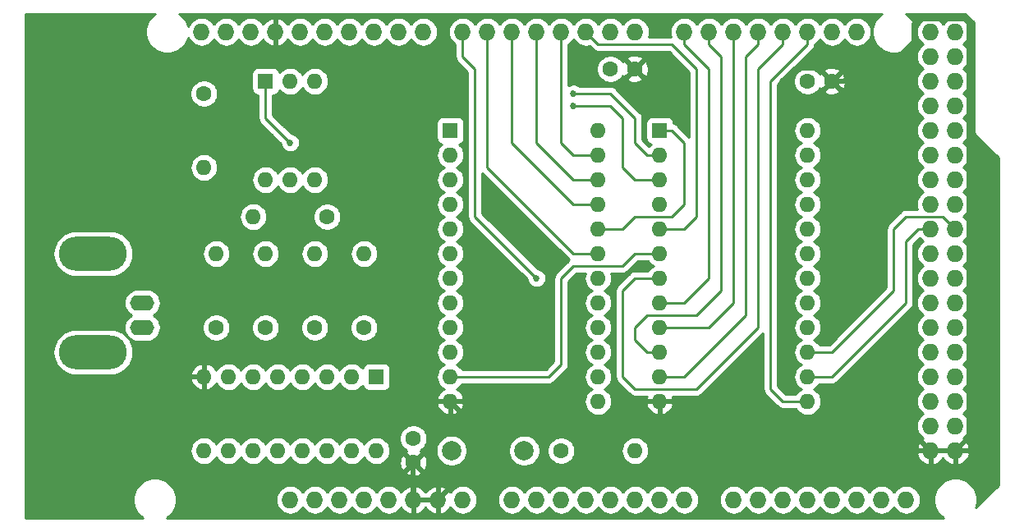
<source format=gbr>
G04 #@! TF.GenerationSoftware,KiCad,Pcbnew,5.1.4*
G04 #@! TF.CreationDate,2019-10-06T12:07:38-05:00*
G04 #@! TF.ProjectId,hardware,68617264-7761-4726-952e-6b696361645f,rev?*
G04 #@! TF.SameCoordinates,Original*
G04 #@! TF.FileFunction,Copper,L2,Bot*
G04 #@! TF.FilePolarity,Positive*
%FSLAX46Y46*%
G04 Gerber Fmt 4.6, Leading zero omitted, Abs format (unit mm)*
G04 Created by KiCad (PCBNEW 5.1.4) date 2019-10-06 12:07:38*
%MOMM*%
%LPD*%
G04 APERTURE LIST*
%ADD10O,1.727200X1.727200*%
%ADD11R,1.600000X1.600000*%
%ADD12O,1.600000X1.600000*%
%ADD13C,1.600000*%
%ADD14C,2.000000*%
%ADD15O,7.000000X3.500000*%
%ADD16O,2.500000X1.600000*%
%ADD17C,0.685800*%
%ADD18C,0.254000*%
%ADD19C,0.508000*%
G04 APERTURE END LIST*
D10*
X240030000Y-63500000D03*
X237490000Y-63500000D03*
X240030000Y-60960000D03*
X237490000Y-60960000D03*
X240030000Y-58420000D03*
X237490000Y-58420000D03*
X240030000Y-55880000D03*
X237490000Y-55880000D03*
X240030000Y-53340000D03*
X237490000Y-53340000D03*
X240030000Y-50800000D03*
X237490000Y-50800000D03*
X240030000Y-48260000D03*
X237490000Y-48260000D03*
X240030000Y-45720000D03*
X237490000Y-45720000D03*
X240030000Y-43180000D03*
X237490000Y-43180000D03*
X240030000Y-40640000D03*
X237490000Y-40640000D03*
X240030000Y-38100000D03*
X237490000Y-38100000D03*
X240030000Y-35560000D03*
X237490000Y-35560000D03*
X240030000Y-33020000D03*
X237490000Y-33020000D03*
X240030000Y-30480000D03*
X237490000Y-30480000D03*
X240030000Y-27940000D03*
X237490000Y-27940000D03*
X240030000Y-25400000D03*
X237490000Y-25400000D03*
X240030000Y-22860000D03*
X237490000Y-22860000D03*
X240030000Y-20320000D03*
X237490000Y-20320000D03*
X234950000Y-68580000D03*
X232410000Y-68580000D03*
X229870000Y-68580000D03*
X227330000Y-68580000D03*
X224790000Y-68580000D03*
X222250000Y-68580000D03*
X219710000Y-68580000D03*
X217170000Y-68580000D03*
X212090000Y-68580000D03*
X209550000Y-68580000D03*
X207010000Y-68580000D03*
X204470000Y-68580000D03*
X201930000Y-68580000D03*
X199390000Y-68580000D03*
X196850000Y-68580000D03*
X171450000Y-68580000D03*
X177546000Y-20320000D03*
X175006000Y-20320000D03*
X172466000Y-20320000D03*
X167386000Y-20320000D03*
X164846000Y-20320000D03*
X162306000Y-20320000D03*
X180086000Y-20320000D03*
X182626000Y-20320000D03*
X185166000Y-20320000D03*
X169926000Y-20320000D03*
X189230000Y-20320000D03*
X191770000Y-20320000D03*
X194310000Y-20320000D03*
X196850000Y-20320000D03*
X199390000Y-20320000D03*
X201930000Y-20320000D03*
X204470000Y-20320000D03*
X207010000Y-20320000D03*
X212090000Y-20320000D03*
X214630000Y-20320000D03*
X217170000Y-20320000D03*
X219710000Y-20320000D03*
X222250000Y-20320000D03*
X224790000Y-20320000D03*
X227330000Y-20320000D03*
X229870000Y-20320000D03*
X173990000Y-68580000D03*
X176530000Y-68580000D03*
X179070000Y-68580000D03*
X181610000Y-68580000D03*
X184150000Y-68580000D03*
X186690000Y-68580000D03*
X189230000Y-68580000D03*
X194310000Y-68580000D03*
D11*
X180340000Y-55880000D03*
D12*
X162560000Y-63500000D03*
X177800000Y-55880000D03*
X165100000Y-63500000D03*
X175260000Y-55880000D03*
X167640000Y-63500000D03*
X172720000Y-55880000D03*
X170180000Y-63500000D03*
X170180000Y-55880000D03*
X172720000Y-63500000D03*
X167640000Y-55880000D03*
X175260000Y-63500000D03*
X165100000Y-55880000D03*
X177800000Y-63500000D03*
X162560000Y-55880000D03*
X180340000Y-63500000D03*
X167640000Y-39370000D03*
D13*
X175260000Y-39370000D03*
X173990000Y-50800000D03*
D12*
X173990000Y-43180000D03*
X179070000Y-43180000D03*
D13*
X179070000Y-50800000D03*
X168910000Y-50800000D03*
D12*
X168910000Y-43180000D03*
X163830000Y-43180000D03*
D13*
X163830000Y-50800000D03*
D12*
X173990000Y-35560000D03*
X171450000Y-25400000D03*
X173990000Y-25400000D03*
X168910000Y-35560000D03*
X171450000Y-35560000D03*
D11*
X168910000Y-25400000D03*
D13*
X184150000Y-64730000D03*
X184150000Y-62230000D03*
X227290000Y-25400000D03*
X224790000Y-25400000D03*
X206970000Y-24130000D03*
X204470000Y-24130000D03*
D14*
X188080000Y-63500000D03*
X195580000Y-63500000D03*
D11*
X187960000Y-30480000D03*
D12*
X203200000Y-58420000D03*
X187960000Y-33020000D03*
X203200000Y-55880000D03*
X187960000Y-35560000D03*
X203200000Y-53340000D03*
X187960000Y-38100000D03*
X203200000Y-50800000D03*
X187960000Y-40640000D03*
X203200000Y-48260000D03*
X187960000Y-43180000D03*
X203200000Y-45720000D03*
X187960000Y-45720000D03*
X203200000Y-43180000D03*
X187960000Y-48260000D03*
X203200000Y-40640000D03*
X187960000Y-50800000D03*
X203200000Y-38100000D03*
X187960000Y-53340000D03*
X203200000Y-35560000D03*
X187960000Y-55880000D03*
X203200000Y-33020000D03*
X187960000Y-58420000D03*
X203200000Y-30480000D03*
X224790000Y-30480000D03*
X209550000Y-58420000D03*
X224790000Y-33020000D03*
X209550000Y-55880000D03*
X224790000Y-35560000D03*
X209550000Y-53340000D03*
X224790000Y-38100000D03*
X209550000Y-50800000D03*
X224790000Y-40640000D03*
X209550000Y-48260000D03*
X224790000Y-43180000D03*
X209550000Y-45720000D03*
X224790000Y-45720000D03*
X209550000Y-43180000D03*
X224790000Y-48260000D03*
X209550000Y-40640000D03*
X224790000Y-50800000D03*
X209550000Y-38100000D03*
X224790000Y-53340000D03*
X209550000Y-35560000D03*
X224790000Y-55880000D03*
X209550000Y-33020000D03*
X224790000Y-58420000D03*
D11*
X209550000Y-30480000D03*
D15*
X151130000Y-53340000D03*
X151130000Y-43180000D03*
D16*
X156210000Y-48260000D03*
X156210000Y-50800000D03*
D13*
X162560000Y-26670000D03*
D12*
X162560000Y-34290000D03*
D13*
X199390000Y-63500000D03*
D12*
X207010000Y-63500000D03*
D17*
X222250000Y-25400000D03*
X171450000Y-31750000D03*
X200660000Y-26670000D03*
X200660000Y-27940000D03*
X196850000Y-45720000D03*
D18*
X224790000Y-55880000D02*
X227330000Y-55880000D01*
X227330000Y-55880000D02*
X234950000Y-48260000D01*
X234950000Y-48260000D02*
X234950000Y-41910000D01*
X234950000Y-41910000D02*
X236220000Y-40640000D01*
X236220000Y-40640000D02*
X237490000Y-40640000D01*
X224790000Y-53340000D02*
X227330000Y-53340000D01*
X227330000Y-53340000D02*
X233680000Y-46990000D01*
X238760000Y-39370000D02*
X240030000Y-40640000D01*
X234950000Y-39370000D02*
X238760000Y-39370000D01*
X233680000Y-40640000D02*
X234950000Y-39370000D01*
X233680000Y-46990000D02*
X233680000Y-40640000D01*
D19*
X187960000Y-58420000D02*
X199390000Y-58420000D01*
X199390000Y-58420000D02*
X201930000Y-60960000D01*
X201930000Y-60960000D02*
X204470000Y-60960000D01*
X204470000Y-60960000D02*
X207010000Y-58420000D01*
X207010000Y-58420000D02*
X209550000Y-58420000D01*
X209550000Y-58420000D02*
X219710000Y-58420000D01*
X219710000Y-58420000D02*
X222250000Y-60960000D01*
X222250000Y-60960000D02*
X234950000Y-60960000D01*
X234950000Y-60960000D02*
X237490000Y-63500000D01*
X186690000Y-68580000D02*
X184150000Y-68580000D01*
X237490000Y-63500000D02*
X240030000Y-63500000D01*
X225981999Y-24091999D02*
X227290000Y-25400000D01*
X223558001Y-24091999D02*
X225981999Y-24091999D01*
X222250000Y-25400000D02*
X223558001Y-24091999D01*
X227290000Y-25400000D02*
X228600000Y-25400000D01*
X241401601Y-62128399D02*
X240030000Y-63500000D01*
X241401601Y-19151601D02*
X241401601Y-62128399D01*
X241198399Y-18948399D02*
X241401601Y-19151601D01*
X186690000Y-68580000D02*
X190500000Y-64770000D01*
X190500000Y-60960000D02*
X187960000Y-58420000D01*
X190500000Y-64770000D02*
X190500000Y-60960000D01*
X184150000Y-64730000D02*
X184150000Y-68580000D01*
X228600000Y-25400000D02*
X231140000Y-22860000D01*
X236321601Y-18948399D02*
X241198399Y-18948399D01*
X235788001Y-19481999D02*
X236321601Y-18948399D01*
X235788001Y-21331841D02*
X235788001Y-19481999D01*
X234259842Y-22860000D02*
X235788001Y-21331841D01*
X231140000Y-22860000D02*
X234259842Y-22860000D01*
D18*
X168910000Y-25400000D02*
X168910000Y-29210000D01*
X168910000Y-29210000D02*
X170180000Y-30480000D01*
X170180000Y-30480000D02*
X170180000Y-30480000D01*
X170180000Y-30480000D02*
X171450000Y-31750000D01*
X171450000Y-31750000D02*
X171450000Y-31750000D01*
X209550000Y-33020000D02*
X208280000Y-33020000D01*
X208280000Y-33020000D02*
X207010000Y-31750000D01*
X207010000Y-29210000D02*
X207010000Y-31750000D01*
X204470000Y-26670000D02*
X207010000Y-29210000D01*
X204470000Y-26670000D02*
X200660000Y-26670000D01*
X209550000Y-35560000D02*
X207010000Y-35560000D01*
X207010000Y-35560000D02*
X205740000Y-34290000D01*
X205740000Y-34290000D02*
X205740000Y-29210000D01*
X205740000Y-29210000D02*
X204470000Y-27940000D01*
X204470000Y-27940000D02*
X200660000Y-27940000D01*
X203200000Y-40640000D02*
X205740000Y-40640000D01*
X205740000Y-40640000D02*
X207010000Y-39370000D01*
X207010000Y-39370000D02*
X210820000Y-39370000D01*
X210820000Y-39370000D02*
X212090000Y-38100000D01*
X212090000Y-38100000D02*
X212090000Y-31750000D01*
X210820000Y-30480000D02*
X209550000Y-30480000D01*
X212090000Y-31750000D02*
X210820000Y-30480000D01*
X205740000Y-44450000D02*
X200660000Y-44450000D01*
X209550000Y-43180000D02*
X207010000Y-43180000D01*
X207010000Y-43180000D02*
X205740000Y-44450000D01*
X187960000Y-55880000D02*
X198120000Y-55880000D01*
X198120000Y-55880000D02*
X199390000Y-54610000D01*
X199390000Y-54610000D02*
X199390000Y-45720000D01*
X200660000Y-44450000D02*
X199390000Y-45720000D01*
X191770000Y-25400000D02*
X191770000Y-20320000D01*
X191770000Y-34290000D02*
X191770000Y-25400000D01*
X200660000Y-43180000D02*
X191770000Y-34290000D01*
X203200000Y-43180000D02*
X200660000Y-43180000D01*
X194310000Y-22860000D02*
X194310000Y-20320000D01*
X200660000Y-38100000D02*
X194310000Y-31750000D01*
X194310000Y-22860000D02*
X194310000Y-31750000D01*
X203200000Y-38100000D02*
X200660000Y-38100000D01*
X200660000Y-35560000D02*
X196850000Y-31750000D01*
X203200000Y-35560000D02*
X200660000Y-35560000D01*
X196850000Y-31750000D02*
X196850000Y-20320000D01*
X203200000Y-33020000D02*
X200660000Y-33020000D01*
X200660000Y-33020000D02*
X199390000Y-31750000D01*
X199390000Y-31750000D02*
X199390000Y-20320000D01*
X212090000Y-55880000D02*
X209550000Y-55880000D01*
X218440000Y-49530000D02*
X212090000Y-55880000D01*
X218440000Y-22860000D02*
X218440000Y-49530000D01*
X219710000Y-20320000D02*
X219710000Y-21590000D01*
X219710000Y-21590000D02*
X218440000Y-22860000D01*
X215900000Y-46990000D02*
X215900000Y-22860000D01*
X213360000Y-49530000D02*
X215900000Y-46990000D01*
X208280000Y-53340000D02*
X207010000Y-52070000D01*
X214630000Y-21590000D02*
X214630000Y-20320000D01*
X215900000Y-22860000D02*
X214630000Y-21590000D01*
X209550000Y-53340000D02*
X208280000Y-53340000D01*
X207010000Y-52070000D02*
X207010000Y-50800000D01*
X207010000Y-50800000D02*
X208280000Y-49530000D01*
X208280000Y-49530000D02*
X213360000Y-49530000D01*
X217170000Y-48260000D02*
X217170000Y-20320000D01*
X209550000Y-50800000D02*
X214630000Y-50800000D01*
X214630000Y-50800000D02*
X217170000Y-48260000D01*
X209550000Y-48260000D02*
X212090000Y-48260000D01*
X212090000Y-48260000D02*
X214630000Y-45720000D01*
X214630000Y-45720000D02*
X214630000Y-24130000D01*
X212090000Y-20320000D02*
X212090000Y-21590000D01*
X212090000Y-21590000D02*
X214630000Y-24130000D01*
X209550000Y-45720000D02*
X207010000Y-45720000D01*
X207010000Y-45720000D02*
X205740000Y-46990000D01*
X205740000Y-46990000D02*
X205740000Y-55880000D01*
X205740000Y-55880000D02*
X207010000Y-57150000D01*
X207010000Y-57150000D02*
X213360000Y-57150000D01*
X213360000Y-57150000D02*
X219710000Y-50800000D01*
X219710000Y-50800000D02*
X219710000Y-24130000D01*
X222250000Y-20320000D02*
X222250000Y-21590000D01*
X222250000Y-21590000D02*
X219710000Y-24130000D01*
X209550000Y-40640000D02*
X212090000Y-40640000D01*
X212090000Y-40640000D02*
X213360000Y-39370000D01*
X213360000Y-39370000D02*
X213360000Y-27940000D01*
X213360000Y-24130000D02*
X213360000Y-29210000D01*
X201930000Y-20320000D02*
X203200000Y-21590000D01*
X203200000Y-21590000D02*
X210820000Y-21590000D01*
X210820000Y-21590000D02*
X213360000Y-24130000D01*
X224790000Y-58420000D02*
X222250000Y-58420000D01*
X222250000Y-58420000D02*
X220980000Y-57150000D01*
X220980000Y-57150000D02*
X220980000Y-25400000D01*
X224790000Y-20320000D02*
X224790000Y-21590000D01*
X224790000Y-21590000D02*
X220980000Y-25400000D01*
X196850000Y-45720000D02*
X190500000Y-39370000D01*
X190500000Y-39370000D02*
X190500000Y-24130000D01*
X190500000Y-24130000D02*
X189230000Y-22860000D01*
X189230000Y-22860000D02*
X189230000Y-20320000D01*
G36*
X157325271Y-18583962D02*
G01*
X157013962Y-18895271D01*
X156769369Y-19261331D01*
X156600890Y-19668075D01*
X156515000Y-20099872D01*
X156515000Y-20540128D01*
X156600890Y-20971925D01*
X156769369Y-21378669D01*
X157013962Y-21744729D01*
X157325271Y-22056038D01*
X157691331Y-22300631D01*
X158098075Y-22469110D01*
X158529872Y-22555000D01*
X158970128Y-22555000D01*
X159401925Y-22469110D01*
X159808669Y-22300631D01*
X160174729Y-22056038D01*
X160486038Y-21744729D01*
X160730631Y-21378669D01*
X160899110Y-20971925D01*
X160914404Y-20895039D01*
X160914775Y-20896264D01*
X161053931Y-21156606D01*
X161241203Y-21384797D01*
X161469394Y-21572069D01*
X161729736Y-21711225D01*
X162012223Y-21796916D01*
X162232381Y-21818600D01*
X162379619Y-21818600D01*
X162599777Y-21796916D01*
X162882264Y-21711225D01*
X163142606Y-21572069D01*
X163370797Y-21384797D01*
X163558069Y-21156606D01*
X163576000Y-21123060D01*
X163593931Y-21156606D01*
X163781203Y-21384797D01*
X164009394Y-21572069D01*
X164269736Y-21711225D01*
X164552223Y-21796916D01*
X164772381Y-21818600D01*
X164919619Y-21818600D01*
X165139777Y-21796916D01*
X165422264Y-21711225D01*
X165682606Y-21572069D01*
X165910797Y-21384797D01*
X166098069Y-21156606D01*
X166116000Y-21123060D01*
X166133931Y-21156606D01*
X166321203Y-21384797D01*
X166549394Y-21572069D01*
X166809736Y-21711225D01*
X167092223Y-21796916D01*
X167312381Y-21818600D01*
X167459619Y-21818600D01*
X167679777Y-21796916D01*
X167962264Y-21711225D01*
X168222606Y-21572069D01*
X168450797Y-21384797D01*
X168638069Y-21156606D01*
X168659470Y-21116567D01*
X168819146Y-21330293D01*
X169037512Y-21526817D01*
X169290022Y-21676964D01*
X169566973Y-21774963D01*
X169799000Y-21654464D01*
X169799000Y-20447000D01*
X169779000Y-20447000D01*
X169779000Y-20193000D01*
X169799000Y-20193000D01*
X169799000Y-18985536D01*
X170053000Y-18985536D01*
X170053000Y-20193000D01*
X170073000Y-20193000D01*
X170073000Y-20447000D01*
X170053000Y-20447000D01*
X170053000Y-21654464D01*
X170285027Y-21774963D01*
X170561978Y-21676964D01*
X170814488Y-21526817D01*
X171032854Y-21330293D01*
X171192530Y-21116567D01*
X171213931Y-21156606D01*
X171401203Y-21384797D01*
X171629394Y-21572069D01*
X171889736Y-21711225D01*
X172172223Y-21796916D01*
X172392381Y-21818600D01*
X172539619Y-21818600D01*
X172759777Y-21796916D01*
X173042264Y-21711225D01*
X173302606Y-21572069D01*
X173530797Y-21384797D01*
X173718069Y-21156606D01*
X173736000Y-21123060D01*
X173753931Y-21156606D01*
X173941203Y-21384797D01*
X174169394Y-21572069D01*
X174429736Y-21711225D01*
X174712223Y-21796916D01*
X174932381Y-21818600D01*
X175079619Y-21818600D01*
X175299777Y-21796916D01*
X175582264Y-21711225D01*
X175842606Y-21572069D01*
X176070797Y-21384797D01*
X176258069Y-21156606D01*
X176276000Y-21123060D01*
X176293931Y-21156606D01*
X176481203Y-21384797D01*
X176709394Y-21572069D01*
X176969736Y-21711225D01*
X177252223Y-21796916D01*
X177472381Y-21818600D01*
X177619619Y-21818600D01*
X177839777Y-21796916D01*
X178122264Y-21711225D01*
X178382606Y-21572069D01*
X178610797Y-21384797D01*
X178798069Y-21156606D01*
X178816000Y-21123060D01*
X178833931Y-21156606D01*
X179021203Y-21384797D01*
X179249394Y-21572069D01*
X179509736Y-21711225D01*
X179792223Y-21796916D01*
X180012381Y-21818600D01*
X180159619Y-21818600D01*
X180379777Y-21796916D01*
X180662264Y-21711225D01*
X180922606Y-21572069D01*
X181150797Y-21384797D01*
X181338069Y-21156606D01*
X181356000Y-21123060D01*
X181373931Y-21156606D01*
X181561203Y-21384797D01*
X181789394Y-21572069D01*
X182049736Y-21711225D01*
X182332223Y-21796916D01*
X182552381Y-21818600D01*
X182699619Y-21818600D01*
X182919777Y-21796916D01*
X183202264Y-21711225D01*
X183462606Y-21572069D01*
X183690797Y-21384797D01*
X183878069Y-21156606D01*
X183896000Y-21123060D01*
X183913931Y-21156606D01*
X184101203Y-21384797D01*
X184329394Y-21572069D01*
X184589736Y-21711225D01*
X184872223Y-21796916D01*
X185092381Y-21818600D01*
X185239619Y-21818600D01*
X185459777Y-21796916D01*
X185742264Y-21711225D01*
X186002606Y-21572069D01*
X186230797Y-21384797D01*
X186418069Y-21156606D01*
X186557225Y-20896264D01*
X186642916Y-20613777D01*
X186671851Y-20320000D01*
X186642916Y-20026223D01*
X186557225Y-19743736D01*
X186418069Y-19483394D01*
X186230797Y-19255203D01*
X186002606Y-19067931D01*
X185742264Y-18928775D01*
X185459777Y-18843084D01*
X185239619Y-18821400D01*
X185092381Y-18821400D01*
X184872223Y-18843084D01*
X184589736Y-18928775D01*
X184329394Y-19067931D01*
X184101203Y-19255203D01*
X183913931Y-19483394D01*
X183896000Y-19516940D01*
X183878069Y-19483394D01*
X183690797Y-19255203D01*
X183462606Y-19067931D01*
X183202264Y-18928775D01*
X182919777Y-18843084D01*
X182699619Y-18821400D01*
X182552381Y-18821400D01*
X182332223Y-18843084D01*
X182049736Y-18928775D01*
X181789394Y-19067931D01*
X181561203Y-19255203D01*
X181373931Y-19483394D01*
X181356000Y-19516940D01*
X181338069Y-19483394D01*
X181150797Y-19255203D01*
X180922606Y-19067931D01*
X180662264Y-18928775D01*
X180379777Y-18843084D01*
X180159619Y-18821400D01*
X180012381Y-18821400D01*
X179792223Y-18843084D01*
X179509736Y-18928775D01*
X179249394Y-19067931D01*
X179021203Y-19255203D01*
X178833931Y-19483394D01*
X178816000Y-19516940D01*
X178798069Y-19483394D01*
X178610797Y-19255203D01*
X178382606Y-19067931D01*
X178122264Y-18928775D01*
X177839777Y-18843084D01*
X177619619Y-18821400D01*
X177472381Y-18821400D01*
X177252223Y-18843084D01*
X176969736Y-18928775D01*
X176709394Y-19067931D01*
X176481203Y-19255203D01*
X176293931Y-19483394D01*
X176276000Y-19516940D01*
X176258069Y-19483394D01*
X176070797Y-19255203D01*
X175842606Y-19067931D01*
X175582264Y-18928775D01*
X175299777Y-18843084D01*
X175079619Y-18821400D01*
X174932381Y-18821400D01*
X174712223Y-18843084D01*
X174429736Y-18928775D01*
X174169394Y-19067931D01*
X173941203Y-19255203D01*
X173753931Y-19483394D01*
X173736000Y-19516940D01*
X173718069Y-19483394D01*
X173530797Y-19255203D01*
X173302606Y-19067931D01*
X173042264Y-18928775D01*
X172759777Y-18843084D01*
X172539619Y-18821400D01*
X172392381Y-18821400D01*
X172172223Y-18843084D01*
X171889736Y-18928775D01*
X171629394Y-19067931D01*
X171401203Y-19255203D01*
X171213931Y-19483394D01*
X171192530Y-19523433D01*
X171032854Y-19309707D01*
X170814488Y-19113183D01*
X170561978Y-18963036D01*
X170285027Y-18865037D01*
X170053000Y-18985536D01*
X169799000Y-18985536D01*
X169566973Y-18865037D01*
X169290022Y-18963036D01*
X169037512Y-19113183D01*
X168819146Y-19309707D01*
X168659470Y-19523433D01*
X168638069Y-19483394D01*
X168450797Y-19255203D01*
X168222606Y-19067931D01*
X167962264Y-18928775D01*
X167679777Y-18843084D01*
X167459619Y-18821400D01*
X167312381Y-18821400D01*
X167092223Y-18843084D01*
X166809736Y-18928775D01*
X166549394Y-19067931D01*
X166321203Y-19255203D01*
X166133931Y-19483394D01*
X166116000Y-19516940D01*
X166098069Y-19483394D01*
X165910797Y-19255203D01*
X165682606Y-19067931D01*
X165422264Y-18928775D01*
X165139777Y-18843084D01*
X164919619Y-18821400D01*
X164772381Y-18821400D01*
X164552223Y-18843084D01*
X164269736Y-18928775D01*
X164009394Y-19067931D01*
X163781203Y-19255203D01*
X163593931Y-19483394D01*
X163576000Y-19516940D01*
X163558069Y-19483394D01*
X163370797Y-19255203D01*
X163142606Y-19067931D01*
X162882264Y-18928775D01*
X162599777Y-18843084D01*
X162379619Y-18821400D01*
X162232381Y-18821400D01*
X162012223Y-18843084D01*
X161729736Y-18928775D01*
X161469394Y-19067931D01*
X161241203Y-19255203D01*
X161053931Y-19483394D01*
X160914775Y-19743736D01*
X160914404Y-19744961D01*
X160899110Y-19668075D01*
X160730631Y-19261331D01*
X160486038Y-18895271D01*
X160174729Y-18583962D01*
X159959274Y-18440000D01*
X232470726Y-18440000D01*
X232255271Y-18583962D01*
X231943962Y-18895271D01*
X231699369Y-19261331D01*
X231530890Y-19668075D01*
X231445000Y-20099872D01*
X231445000Y-20540128D01*
X231530890Y-20971925D01*
X231699369Y-21378669D01*
X231943962Y-21744729D01*
X232255271Y-22056038D01*
X232621331Y-22300631D01*
X233028075Y-22469110D01*
X233459872Y-22555000D01*
X233900128Y-22555000D01*
X234331925Y-22469110D01*
X234738669Y-22300631D01*
X235104729Y-22056038D01*
X235416038Y-21744729D01*
X235660631Y-21378669D01*
X235829110Y-20971925D01*
X235915000Y-20540128D01*
X235915000Y-20099872D01*
X235829110Y-19668075D01*
X235660631Y-19261331D01*
X235416038Y-18895271D01*
X235104729Y-18583962D01*
X234889274Y-18440000D01*
X241026620Y-18440000D01*
X241910000Y-19323381D01*
X241910001Y-30447581D01*
X241906808Y-30480000D01*
X241919551Y-30609382D01*
X241957290Y-30733792D01*
X242018575Y-30848450D01*
X242080386Y-30923766D01*
X242080389Y-30923769D01*
X242101053Y-30948948D01*
X242126232Y-30969612D01*
X244450000Y-33293381D01*
X244450001Y-67036618D01*
X242126236Y-69360384D01*
X242125728Y-69360801D01*
X242179110Y-69231925D01*
X242265000Y-68800128D01*
X242265000Y-68359872D01*
X242179110Y-67928075D01*
X242010631Y-67521331D01*
X241766038Y-67155271D01*
X241454729Y-66843962D01*
X241088669Y-66599369D01*
X240681925Y-66430890D01*
X240250128Y-66345000D01*
X239809872Y-66345000D01*
X239378075Y-66430890D01*
X238971331Y-66599369D01*
X238605271Y-66843962D01*
X238293962Y-67155271D01*
X238049369Y-67521331D01*
X237880890Y-67928075D01*
X237795000Y-68359872D01*
X237795000Y-68800128D01*
X237880890Y-69231925D01*
X238049369Y-69638669D01*
X238293962Y-70004729D01*
X238605271Y-70316038D01*
X238820726Y-70460000D01*
X158689274Y-70460000D01*
X158904729Y-70316038D01*
X159216038Y-70004729D01*
X159460631Y-69638669D01*
X159629110Y-69231925D01*
X159715000Y-68800128D01*
X159715000Y-68580000D01*
X169944149Y-68580000D01*
X169973084Y-68873777D01*
X170058775Y-69156264D01*
X170197931Y-69416606D01*
X170385203Y-69644797D01*
X170613394Y-69832069D01*
X170873736Y-69971225D01*
X171156223Y-70056916D01*
X171376381Y-70078600D01*
X171523619Y-70078600D01*
X171743777Y-70056916D01*
X172026264Y-69971225D01*
X172286606Y-69832069D01*
X172514797Y-69644797D01*
X172702069Y-69416606D01*
X172720000Y-69383060D01*
X172737931Y-69416606D01*
X172925203Y-69644797D01*
X173153394Y-69832069D01*
X173413736Y-69971225D01*
X173696223Y-70056916D01*
X173916381Y-70078600D01*
X174063619Y-70078600D01*
X174283777Y-70056916D01*
X174566264Y-69971225D01*
X174826606Y-69832069D01*
X175054797Y-69644797D01*
X175242069Y-69416606D01*
X175260000Y-69383060D01*
X175277931Y-69416606D01*
X175465203Y-69644797D01*
X175693394Y-69832069D01*
X175953736Y-69971225D01*
X176236223Y-70056916D01*
X176456381Y-70078600D01*
X176603619Y-70078600D01*
X176823777Y-70056916D01*
X177106264Y-69971225D01*
X177366606Y-69832069D01*
X177594797Y-69644797D01*
X177782069Y-69416606D01*
X177800000Y-69383060D01*
X177817931Y-69416606D01*
X178005203Y-69644797D01*
X178233394Y-69832069D01*
X178493736Y-69971225D01*
X178776223Y-70056916D01*
X178996381Y-70078600D01*
X179143619Y-70078600D01*
X179363777Y-70056916D01*
X179646264Y-69971225D01*
X179906606Y-69832069D01*
X180134797Y-69644797D01*
X180322069Y-69416606D01*
X180340000Y-69383060D01*
X180357931Y-69416606D01*
X180545203Y-69644797D01*
X180773394Y-69832069D01*
X181033736Y-69971225D01*
X181316223Y-70056916D01*
X181536381Y-70078600D01*
X181683619Y-70078600D01*
X181903777Y-70056916D01*
X182186264Y-69971225D01*
X182446606Y-69832069D01*
X182674797Y-69644797D01*
X182862069Y-69416606D01*
X182883470Y-69376567D01*
X183043146Y-69590293D01*
X183261512Y-69786817D01*
X183514022Y-69936964D01*
X183790973Y-70034963D01*
X184023000Y-69914464D01*
X184023000Y-68707000D01*
X184277000Y-68707000D01*
X184277000Y-69914464D01*
X184509027Y-70034963D01*
X184785978Y-69936964D01*
X185038488Y-69786817D01*
X185256854Y-69590293D01*
X185420000Y-69371922D01*
X185583146Y-69590293D01*
X185801512Y-69786817D01*
X186054022Y-69936964D01*
X186330973Y-70034963D01*
X186563000Y-69914464D01*
X186563000Y-68707000D01*
X184277000Y-68707000D01*
X184023000Y-68707000D01*
X184003000Y-68707000D01*
X184003000Y-68453000D01*
X184023000Y-68453000D01*
X184023000Y-67245536D01*
X184277000Y-67245536D01*
X184277000Y-68453000D01*
X186563000Y-68453000D01*
X186563000Y-67245536D01*
X186817000Y-67245536D01*
X186817000Y-68453000D01*
X186837000Y-68453000D01*
X186837000Y-68707000D01*
X186817000Y-68707000D01*
X186817000Y-69914464D01*
X187049027Y-70034963D01*
X187325978Y-69936964D01*
X187578488Y-69786817D01*
X187796854Y-69590293D01*
X187956530Y-69376567D01*
X187977931Y-69416606D01*
X188165203Y-69644797D01*
X188393394Y-69832069D01*
X188653736Y-69971225D01*
X188936223Y-70056916D01*
X189156381Y-70078600D01*
X189303619Y-70078600D01*
X189523777Y-70056916D01*
X189806264Y-69971225D01*
X190066606Y-69832069D01*
X190294797Y-69644797D01*
X190482069Y-69416606D01*
X190621225Y-69156264D01*
X190706916Y-68873777D01*
X190735851Y-68580000D01*
X192804149Y-68580000D01*
X192833084Y-68873777D01*
X192918775Y-69156264D01*
X193057931Y-69416606D01*
X193245203Y-69644797D01*
X193473394Y-69832069D01*
X193733736Y-69971225D01*
X194016223Y-70056916D01*
X194236381Y-70078600D01*
X194383619Y-70078600D01*
X194603777Y-70056916D01*
X194886264Y-69971225D01*
X195146606Y-69832069D01*
X195374797Y-69644797D01*
X195562069Y-69416606D01*
X195580000Y-69383060D01*
X195597931Y-69416606D01*
X195785203Y-69644797D01*
X196013394Y-69832069D01*
X196273736Y-69971225D01*
X196556223Y-70056916D01*
X196776381Y-70078600D01*
X196923619Y-70078600D01*
X197143777Y-70056916D01*
X197426264Y-69971225D01*
X197686606Y-69832069D01*
X197914797Y-69644797D01*
X198102069Y-69416606D01*
X198120000Y-69383060D01*
X198137931Y-69416606D01*
X198325203Y-69644797D01*
X198553394Y-69832069D01*
X198813736Y-69971225D01*
X199096223Y-70056916D01*
X199316381Y-70078600D01*
X199463619Y-70078600D01*
X199683777Y-70056916D01*
X199966264Y-69971225D01*
X200226606Y-69832069D01*
X200454797Y-69644797D01*
X200642069Y-69416606D01*
X200660000Y-69383060D01*
X200677931Y-69416606D01*
X200865203Y-69644797D01*
X201093394Y-69832069D01*
X201353736Y-69971225D01*
X201636223Y-70056916D01*
X201856381Y-70078600D01*
X202003619Y-70078600D01*
X202223777Y-70056916D01*
X202506264Y-69971225D01*
X202766606Y-69832069D01*
X202994797Y-69644797D01*
X203182069Y-69416606D01*
X203200000Y-69383060D01*
X203217931Y-69416606D01*
X203405203Y-69644797D01*
X203633394Y-69832069D01*
X203893736Y-69971225D01*
X204176223Y-70056916D01*
X204396381Y-70078600D01*
X204543619Y-70078600D01*
X204763777Y-70056916D01*
X205046264Y-69971225D01*
X205306606Y-69832069D01*
X205534797Y-69644797D01*
X205722069Y-69416606D01*
X205740000Y-69383060D01*
X205757931Y-69416606D01*
X205945203Y-69644797D01*
X206173394Y-69832069D01*
X206433736Y-69971225D01*
X206716223Y-70056916D01*
X206936381Y-70078600D01*
X207083619Y-70078600D01*
X207303777Y-70056916D01*
X207586264Y-69971225D01*
X207846606Y-69832069D01*
X208074797Y-69644797D01*
X208262069Y-69416606D01*
X208280000Y-69383060D01*
X208297931Y-69416606D01*
X208485203Y-69644797D01*
X208713394Y-69832069D01*
X208973736Y-69971225D01*
X209256223Y-70056916D01*
X209476381Y-70078600D01*
X209623619Y-70078600D01*
X209843777Y-70056916D01*
X210126264Y-69971225D01*
X210386606Y-69832069D01*
X210614797Y-69644797D01*
X210802069Y-69416606D01*
X210820000Y-69383060D01*
X210837931Y-69416606D01*
X211025203Y-69644797D01*
X211253394Y-69832069D01*
X211513736Y-69971225D01*
X211796223Y-70056916D01*
X212016381Y-70078600D01*
X212163619Y-70078600D01*
X212383777Y-70056916D01*
X212666264Y-69971225D01*
X212926606Y-69832069D01*
X213154797Y-69644797D01*
X213342069Y-69416606D01*
X213481225Y-69156264D01*
X213566916Y-68873777D01*
X213595851Y-68580000D01*
X215664149Y-68580000D01*
X215693084Y-68873777D01*
X215778775Y-69156264D01*
X215917931Y-69416606D01*
X216105203Y-69644797D01*
X216333394Y-69832069D01*
X216593736Y-69971225D01*
X216876223Y-70056916D01*
X217096381Y-70078600D01*
X217243619Y-70078600D01*
X217463777Y-70056916D01*
X217746264Y-69971225D01*
X218006606Y-69832069D01*
X218234797Y-69644797D01*
X218422069Y-69416606D01*
X218440000Y-69383060D01*
X218457931Y-69416606D01*
X218645203Y-69644797D01*
X218873394Y-69832069D01*
X219133736Y-69971225D01*
X219416223Y-70056916D01*
X219636381Y-70078600D01*
X219783619Y-70078600D01*
X220003777Y-70056916D01*
X220286264Y-69971225D01*
X220546606Y-69832069D01*
X220774797Y-69644797D01*
X220962069Y-69416606D01*
X220980000Y-69383060D01*
X220997931Y-69416606D01*
X221185203Y-69644797D01*
X221413394Y-69832069D01*
X221673736Y-69971225D01*
X221956223Y-70056916D01*
X222176381Y-70078600D01*
X222323619Y-70078600D01*
X222543777Y-70056916D01*
X222826264Y-69971225D01*
X223086606Y-69832069D01*
X223314797Y-69644797D01*
X223502069Y-69416606D01*
X223520000Y-69383060D01*
X223537931Y-69416606D01*
X223725203Y-69644797D01*
X223953394Y-69832069D01*
X224213736Y-69971225D01*
X224496223Y-70056916D01*
X224716381Y-70078600D01*
X224863619Y-70078600D01*
X225083777Y-70056916D01*
X225366264Y-69971225D01*
X225626606Y-69832069D01*
X225854797Y-69644797D01*
X226042069Y-69416606D01*
X226060000Y-69383060D01*
X226077931Y-69416606D01*
X226265203Y-69644797D01*
X226493394Y-69832069D01*
X226753736Y-69971225D01*
X227036223Y-70056916D01*
X227256381Y-70078600D01*
X227403619Y-70078600D01*
X227623777Y-70056916D01*
X227906264Y-69971225D01*
X228166606Y-69832069D01*
X228394797Y-69644797D01*
X228582069Y-69416606D01*
X228600000Y-69383060D01*
X228617931Y-69416606D01*
X228805203Y-69644797D01*
X229033394Y-69832069D01*
X229293736Y-69971225D01*
X229576223Y-70056916D01*
X229796381Y-70078600D01*
X229943619Y-70078600D01*
X230163777Y-70056916D01*
X230446264Y-69971225D01*
X230706606Y-69832069D01*
X230934797Y-69644797D01*
X231122069Y-69416606D01*
X231140000Y-69383060D01*
X231157931Y-69416606D01*
X231345203Y-69644797D01*
X231573394Y-69832069D01*
X231833736Y-69971225D01*
X232116223Y-70056916D01*
X232336381Y-70078600D01*
X232483619Y-70078600D01*
X232703777Y-70056916D01*
X232986264Y-69971225D01*
X233246606Y-69832069D01*
X233474797Y-69644797D01*
X233662069Y-69416606D01*
X233680000Y-69383060D01*
X233697931Y-69416606D01*
X233885203Y-69644797D01*
X234113394Y-69832069D01*
X234373736Y-69971225D01*
X234656223Y-70056916D01*
X234876381Y-70078600D01*
X235023619Y-70078600D01*
X235243777Y-70056916D01*
X235526264Y-69971225D01*
X235786606Y-69832069D01*
X236014797Y-69644797D01*
X236202069Y-69416606D01*
X236341225Y-69156264D01*
X236426916Y-68873777D01*
X236455851Y-68580000D01*
X236426916Y-68286223D01*
X236341225Y-68003736D01*
X236202069Y-67743394D01*
X236014797Y-67515203D01*
X235786606Y-67327931D01*
X235526264Y-67188775D01*
X235243777Y-67103084D01*
X235023619Y-67081400D01*
X234876381Y-67081400D01*
X234656223Y-67103084D01*
X234373736Y-67188775D01*
X234113394Y-67327931D01*
X233885203Y-67515203D01*
X233697931Y-67743394D01*
X233680000Y-67776940D01*
X233662069Y-67743394D01*
X233474797Y-67515203D01*
X233246606Y-67327931D01*
X232986264Y-67188775D01*
X232703777Y-67103084D01*
X232483619Y-67081400D01*
X232336381Y-67081400D01*
X232116223Y-67103084D01*
X231833736Y-67188775D01*
X231573394Y-67327931D01*
X231345203Y-67515203D01*
X231157931Y-67743394D01*
X231140000Y-67776940D01*
X231122069Y-67743394D01*
X230934797Y-67515203D01*
X230706606Y-67327931D01*
X230446264Y-67188775D01*
X230163777Y-67103084D01*
X229943619Y-67081400D01*
X229796381Y-67081400D01*
X229576223Y-67103084D01*
X229293736Y-67188775D01*
X229033394Y-67327931D01*
X228805203Y-67515203D01*
X228617931Y-67743394D01*
X228600000Y-67776940D01*
X228582069Y-67743394D01*
X228394797Y-67515203D01*
X228166606Y-67327931D01*
X227906264Y-67188775D01*
X227623777Y-67103084D01*
X227403619Y-67081400D01*
X227256381Y-67081400D01*
X227036223Y-67103084D01*
X226753736Y-67188775D01*
X226493394Y-67327931D01*
X226265203Y-67515203D01*
X226077931Y-67743394D01*
X226060000Y-67776940D01*
X226042069Y-67743394D01*
X225854797Y-67515203D01*
X225626606Y-67327931D01*
X225366264Y-67188775D01*
X225083777Y-67103084D01*
X224863619Y-67081400D01*
X224716381Y-67081400D01*
X224496223Y-67103084D01*
X224213736Y-67188775D01*
X223953394Y-67327931D01*
X223725203Y-67515203D01*
X223537931Y-67743394D01*
X223520000Y-67776940D01*
X223502069Y-67743394D01*
X223314797Y-67515203D01*
X223086606Y-67327931D01*
X222826264Y-67188775D01*
X222543777Y-67103084D01*
X222323619Y-67081400D01*
X222176381Y-67081400D01*
X221956223Y-67103084D01*
X221673736Y-67188775D01*
X221413394Y-67327931D01*
X221185203Y-67515203D01*
X220997931Y-67743394D01*
X220980000Y-67776940D01*
X220962069Y-67743394D01*
X220774797Y-67515203D01*
X220546606Y-67327931D01*
X220286264Y-67188775D01*
X220003777Y-67103084D01*
X219783619Y-67081400D01*
X219636381Y-67081400D01*
X219416223Y-67103084D01*
X219133736Y-67188775D01*
X218873394Y-67327931D01*
X218645203Y-67515203D01*
X218457931Y-67743394D01*
X218440000Y-67776940D01*
X218422069Y-67743394D01*
X218234797Y-67515203D01*
X218006606Y-67327931D01*
X217746264Y-67188775D01*
X217463777Y-67103084D01*
X217243619Y-67081400D01*
X217096381Y-67081400D01*
X216876223Y-67103084D01*
X216593736Y-67188775D01*
X216333394Y-67327931D01*
X216105203Y-67515203D01*
X215917931Y-67743394D01*
X215778775Y-68003736D01*
X215693084Y-68286223D01*
X215664149Y-68580000D01*
X213595851Y-68580000D01*
X213566916Y-68286223D01*
X213481225Y-68003736D01*
X213342069Y-67743394D01*
X213154797Y-67515203D01*
X212926606Y-67327931D01*
X212666264Y-67188775D01*
X212383777Y-67103084D01*
X212163619Y-67081400D01*
X212016381Y-67081400D01*
X211796223Y-67103084D01*
X211513736Y-67188775D01*
X211253394Y-67327931D01*
X211025203Y-67515203D01*
X210837931Y-67743394D01*
X210820000Y-67776940D01*
X210802069Y-67743394D01*
X210614797Y-67515203D01*
X210386606Y-67327931D01*
X210126264Y-67188775D01*
X209843777Y-67103084D01*
X209623619Y-67081400D01*
X209476381Y-67081400D01*
X209256223Y-67103084D01*
X208973736Y-67188775D01*
X208713394Y-67327931D01*
X208485203Y-67515203D01*
X208297931Y-67743394D01*
X208280000Y-67776940D01*
X208262069Y-67743394D01*
X208074797Y-67515203D01*
X207846606Y-67327931D01*
X207586264Y-67188775D01*
X207303777Y-67103084D01*
X207083619Y-67081400D01*
X206936381Y-67081400D01*
X206716223Y-67103084D01*
X206433736Y-67188775D01*
X206173394Y-67327931D01*
X205945203Y-67515203D01*
X205757931Y-67743394D01*
X205740000Y-67776940D01*
X205722069Y-67743394D01*
X205534797Y-67515203D01*
X205306606Y-67327931D01*
X205046264Y-67188775D01*
X204763777Y-67103084D01*
X204543619Y-67081400D01*
X204396381Y-67081400D01*
X204176223Y-67103084D01*
X203893736Y-67188775D01*
X203633394Y-67327931D01*
X203405203Y-67515203D01*
X203217931Y-67743394D01*
X203200000Y-67776940D01*
X203182069Y-67743394D01*
X202994797Y-67515203D01*
X202766606Y-67327931D01*
X202506264Y-67188775D01*
X202223777Y-67103084D01*
X202003619Y-67081400D01*
X201856381Y-67081400D01*
X201636223Y-67103084D01*
X201353736Y-67188775D01*
X201093394Y-67327931D01*
X200865203Y-67515203D01*
X200677931Y-67743394D01*
X200660000Y-67776940D01*
X200642069Y-67743394D01*
X200454797Y-67515203D01*
X200226606Y-67327931D01*
X199966264Y-67188775D01*
X199683777Y-67103084D01*
X199463619Y-67081400D01*
X199316381Y-67081400D01*
X199096223Y-67103084D01*
X198813736Y-67188775D01*
X198553394Y-67327931D01*
X198325203Y-67515203D01*
X198137931Y-67743394D01*
X198120000Y-67776940D01*
X198102069Y-67743394D01*
X197914797Y-67515203D01*
X197686606Y-67327931D01*
X197426264Y-67188775D01*
X197143777Y-67103084D01*
X196923619Y-67081400D01*
X196776381Y-67081400D01*
X196556223Y-67103084D01*
X196273736Y-67188775D01*
X196013394Y-67327931D01*
X195785203Y-67515203D01*
X195597931Y-67743394D01*
X195580000Y-67776940D01*
X195562069Y-67743394D01*
X195374797Y-67515203D01*
X195146606Y-67327931D01*
X194886264Y-67188775D01*
X194603777Y-67103084D01*
X194383619Y-67081400D01*
X194236381Y-67081400D01*
X194016223Y-67103084D01*
X193733736Y-67188775D01*
X193473394Y-67327931D01*
X193245203Y-67515203D01*
X193057931Y-67743394D01*
X192918775Y-68003736D01*
X192833084Y-68286223D01*
X192804149Y-68580000D01*
X190735851Y-68580000D01*
X190706916Y-68286223D01*
X190621225Y-68003736D01*
X190482069Y-67743394D01*
X190294797Y-67515203D01*
X190066606Y-67327931D01*
X189806264Y-67188775D01*
X189523777Y-67103084D01*
X189303619Y-67081400D01*
X189156381Y-67081400D01*
X188936223Y-67103084D01*
X188653736Y-67188775D01*
X188393394Y-67327931D01*
X188165203Y-67515203D01*
X187977931Y-67743394D01*
X187956530Y-67783433D01*
X187796854Y-67569707D01*
X187578488Y-67373183D01*
X187325978Y-67223036D01*
X187049027Y-67125037D01*
X186817000Y-67245536D01*
X186563000Y-67245536D01*
X186330973Y-67125037D01*
X186054022Y-67223036D01*
X185801512Y-67373183D01*
X185583146Y-67569707D01*
X185420000Y-67788078D01*
X185256854Y-67569707D01*
X185038488Y-67373183D01*
X184785978Y-67223036D01*
X184509027Y-67125037D01*
X184277000Y-67245536D01*
X184023000Y-67245536D01*
X183790973Y-67125037D01*
X183514022Y-67223036D01*
X183261512Y-67373183D01*
X183043146Y-67569707D01*
X182883470Y-67783433D01*
X182862069Y-67743394D01*
X182674797Y-67515203D01*
X182446606Y-67327931D01*
X182186264Y-67188775D01*
X181903777Y-67103084D01*
X181683619Y-67081400D01*
X181536381Y-67081400D01*
X181316223Y-67103084D01*
X181033736Y-67188775D01*
X180773394Y-67327931D01*
X180545203Y-67515203D01*
X180357931Y-67743394D01*
X180340000Y-67776940D01*
X180322069Y-67743394D01*
X180134797Y-67515203D01*
X179906606Y-67327931D01*
X179646264Y-67188775D01*
X179363777Y-67103084D01*
X179143619Y-67081400D01*
X178996381Y-67081400D01*
X178776223Y-67103084D01*
X178493736Y-67188775D01*
X178233394Y-67327931D01*
X178005203Y-67515203D01*
X177817931Y-67743394D01*
X177800000Y-67776940D01*
X177782069Y-67743394D01*
X177594797Y-67515203D01*
X177366606Y-67327931D01*
X177106264Y-67188775D01*
X176823777Y-67103084D01*
X176603619Y-67081400D01*
X176456381Y-67081400D01*
X176236223Y-67103084D01*
X175953736Y-67188775D01*
X175693394Y-67327931D01*
X175465203Y-67515203D01*
X175277931Y-67743394D01*
X175260000Y-67776940D01*
X175242069Y-67743394D01*
X175054797Y-67515203D01*
X174826606Y-67327931D01*
X174566264Y-67188775D01*
X174283777Y-67103084D01*
X174063619Y-67081400D01*
X173916381Y-67081400D01*
X173696223Y-67103084D01*
X173413736Y-67188775D01*
X173153394Y-67327931D01*
X172925203Y-67515203D01*
X172737931Y-67743394D01*
X172720000Y-67776940D01*
X172702069Y-67743394D01*
X172514797Y-67515203D01*
X172286606Y-67327931D01*
X172026264Y-67188775D01*
X171743777Y-67103084D01*
X171523619Y-67081400D01*
X171376381Y-67081400D01*
X171156223Y-67103084D01*
X170873736Y-67188775D01*
X170613394Y-67327931D01*
X170385203Y-67515203D01*
X170197931Y-67743394D01*
X170058775Y-68003736D01*
X169973084Y-68286223D01*
X169944149Y-68580000D01*
X159715000Y-68580000D01*
X159715000Y-68359872D01*
X159629110Y-67928075D01*
X159460631Y-67521331D01*
X159216038Y-67155271D01*
X158904729Y-66843962D01*
X158538669Y-66599369D01*
X158131925Y-66430890D01*
X157700128Y-66345000D01*
X157259872Y-66345000D01*
X156828075Y-66430890D01*
X156421331Y-66599369D01*
X156055271Y-66843962D01*
X155743962Y-67155271D01*
X155499369Y-67521331D01*
X155330890Y-67928075D01*
X155245000Y-68359872D01*
X155245000Y-68800128D01*
X155330890Y-69231925D01*
X155499369Y-69638669D01*
X155743962Y-70004729D01*
X156055271Y-70316038D01*
X156270726Y-70460000D01*
X144170000Y-70460000D01*
X144170000Y-65722702D01*
X183336903Y-65722702D01*
X183408486Y-65966671D01*
X183663996Y-66087571D01*
X183938184Y-66156300D01*
X184220512Y-66170217D01*
X184500130Y-66128787D01*
X184766292Y-66033603D01*
X184891514Y-65966671D01*
X184963097Y-65722702D01*
X184150000Y-64909605D01*
X183336903Y-65722702D01*
X144170000Y-65722702D01*
X144170000Y-63500000D01*
X161118057Y-63500000D01*
X161145764Y-63781309D01*
X161227818Y-64051808D01*
X161361068Y-64301101D01*
X161540392Y-64519608D01*
X161758899Y-64698932D01*
X162008192Y-64832182D01*
X162278691Y-64914236D01*
X162489508Y-64935000D01*
X162630492Y-64935000D01*
X162841309Y-64914236D01*
X163111808Y-64832182D01*
X163361101Y-64698932D01*
X163579608Y-64519608D01*
X163758932Y-64301101D01*
X163830000Y-64168142D01*
X163901068Y-64301101D01*
X164080392Y-64519608D01*
X164298899Y-64698932D01*
X164548192Y-64832182D01*
X164818691Y-64914236D01*
X165029508Y-64935000D01*
X165170492Y-64935000D01*
X165381309Y-64914236D01*
X165651808Y-64832182D01*
X165901101Y-64698932D01*
X166119608Y-64519608D01*
X166298932Y-64301101D01*
X166370000Y-64168142D01*
X166441068Y-64301101D01*
X166620392Y-64519608D01*
X166838899Y-64698932D01*
X167088192Y-64832182D01*
X167358691Y-64914236D01*
X167569508Y-64935000D01*
X167710492Y-64935000D01*
X167921309Y-64914236D01*
X168191808Y-64832182D01*
X168441101Y-64698932D01*
X168659608Y-64519608D01*
X168838932Y-64301101D01*
X168910000Y-64168142D01*
X168981068Y-64301101D01*
X169160392Y-64519608D01*
X169378899Y-64698932D01*
X169628192Y-64832182D01*
X169898691Y-64914236D01*
X170109508Y-64935000D01*
X170250492Y-64935000D01*
X170461309Y-64914236D01*
X170731808Y-64832182D01*
X170981101Y-64698932D01*
X171199608Y-64519608D01*
X171378932Y-64301101D01*
X171450000Y-64168142D01*
X171521068Y-64301101D01*
X171700392Y-64519608D01*
X171918899Y-64698932D01*
X172168192Y-64832182D01*
X172438691Y-64914236D01*
X172649508Y-64935000D01*
X172790492Y-64935000D01*
X173001309Y-64914236D01*
X173271808Y-64832182D01*
X173521101Y-64698932D01*
X173739608Y-64519608D01*
X173918932Y-64301101D01*
X173990000Y-64168142D01*
X174061068Y-64301101D01*
X174240392Y-64519608D01*
X174458899Y-64698932D01*
X174708192Y-64832182D01*
X174978691Y-64914236D01*
X175189508Y-64935000D01*
X175330492Y-64935000D01*
X175541309Y-64914236D01*
X175811808Y-64832182D01*
X176061101Y-64698932D01*
X176279608Y-64519608D01*
X176458932Y-64301101D01*
X176530000Y-64168142D01*
X176601068Y-64301101D01*
X176780392Y-64519608D01*
X176998899Y-64698932D01*
X177248192Y-64832182D01*
X177518691Y-64914236D01*
X177729508Y-64935000D01*
X177870492Y-64935000D01*
X178081309Y-64914236D01*
X178351808Y-64832182D01*
X178601101Y-64698932D01*
X178819608Y-64519608D01*
X178998932Y-64301101D01*
X179070000Y-64168142D01*
X179141068Y-64301101D01*
X179320392Y-64519608D01*
X179538899Y-64698932D01*
X179788192Y-64832182D01*
X180058691Y-64914236D01*
X180269508Y-64935000D01*
X180410492Y-64935000D01*
X180621309Y-64914236D01*
X180891808Y-64832182D01*
X180951058Y-64800512D01*
X182709783Y-64800512D01*
X182751213Y-65080130D01*
X182846397Y-65346292D01*
X182913329Y-65471514D01*
X183157298Y-65543097D01*
X183970395Y-64730000D01*
X184329605Y-64730000D01*
X185142702Y-65543097D01*
X185386671Y-65471514D01*
X185507571Y-65216004D01*
X185576300Y-64941816D01*
X185590217Y-64659488D01*
X185548787Y-64379870D01*
X185453603Y-64113708D01*
X185386671Y-63988486D01*
X185142702Y-63916903D01*
X184329605Y-64730000D01*
X183970395Y-64730000D01*
X183157298Y-63916903D01*
X182913329Y-63988486D01*
X182792429Y-64243996D01*
X182723700Y-64518184D01*
X182709783Y-64800512D01*
X180951058Y-64800512D01*
X181141101Y-64698932D01*
X181359608Y-64519608D01*
X181538932Y-64301101D01*
X181672182Y-64051808D01*
X181754236Y-63781309D01*
X181781943Y-63500000D01*
X181754236Y-63218691D01*
X181672182Y-62948192D01*
X181538932Y-62698899D01*
X181359608Y-62480392D01*
X181141101Y-62301068D01*
X180891808Y-62167818D01*
X180630873Y-62088665D01*
X182715000Y-62088665D01*
X182715000Y-62371335D01*
X182770147Y-62648574D01*
X182878320Y-62909727D01*
X183035363Y-63144759D01*
X183235241Y-63344637D01*
X183435869Y-63478692D01*
X183408486Y-63493329D01*
X183336903Y-63737298D01*
X184150000Y-64550395D01*
X184963097Y-63737298D01*
X184891514Y-63493329D01*
X184862659Y-63479676D01*
X185064759Y-63344637D01*
X185070429Y-63338967D01*
X186445000Y-63338967D01*
X186445000Y-63661033D01*
X186507832Y-63976912D01*
X186631082Y-64274463D01*
X186810013Y-64542252D01*
X187037748Y-64769987D01*
X187305537Y-64948918D01*
X187603088Y-65072168D01*
X187918967Y-65135000D01*
X188241033Y-65135000D01*
X188556912Y-65072168D01*
X188854463Y-64948918D01*
X189122252Y-64769987D01*
X189349987Y-64542252D01*
X189528918Y-64274463D01*
X189652168Y-63976912D01*
X189715000Y-63661033D01*
X189715000Y-63338967D01*
X193945000Y-63338967D01*
X193945000Y-63661033D01*
X194007832Y-63976912D01*
X194131082Y-64274463D01*
X194310013Y-64542252D01*
X194537748Y-64769987D01*
X194805537Y-64948918D01*
X195103088Y-65072168D01*
X195418967Y-65135000D01*
X195741033Y-65135000D01*
X196056912Y-65072168D01*
X196354463Y-64948918D01*
X196622252Y-64769987D01*
X196849987Y-64542252D01*
X197028918Y-64274463D01*
X197152168Y-63976912D01*
X197215000Y-63661033D01*
X197215000Y-63358665D01*
X197955000Y-63358665D01*
X197955000Y-63641335D01*
X198010147Y-63918574D01*
X198118320Y-64179727D01*
X198275363Y-64414759D01*
X198475241Y-64614637D01*
X198710273Y-64771680D01*
X198971426Y-64879853D01*
X199248665Y-64935000D01*
X199531335Y-64935000D01*
X199808574Y-64879853D01*
X200069727Y-64771680D01*
X200304759Y-64614637D01*
X200504637Y-64414759D01*
X200661680Y-64179727D01*
X200769853Y-63918574D01*
X200825000Y-63641335D01*
X200825000Y-63500000D01*
X205568057Y-63500000D01*
X205595764Y-63781309D01*
X205677818Y-64051808D01*
X205811068Y-64301101D01*
X205990392Y-64519608D01*
X206208899Y-64698932D01*
X206458192Y-64832182D01*
X206728691Y-64914236D01*
X206939508Y-64935000D01*
X207080492Y-64935000D01*
X207291309Y-64914236D01*
X207561808Y-64832182D01*
X207811101Y-64698932D01*
X208029608Y-64519608D01*
X208208932Y-64301101D01*
X208342182Y-64051808D01*
X208400661Y-63859026D01*
X236035042Y-63859026D01*
X236080778Y-64009814D01*
X236207316Y-64274944D01*
X236383146Y-64510293D01*
X236601512Y-64706817D01*
X236854022Y-64856964D01*
X237130973Y-64954963D01*
X237363000Y-64834464D01*
X237363000Y-63627000D01*
X237617000Y-63627000D01*
X237617000Y-64834464D01*
X237849027Y-64954963D01*
X238125978Y-64856964D01*
X238378488Y-64706817D01*
X238596854Y-64510293D01*
X238760000Y-64291922D01*
X238923146Y-64510293D01*
X239141512Y-64706817D01*
X239394022Y-64856964D01*
X239670973Y-64954963D01*
X239903000Y-64834464D01*
X239903000Y-63627000D01*
X240157000Y-63627000D01*
X240157000Y-64834464D01*
X240389027Y-64954963D01*
X240665978Y-64856964D01*
X240918488Y-64706817D01*
X241136854Y-64510293D01*
X241312684Y-64274944D01*
X241439222Y-64009814D01*
X241484958Y-63859026D01*
X241363817Y-63627000D01*
X240157000Y-63627000D01*
X239903000Y-63627000D01*
X237617000Y-63627000D01*
X237363000Y-63627000D01*
X236156183Y-63627000D01*
X236035042Y-63859026D01*
X208400661Y-63859026D01*
X208424236Y-63781309D01*
X208451943Y-63500000D01*
X208424236Y-63218691D01*
X208342182Y-62948192D01*
X208208932Y-62698899D01*
X208029608Y-62480392D01*
X207811101Y-62301068D01*
X207561808Y-62167818D01*
X207291309Y-62085764D01*
X207080492Y-62065000D01*
X206939508Y-62065000D01*
X206728691Y-62085764D01*
X206458192Y-62167818D01*
X206208899Y-62301068D01*
X205990392Y-62480392D01*
X205811068Y-62698899D01*
X205677818Y-62948192D01*
X205595764Y-63218691D01*
X205568057Y-63500000D01*
X200825000Y-63500000D01*
X200825000Y-63358665D01*
X200769853Y-63081426D01*
X200661680Y-62820273D01*
X200504637Y-62585241D01*
X200304759Y-62385363D01*
X200069727Y-62228320D01*
X199808574Y-62120147D01*
X199531335Y-62065000D01*
X199248665Y-62065000D01*
X198971426Y-62120147D01*
X198710273Y-62228320D01*
X198475241Y-62385363D01*
X198275363Y-62585241D01*
X198118320Y-62820273D01*
X198010147Y-63081426D01*
X197955000Y-63358665D01*
X197215000Y-63358665D01*
X197215000Y-63338967D01*
X197152168Y-63023088D01*
X197028918Y-62725537D01*
X196849987Y-62457748D01*
X196622252Y-62230013D01*
X196354463Y-62051082D01*
X196056912Y-61927832D01*
X195741033Y-61865000D01*
X195418967Y-61865000D01*
X195103088Y-61927832D01*
X194805537Y-62051082D01*
X194537748Y-62230013D01*
X194310013Y-62457748D01*
X194131082Y-62725537D01*
X194007832Y-63023088D01*
X193945000Y-63338967D01*
X189715000Y-63338967D01*
X189652168Y-63023088D01*
X189528918Y-62725537D01*
X189349987Y-62457748D01*
X189122252Y-62230013D01*
X188854463Y-62051082D01*
X188556912Y-61927832D01*
X188241033Y-61865000D01*
X187918967Y-61865000D01*
X187603088Y-61927832D01*
X187305537Y-62051082D01*
X187037748Y-62230013D01*
X186810013Y-62457748D01*
X186631082Y-62725537D01*
X186507832Y-63023088D01*
X186445000Y-63338967D01*
X185070429Y-63338967D01*
X185264637Y-63144759D01*
X185421680Y-62909727D01*
X185529853Y-62648574D01*
X185585000Y-62371335D01*
X185585000Y-62088665D01*
X185529853Y-61811426D01*
X185421680Y-61550273D01*
X185264637Y-61315241D01*
X185064759Y-61115363D01*
X184829727Y-60958320D01*
X184568574Y-60850147D01*
X184291335Y-60795000D01*
X184008665Y-60795000D01*
X183731426Y-60850147D01*
X183470273Y-60958320D01*
X183235241Y-61115363D01*
X183035363Y-61315241D01*
X182878320Y-61550273D01*
X182770147Y-61811426D01*
X182715000Y-62088665D01*
X180630873Y-62088665D01*
X180621309Y-62085764D01*
X180410492Y-62065000D01*
X180269508Y-62065000D01*
X180058691Y-62085764D01*
X179788192Y-62167818D01*
X179538899Y-62301068D01*
X179320392Y-62480392D01*
X179141068Y-62698899D01*
X179070000Y-62831858D01*
X178998932Y-62698899D01*
X178819608Y-62480392D01*
X178601101Y-62301068D01*
X178351808Y-62167818D01*
X178081309Y-62085764D01*
X177870492Y-62065000D01*
X177729508Y-62065000D01*
X177518691Y-62085764D01*
X177248192Y-62167818D01*
X176998899Y-62301068D01*
X176780392Y-62480392D01*
X176601068Y-62698899D01*
X176530000Y-62831858D01*
X176458932Y-62698899D01*
X176279608Y-62480392D01*
X176061101Y-62301068D01*
X175811808Y-62167818D01*
X175541309Y-62085764D01*
X175330492Y-62065000D01*
X175189508Y-62065000D01*
X174978691Y-62085764D01*
X174708192Y-62167818D01*
X174458899Y-62301068D01*
X174240392Y-62480392D01*
X174061068Y-62698899D01*
X173990000Y-62831858D01*
X173918932Y-62698899D01*
X173739608Y-62480392D01*
X173521101Y-62301068D01*
X173271808Y-62167818D01*
X173001309Y-62085764D01*
X172790492Y-62065000D01*
X172649508Y-62065000D01*
X172438691Y-62085764D01*
X172168192Y-62167818D01*
X171918899Y-62301068D01*
X171700392Y-62480392D01*
X171521068Y-62698899D01*
X171450000Y-62831858D01*
X171378932Y-62698899D01*
X171199608Y-62480392D01*
X170981101Y-62301068D01*
X170731808Y-62167818D01*
X170461309Y-62085764D01*
X170250492Y-62065000D01*
X170109508Y-62065000D01*
X169898691Y-62085764D01*
X169628192Y-62167818D01*
X169378899Y-62301068D01*
X169160392Y-62480392D01*
X168981068Y-62698899D01*
X168910000Y-62831858D01*
X168838932Y-62698899D01*
X168659608Y-62480392D01*
X168441101Y-62301068D01*
X168191808Y-62167818D01*
X167921309Y-62085764D01*
X167710492Y-62065000D01*
X167569508Y-62065000D01*
X167358691Y-62085764D01*
X167088192Y-62167818D01*
X166838899Y-62301068D01*
X166620392Y-62480392D01*
X166441068Y-62698899D01*
X166370000Y-62831858D01*
X166298932Y-62698899D01*
X166119608Y-62480392D01*
X165901101Y-62301068D01*
X165651808Y-62167818D01*
X165381309Y-62085764D01*
X165170492Y-62065000D01*
X165029508Y-62065000D01*
X164818691Y-62085764D01*
X164548192Y-62167818D01*
X164298899Y-62301068D01*
X164080392Y-62480392D01*
X163901068Y-62698899D01*
X163830000Y-62831858D01*
X163758932Y-62698899D01*
X163579608Y-62480392D01*
X163361101Y-62301068D01*
X163111808Y-62167818D01*
X162841309Y-62085764D01*
X162630492Y-62065000D01*
X162489508Y-62065000D01*
X162278691Y-62085764D01*
X162008192Y-62167818D01*
X161758899Y-62301068D01*
X161540392Y-62480392D01*
X161361068Y-62698899D01*
X161227818Y-62948192D01*
X161145764Y-63218691D01*
X161118057Y-63500000D01*
X144170000Y-63500000D01*
X144170000Y-58769039D01*
X186568096Y-58769039D01*
X186608754Y-58903087D01*
X186728963Y-59157420D01*
X186896481Y-59383414D01*
X187104869Y-59572385D01*
X187346119Y-59717070D01*
X187610960Y-59811909D01*
X187833000Y-59690624D01*
X187833000Y-58547000D01*
X188087000Y-58547000D01*
X188087000Y-59690624D01*
X188309040Y-59811909D01*
X188573881Y-59717070D01*
X188815131Y-59572385D01*
X189023519Y-59383414D01*
X189191037Y-59157420D01*
X189311246Y-58903087D01*
X189351904Y-58769039D01*
X189229915Y-58547000D01*
X188087000Y-58547000D01*
X187833000Y-58547000D01*
X186690085Y-58547000D01*
X186568096Y-58769039D01*
X144170000Y-58769039D01*
X144170000Y-56229040D01*
X161168091Y-56229040D01*
X161262930Y-56493881D01*
X161407615Y-56735131D01*
X161596586Y-56943519D01*
X161822580Y-57111037D01*
X162076913Y-57231246D01*
X162210961Y-57271904D01*
X162433000Y-57149915D01*
X162433000Y-56007000D01*
X161289376Y-56007000D01*
X161168091Y-56229040D01*
X144170000Y-56229040D01*
X144170000Y-53340000D01*
X146983461Y-53340000D01*
X147029510Y-53807542D01*
X147165887Y-54257116D01*
X147387351Y-54671446D01*
X147685391Y-55034609D01*
X148048554Y-55332649D01*
X148462884Y-55554113D01*
X148912458Y-55690490D01*
X149262843Y-55725000D01*
X152997157Y-55725000D01*
X153347542Y-55690490D01*
X153797116Y-55554113D01*
X153840432Y-55530960D01*
X161168091Y-55530960D01*
X161289376Y-55753000D01*
X162433000Y-55753000D01*
X162433000Y-54610085D01*
X162687000Y-54610085D01*
X162687000Y-55753000D01*
X162707000Y-55753000D01*
X162707000Y-56007000D01*
X162687000Y-56007000D01*
X162687000Y-57149915D01*
X162909039Y-57271904D01*
X163043087Y-57231246D01*
X163297420Y-57111037D01*
X163523414Y-56943519D01*
X163712385Y-56735131D01*
X163827421Y-56543318D01*
X163901068Y-56681101D01*
X164080392Y-56899608D01*
X164298899Y-57078932D01*
X164548192Y-57212182D01*
X164818691Y-57294236D01*
X165029508Y-57315000D01*
X165170492Y-57315000D01*
X165381309Y-57294236D01*
X165651808Y-57212182D01*
X165901101Y-57078932D01*
X166119608Y-56899608D01*
X166298932Y-56681101D01*
X166370000Y-56548142D01*
X166441068Y-56681101D01*
X166620392Y-56899608D01*
X166838899Y-57078932D01*
X167088192Y-57212182D01*
X167358691Y-57294236D01*
X167569508Y-57315000D01*
X167710492Y-57315000D01*
X167921309Y-57294236D01*
X168191808Y-57212182D01*
X168441101Y-57078932D01*
X168659608Y-56899608D01*
X168838932Y-56681101D01*
X168910000Y-56548142D01*
X168981068Y-56681101D01*
X169160392Y-56899608D01*
X169378899Y-57078932D01*
X169628192Y-57212182D01*
X169898691Y-57294236D01*
X170109508Y-57315000D01*
X170250492Y-57315000D01*
X170461309Y-57294236D01*
X170731808Y-57212182D01*
X170981101Y-57078932D01*
X171199608Y-56899608D01*
X171378932Y-56681101D01*
X171450000Y-56548142D01*
X171521068Y-56681101D01*
X171700392Y-56899608D01*
X171918899Y-57078932D01*
X172168192Y-57212182D01*
X172438691Y-57294236D01*
X172649508Y-57315000D01*
X172790492Y-57315000D01*
X173001309Y-57294236D01*
X173271808Y-57212182D01*
X173521101Y-57078932D01*
X173739608Y-56899608D01*
X173918932Y-56681101D01*
X173990000Y-56548142D01*
X174061068Y-56681101D01*
X174240392Y-56899608D01*
X174458899Y-57078932D01*
X174708192Y-57212182D01*
X174978691Y-57294236D01*
X175189508Y-57315000D01*
X175330492Y-57315000D01*
X175541309Y-57294236D01*
X175811808Y-57212182D01*
X176061101Y-57078932D01*
X176279608Y-56899608D01*
X176458932Y-56681101D01*
X176530000Y-56548142D01*
X176601068Y-56681101D01*
X176780392Y-56899608D01*
X176998899Y-57078932D01*
X177248192Y-57212182D01*
X177518691Y-57294236D01*
X177729508Y-57315000D01*
X177870492Y-57315000D01*
X178081309Y-57294236D01*
X178351808Y-57212182D01*
X178601101Y-57078932D01*
X178819608Y-56899608D01*
X178912419Y-56786518D01*
X178914188Y-56804482D01*
X178950498Y-56924180D01*
X179009463Y-57034494D01*
X179088815Y-57131185D01*
X179185506Y-57210537D01*
X179295820Y-57269502D01*
X179415518Y-57305812D01*
X179540000Y-57318072D01*
X181140000Y-57318072D01*
X181264482Y-57305812D01*
X181384180Y-57269502D01*
X181494494Y-57210537D01*
X181591185Y-57131185D01*
X181670537Y-57034494D01*
X181729502Y-56924180D01*
X181765812Y-56804482D01*
X181778072Y-56680000D01*
X181778072Y-55080000D01*
X181765812Y-54955518D01*
X181729502Y-54835820D01*
X181670537Y-54725506D01*
X181591185Y-54628815D01*
X181494494Y-54549463D01*
X181384180Y-54490498D01*
X181264482Y-54454188D01*
X181140000Y-54441928D01*
X179540000Y-54441928D01*
X179415518Y-54454188D01*
X179295820Y-54490498D01*
X179185506Y-54549463D01*
X179088815Y-54628815D01*
X179009463Y-54725506D01*
X178950498Y-54835820D01*
X178914188Y-54955518D01*
X178912419Y-54973482D01*
X178819608Y-54860392D01*
X178601101Y-54681068D01*
X178351808Y-54547818D01*
X178081309Y-54465764D01*
X177870492Y-54445000D01*
X177729508Y-54445000D01*
X177518691Y-54465764D01*
X177248192Y-54547818D01*
X176998899Y-54681068D01*
X176780392Y-54860392D01*
X176601068Y-55078899D01*
X176530000Y-55211858D01*
X176458932Y-55078899D01*
X176279608Y-54860392D01*
X176061101Y-54681068D01*
X175811808Y-54547818D01*
X175541309Y-54465764D01*
X175330492Y-54445000D01*
X175189508Y-54445000D01*
X174978691Y-54465764D01*
X174708192Y-54547818D01*
X174458899Y-54681068D01*
X174240392Y-54860392D01*
X174061068Y-55078899D01*
X173990000Y-55211858D01*
X173918932Y-55078899D01*
X173739608Y-54860392D01*
X173521101Y-54681068D01*
X173271808Y-54547818D01*
X173001309Y-54465764D01*
X172790492Y-54445000D01*
X172649508Y-54445000D01*
X172438691Y-54465764D01*
X172168192Y-54547818D01*
X171918899Y-54681068D01*
X171700392Y-54860392D01*
X171521068Y-55078899D01*
X171450000Y-55211858D01*
X171378932Y-55078899D01*
X171199608Y-54860392D01*
X170981101Y-54681068D01*
X170731808Y-54547818D01*
X170461309Y-54465764D01*
X170250492Y-54445000D01*
X170109508Y-54445000D01*
X169898691Y-54465764D01*
X169628192Y-54547818D01*
X169378899Y-54681068D01*
X169160392Y-54860392D01*
X168981068Y-55078899D01*
X168910000Y-55211858D01*
X168838932Y-55078899D01*
X168659608Y-54860392D01*
X168441101Y-54681068D01*
X168191808Y-54547818D01*
X167921309Y-54465764D01*
X167710492Y-54445000D01*
X167569508Y-54445000D01*
X167358691Y-54465764D01*
X167088192Y-54547818D01*
X166838899Y-54681068D01*
X166620392Y-54860392D01*
X166441068Y-55078899D01*
X166370000Y-55211858D01*
X166298932Y-55078899D01*
X166119608Y-54860392D01*
X165901101Y-54681068D01*
X165651808Y-54547818D01*
X165381309Y-54465764D01*
X165170492Y-54445000D01*
X165029508Y-54445000D01*
X164818691Y-54465764D01*
X164548192Y-54547818D01*
X164298899Y-54681068D01*
X164080392Y-54860392D01*
X163901068Y-55078899D01*
X163827421Y-55216682D01*
X163712385Y-55024869D01*
X163523414Y-54816481D01*
X163297420Y-54648963D01*
X163043087Y-54528754D01*
X162909039Y-54488096D01*
X162687000Y-54610085D01*
X162433000Y-54610085D01*
X162210961Y-54488096D01*
X162076913Y-54528754D01*
X161822580Y-54648963D01*
X161596586Y-54816481D01*
X161407615Y-55024869D01*
X161262930Y-55266119D01*
X161168091Y-55530960D01*
X153840432Y-55530960D01*
X154211446Y-55332649D01*
X154574609Y-55034609D01*
X154872649Y-54671446D01*
X155094113Y-54257116D01*
X155230490Y-53807542D01*
X155276539Y-53340000D01*
X155230490Y-52872458D01*
X155094113Y-52422884D01*
X154872649Y-52008554D01*
X154574609Y-51645391D01*
X154211446Y-51347351D01*
X153797116Y-51125887D01*
X153347542Y-50989510D01*
X152997157Y-50955000D01*
X149262843Y-50955000D01*
X148912458Y-50989510D01*
X148462884Y-51125887D01*
X148048554Y-51347351D01*
X147685391Y-51645391D01*
X147387351Y-52008554D01*
X147165887Y-52422884D01*
X147029510Y-52872458D01*
X146983461Y-53340000D01*
X144170000Y-53340000D01*
X144170000Y-48260000D01*
X154318057Y-48260000D01*
X154345764Y-48541309D01*
X154427818Y-48811808D01*
X154561068Y-49061101D01*
X154740392Y-49279608D01*
X154958899Y-49458932D01*
X155091858Y-49530000D01*
X154958899Y-49601068D01*
X154740392Y-49780392D01*
X154561068Y-49998899D01*
X154427818Y-50248192D01*
X154345764Y-50518691D01*
X154318057Y-50800000D01*
X154345764Y-51081309D01*
X154427818Y-51351808D01*
X154561068Y-51601101D01*
X154740392Y-51819608D01*
X154958899Y-51998932D01*
X155208192Y-52132182D01*
X155478691Y-52214236D01*
X155689508Y-52235000D01*
X156730492Y-52235000D01*
X156941309Y-52214236D01*
X157211808Y-52132182D01*
X157461101Y-51998932D01*
X157679608Y-51819608D01*
X157858932Y-51601101D01*
X157992182Y-51351808D01*
X158074236Y-51081309D01*
X158101943Y-50800000D01*
X158088023Y-50658665D01*
X162395000Y-50658665D01*
X162395000Y-50941335D01*
X162450147Y-51218574D01*
X162558320Y-51479727D01*
X162715363Y-51714759D01*
X162915241Y-51914637D01*
X163150273Y-52071680D01*
X163411426Y-52179853D01*
X163688665Y-52235000D01*
X163971335Y-52235000D01*
X164248574Y-52179853D01*
X164509727Y-52071680D01*
X164744759Y-51914637D01*
X164944637Y-51714759D01*
X165101680Y-51479727D01*
X165209853Y-51218574D01*
X165265000Y-50941335D01*
X165265000Y-50658665D01*
X167475000Y-50658665D01*
X167475000Y-50941335D01*
X167530147Y-51218574D01*
X167638320Y-51479727D01*
X167795363Y-51714759D01*
X167995241Y-51914637D01*
X168230273Y-52071680D01*
X168491426Y-52179853D01*
X168768665Y-52235000D01*
X169051335Y-52235000D01*
X169328574Y-52179853D01*
X169589727Y-52071680D01*
X169824759Y-51914637D01*
X170024637Y-51714759D01*
X170181680Y-51479727D01*
X170289853Y-51218574D01*
X170345000Y-50941335D01*
X170345000Y-50658665D01*
X172555000Y-50658665D01*
X172555000Y-50941335D01*
X172610147Y-51218574D01*
X172718320Y-51479727D01*
X172875363Y-51714759D01*
X173075241Y-51914637D01*
X173310273Y-52071680D01*
X173571426Y-52179853D01*
X173848665Y-52235000D01*
X174131335Y-52235000D01*
X174408574Y-52179853D01*
X174669727Y-52071680D01*
X174904759Y-51914637D01*
X175104637Y-51714759D01*
X175261680Y-51479727D01*
X175369853Y-51218574D01*
X175425000Y-50941335D01*
X175425000Y-50658665D01*
X177635000Y-50658665D01*
X177635000Y-50941335D01*
X177690147Y-51218574D01*
X177798320Y-51479727D01*
X177955363Y-51714759D01*
X178155241Y-51914637D01*
X178390273Y-52071680D01*
X178651426Y-52179853D01*
X178928665Y-52235000D01*
X179211335Y-52235000D01*
X179488574Y-52179853D01*
X179749727Y-52071680D01*
X179984759Y-51914637D01*
X180184637Y-51714759D01*
X180341680Y-51479727D01*
X180449853Y-51218574D01*
X180505000Y-50941335D01*
X180505000Y-50658665D01*
X180449853Y-50381426D01*
X180341680Y-50120273D01*
X180184637Y-49885241D01*
X179984759Y-49685363D01*
X179749727Y-49528320D01*
X179488574Y-49420147D01*
X179211335Y-49365000D01*
X178928665Y-49365000D01*
X178651426Y-49420147D01*
X178390273Y-49528320D01*
X178155241Y-49685363D01*
X177955363Y-49885241D01*
X177798320Y-50120273D01*
X177690147Y-50381426D01*
X177635000Y-50658665D01*
X175425000Y-50658665D01*
X175369853Y-50381426D01*
X175261680Y-50120273D01*
X175104637Y-49885241D01*
X174904759Y-49685363D01*
X174669727Y-49528320D01*
X174408574Y-49420147D01*
X174131335Y-49365000D01*
X173848665Y-49365000D01*
X173571426Y-49420147D01*
X173310273Y-49528320D01*
X173075241Y-49685363D01*
X172875363Y-49885241D01*
X172718320Y-50120273D01*
X172610147Y-50381426D01*
X172555000Y-50658665D01*
X170345000Y-50658665D01*
X170289853Y-50381426D01*
X170181680Y-50120273D01*
X170024637Y-49885241D01*
X169824759Y-49685363D01*
X169589727Y-49528320D01*
X169328574Y-49420147D01*
X169051335Y-49365000D01*
X168768665Y-49365000D01*
X168491426Y-49420147D01*
X168230273Y-49528320D01*
X167995241Y-49685363D01*
X167795363Y-49885241D01*
X167638320Y-50120273D01*
X167530147Y-50381426D01*
X167475000Y-50658665D01*
X165265000Y-50658665D01*
X165209853Y-50381426D01*
X165101680Y-50120273D01*
X164944637Y-49885241D01*
X164744759Y-49685363D01*
X164509727Y-49528320D01*
X164248574Y-49420147D01*
X163971335Y-49365000D01*
X163688665Y-49365000D01*
X163411426Y-49420147D01*
X163150273Y-49528320D01*
X162915241Y-49685363D01*
X162715363Y-49885241D01*
X162558320Y-50120273D01*
X162450147Y-50381426D01*
X162395000Y-50658665D01*
X158088023Y-50658665D01*
X158074236Y-50518691D01*
X157992182Y-50248192D01*
X157858932Y-49998899D01*
X157679608Y-49780392D01*
X157461101Y-49601068D01*
X157328142Y-49530000D01*
X157461101Y-49458932D01*
X157679608Y-49279608D01*
X157858932Y-49061101D01*
X157992182Y-48811808D01*
X158074236Y-48541309D01*
X158101943Y-48260000D01*
X158074236Y-47978691D01*
X157992182Y-47708192D01*
X157858932Y-47458899D01*
X157679608Y-47240392D01*
X157461101Y-47061068D01*
X157211808Y-46927818D01*
X156941309Y-46845764D01*
X156730492Y-46825000D01*
X155689508Y-46825000D01*
X155478691Y-46845764D01*
X155208192Y-46927818D01*
X154958899Y-47061068D01*
X154740392Y-47240392D01*
X154561068Y-47458899D01*
X154427818Y-47708192D01*
X154345764Y-47978691D01*
X154318057Y-48260000D01*
X144170000Y-48260000D01*
X144170000Y-43180000D01*
X146983461Y-43180000D01*
X147029510Y-43647542D01*
X147165887Y-44097116D01*
X147387351Y-44511446D01*
X147685391Y-44874609D01*
X148048554Y-45172649D01*
X148462884Y-45394113D01*
X148912458Y-45530490D01*
X149262843Y-45565000D01*
X152997157Y-45565000D01*
X153347542Y-45530490D01*
X153797116Y-45394113D01*
X154211446Y-45172649D01*
X154574609Y-44874609D01*
X154872649Y-44511446D01*
X155094113Y-44097116D01*
X155230490Y-43647542D01*
X155276539Y-43180000D01*
X162388057Y-43180000D01*
X162415764Y-43461309D01*
X162497818Y-43731808D01*
X162631068Y-43981101D01*
X162810392Y-44199608D01*
X163028899Y-44378932D01*
X163278192Y-44512182D01*
X163548691Y-44594236D01*
X163759508Y-44615000D01*
X163900492Y-44615000D01*
X164111309Y-44594236D01*
X164381808Y-44512182D01*
X164631101Y-44378932D01*
X164849608Y-44199608D01*
X165028932Y-43981101D01*
X165162182Y-43731808D01*
X165244236Y-43461309D01*
X165271943Y-43180000D01*
X167468057Y-43180000D01*
X167495764Y-43461309D01*
X167577818Y-43731808D01*
X167711068Y-43981101D01*
X167890392Y-44199608D01*
X168108899Y-44378932D01*
X168358192Y-44512182D01*
X168628691Y-44594236D01*
X168839508Y-44615000D01*
X168980492Y-44615000D01*
X169191309Y-44594236D01*
X169461808Y-44512182D01*
X169711101Y-44378932D01*
X169929608Y-44199608D01*
X170108932Y-43981101D01*
X170242182Y-43731808D01*
X170324236Y-43461309D01*
X170351943Y-43180000D01*
X172548057Y-43180000D01*
X172575764Y-43461309D01*
X172657818Y-43731808D01*
X172791068Y-43981101D01*
X172970392Y-44199608D01*
X173188899Y-44378932D01*
X173438192Y-44512182D01*
X173708691Y-44594236D01*
X173919508Y-44615000D01*
X174060492Y-44615000D01*
X174271309Y-44594236D01*
X174541808Y-44512182D01*
X174791101Y-44378932D01*
X175009608Y-44199608D01*
X175188932Y-43981101D01*
X175322182Y-43731808D01*
X175404236Y-43461309D01*
X175431943Y-43180000D01*
X177628057Y-43180000D01*
X177655764Y-43461309D01*
X177737818Y-43731808D01*
X177871068Y-43981101D01*
X178050392Y-44199608D01*
X178268899Y-44378932D01*
X178518192Y-44512182D01*
X178788691Y-44594236D01*
X178999508Y-44615000D01*
X179140492Y-44615000D01*
X179351309Y-44594236D01*
X179621808Y-44512182D01*
X179871101Y-44378932D01*
X180089608Y-44199608D01*
X180268932Y-43981101D01*
X180402182Y-43731808D01*
X180484236Y-43461309D01*
X180511943Y-43180000D01*
X180484236Y-42898691D01*
X180402182Y-42628192D01*
X180268932Y-42378899D01*
X180089608Y-42160392D01*
X179871101Y-41981068D01*
X179621808Y-41847818D01*
X179351309Y-41765764D01*
X179140492Y-41745000D01*
X178999508Y-41745000D01*
X178788691Y-41765764D01*
X178518192Y-41847818D01*
X178268899Y-41981068D01*
X178050392Y-42160392D01*
X177871068Y-42378899D01*
X177737818Y-42628192D01*
X177655764Y-42898691D01*
X177628057Y-43180000D01*
X175431943Y-43180000D01*
X175404236Y-42898691D01*
X175322182Y-42628192D01*
X175188932Y-42378899D01*
X175009608Y-42160392D01*
X174791101Y-41981068D01*
X174541808Y-41847818D01*
X174271309Y-41765764D01*
X174060492Y-41745000D01*
X173919508Y-41745000D01*
X173708691Y-41765764D01*
X173438192Y-41847818D01*
X173188899Y-41981068D01*
X172970392Y-42160392D01*
X172791068Y-42378899D01*
X172657818Y-42628192D01*
X172575764Y-42898691D01*
X172548057Y-43180000D01*
X170351943Y-43180000D01*
X170324236Y-42898691D01*
X170242182Y-42628192D01*
X170108932Y-42378899D01*
X169929608Y-42160392D01*
X169711101Y-41981068D01*
X169461808Y-41847818D01*
X169191309Y-41765764D01*
X168980492Y-41745000D01*
X168839508Y-41745000D01*
X168628691Y-41765764D01*
X168358192Y-41847818D01*
X168108899Y-41981068D01*
X167890392Y-42160392D01*
X167711068Y-42378899D01*
X167577818Y-42628192D01*
X167495764Y-42898691D01*
X167468057Y-43180000D01*
X165271943Y-43180000D01*
X165244236Y-42898691D01*
X165162182Y-42628192D01*
X165028932Y-42378899D01*
X164849608Y-42160392D01*
X164631101Y-41981068D01*
X164381808Y-41847818D01*
X164111309Y-41765764D01*
X163900492Y-41745000D01*
X163759508Y-41745000D01*
X163548691Y-41765764D01*
X163278192Y-41847818D01*
X163028899Y-41981068D01*
X162810392Y-42160392D01*
X162631068Y-42378899D01*
X162497818Y-42628192D01*
X162415764Y-42898691D01*
X162388057Y-43180000D01*
X155276539Y-43180000D01*
X155230490Y-42712458D01*
X155094113Y-42262884D01*
X154872649Y-41848554D01*
X154574609Y-41485391D01*
X154211446Y-41187351D01*
X153797116Y-40965887D01*
X153347542Y-40829510D01*
X152997157Y-40795000D01*
X149262843Y-40795000D01*
X148912458Y-40829510D01*
X148462884Y-40965887D01*
X148048554Y-41187351D01*
X147685391Y-41485391D01*
X147387351Y-41848554D01*
X147165887Y-42262884D01*
X147029510Y-42712458D01*
X146983461Y-43180000D01*
X144170000Y-43180000D01*
X144170000Y-39370000D01*
X166198057Y-39370000D01*
X166225764Y-39651309D01*
X166307818Y-39921808D01*
X166441068Y-40171101D01*
X166620392Y-40389608D01*
X166838899Y-40568932D01*
X167088192Y-40702182D01*
X167358691Y-40784236D01*
X167569508Y-40805000D01*
X167710492Y-40805000D01*
X167921309Y-40784236D01*
X168191808Y-40702182D01*
X168441101Y-40568932D01*
X168659608Y-40389608D01*
X168838932Y-40171101D01*
X168972182Y-39921808D01*
X169054236Y-39651309D01*
X169081943Y-39370000D01*
X169068023Y-39228665D01*
X173825000Y-39228665D01*
X173825000Y-39511335D01*
X173880147Y-39788574D01*
X173988320Y-40049727D01*
X174145363Y-40284759D01*
X174345241Y-40484637D01*
X174580273Y-40641680D01*
X174841426Y-40749853D01*
X175118665Y-40805000D01*
X175401335Y-40805000D01*
X175678574Y-40749853D01*
X175939727Y-40641680D01*
X176174759Y-40484637D01*
X176374637Y-40284759D01*
X176531680Y-40049727D01*
X176639853Y-39788574D01*
X176695000Y-39511335D01*
X176695000Y-39228665D01*
X176639853Y-38951426D01*
X176531680Y-38690273D01*
X176374637Y-38455241D01*
X176174759Y-38255363D01*
X175939727Y-38098320D01*
X175678574Y-37990147D01*
X175401335Y-37935000D01*
X175118665Y-37935000D01*
X174841426Y-37990147D01*
X174580273Y-38098320D01*
X174345241Y-38255363D01*
X174145363Y-38455241D01*
X173988320Y-38690273D01*
X173880147Y-38951426D01*
X173825000Y-39228665D01*
X169068023Y-39228665D01*
X169054236Y-39088691D01*
X168972182Y-38818192D01*
X168838932Y-38568899D01*
X168659608Y-38350392D01*
X168441101Y-38171068D01*
X168191808Y-38037818D01*
X167921309Y-37955764D01*
X167710492Y-37935000D01*
X167569508Y-37935000D01*
X167358691Y-37955764D01*
X167088192Y-38037818D01*
X166838899Y-38171068D01*
X166620392Y-38350392D01*
X166441068Y-38568899D01*
X166307818Y-38818192D01*
X166225764Y-39088691D01*
X166198057Y-39370000D01*
X144170000Y-39370000D01*
X144170000Y-34290000D01*
X161118057Y-34290000D01*
X161145764Y-34571309D01*
X161227818Y-34841808D01*
X161361068Y-35091101D01*
X161540392Y-35309608D01*
X161758899Y-35488932D01*
X162008192Y-35622182D01*
X162278691Y-35704236D01*
X162489508Y-35725000D01*
X162630492Y-35725000D01*
X162841309Y-35704236D01*
X163111808Y-35622182D01*
X163228142Y-35560000D01*
X167468057Y-35560000D01*
X167495764Y-35841309D01*
X167577818Y-36111808D01*
X167711068Y-36361101D01*
X167890392Y-36579608D01*
X168108899Y-36758932D01*
X168358192Y-36892182D01*
X168628691Y-36974236D01*
X168839508Y-36995000D01*
X168980492Y-36995000D01*
X169191309Y-36974236D01*
X169461808Y-36892182D01*
X169711101Y-36758932D01*
X169929608Y-36579608D01*
X170108932Y-36361101D01*
X170180000Y-36228142D01*
X170251068Y-36361101D01*
X170430392Y-36579608D01*
X170648899Y-36758932D01*
X170898192Y-36892182D01*
X171168691Y-36974236D01*
X171379508Y-36995000D01*
X171520492Y-36995000D01*
X171731309Y-36974236D01*
X172001808Y-36892182D01*
X172251101Y-36758932D01*
X172469608Y-36579608D01*
X172648932Y-36361101D01*
X172720000Y-36228142D01*
X172791068Y-36361101D01*
X172970392Y-36579608D01*
X173188899Y-36758932D01*
X173438192Y-36892182D01*
X173708691Y-36974236D01*
X173919508Y-36995000D01*
X174060492Y-36995000D01*
X174271309Y-36974236D01*
X174541808Y-36892182D01*
X174791101Y-36758932D01*
X175009608Y-36579608D01*
X175188932Y-36361101D01*
X175322182Y-36111808D01*
X175404236Y-35841309D01*
X175431943Y-35560000D01*
X175404236Y-35278691D01*
X175322182Y-35008192D01*
X175188932Y-34758899D01*
X175009608Y-34540392D01*
X174791101Y-34361068D01*
X174541808Y-34227818D01*
X174271309Y-34145764D01*
X174060492Y-34125000D01*
X173919508Y-34125000D01*
X173708691Y-34145764D01*
X173438192Y-34227818D01*
X173188899Y-34361068D01*
X172970392Y-34540392D01*
X172791068Y-34758899D01*
X172720000Y-34891858D01*
X172648932Y-34758899D01*
X172469608Y-34540392D01*
X172251101Y-34361068D01*
X172001808Y-34227818D01*
X171731309Y-34145764D01*
X171520492Y-34125000D01*
X171379508Y-34125000D01*
X171168691Y-34145764D01*
X170898192Y-34227818D01*
X170648899Y-34361068D01*
X170430392Y-34540392D01*
X170251068Y-34758899D01*
X170180000Y-34891858D01*
X170108932Y-34758899D01*
X169929608Y-34540392D01*
X169711101Y-34361068D01*
X169461808Y-34227818D01*
X169191309Y-34145764D01*
X168980492Y-34125000D01*
X168839508Y-34125000D01*
X168628691Y-34145764D01*
X168358192Y-34227818D01*
X168108899Y-34361068D01*
X167890392Y-34540392D01*
X167711068Y-34758899D01*
X167577818Y-35008192D01*
X167495764Y-35278691D01*
X167468057Y-35560000D01*
X163228142Y-35560000D01*
X163361101Y-35488932D01*
X163579608Y-35309608D01*
X163758932Y-35091101D01*
X163892182Y-34841808D01*
X163974236Y-34571309D01*
X164001943Y-34290000D01*
X163974236Y-34008691D01*
X163892182Y-33738192D01*
X163758932Y-33488899D01*
X163579608Y-33270392D01*
X163361101Y-33091068D01*
X163228143Y-33020000D01*
X186518057Y-33020000D01*
X186545764Y-33301309D01*
X186627818Y-33571808D01*
X186761068Y-33821101D01*
X186940392Y-34039608D01*
X187158899Y-34218932D01*
X187291858Y-34290000D01*
X187158899Y-34361068D01*
X186940392Y-34540392D01*
X186761068Y-34758899D01*
X186627818Y-35008192D01*
X186545764Y-35278691D01*
X186518057Y-35560000D01*
X186545764Y-35841309D01*
X186627818Y-36111808D01*
X186761068Y-36361101D01*
X186940392Y-36579608D01*
X187158899Y-36758932D01*
X187291858Y-36830000D01*
X187158899Y-36901068D01*
X186940392Y-37080392D01*
X186761068Y-37298899D01*
X186627818Y-37548192D01*
X186545764Y-37818691D01*
X186518057Y-38100000D01*
X186545764Y-38381309D01*
X186627818Y-38651808D01*
X186761068Y-38901101D01*
X186940392Y-39119608D01*
X187158899Y-39298932D01*
X187291858Y-39370000D01*
X187158899Y-39441068D01*
X186940392Y-39620392D01*
X186761068Y-39838899D01*
X186627818Y-40088192D01*
X186545764Y-40358691D01*
X186518057Y-40640000D01*
X186545764Y-40921309D01*
X186627818Y-41191808D01*
X186761068Y-41441101D01*
X186940392Y-41659608D01*
X187158899Y-41838932D01*
X187291858Y-41910000D01*
X187158899Y-41981068D01*
X186940392Y-42160392D01*
X186761068Y-42378899D01*
X186627818Y-42628192D01*
X186545764Y-42898691D01*
X186518057Y-43180000D01*
X186545764Y-43461309D01*
X186627818Y-43731808D01*
X186761068Y-43981101D01*
X186940392Y-44199608D01*
X187158899Y-44378932D01*
X187291858Y-44450000D01*
X187158899Y-44521068D01*
X186940392Y-44700392D01*
X186761068Y-44918899D01*
X186627818Y-45168192D01*
X186545764Y-45438691D01*
X186518057Y-45720000D01*
X186545764Y-46001309D01*
X186627818Y-46271808D01*
X186761068Y-46521101D01*
X186940392Y-46739608D01*
X187158899Y-46918932D01*
X187291858Y-46990000D01*
X187158899Y-47061068D01*
X186940392Y-47240392D01*
X186761068Y-47458899D01*
X186627818Y-47708192D01*
X186545764Y-47978691D01*
X186518057Y-48260000D01*
X186545764Y-48541309D01*
X186627818Y-48811808D01*
X186761068Y-49061101D01*
X186940392Y-49279608D01*
X187158899Y-49458932D01*
X187291858Y-49530000D01*
X187158899Y-49601068D01*
X186940392Y-49780392D01*
X186761068Y-49998899D01*
X186627818Y-50248192D01*
X186545764Y-50518691D01*
X186518057Y-50800000D01*
X186545764Y-51081309D01*
X186627818Y-51351808D01*
X186761068Y-51601101D01*
X186940392Y-51819608D01*
X187158899Y-51998932D01*
X187291858Y-52070000D01*
X187158899Y-52141068D01*
X186940392Y-52320392D01*
X186761068Y-52538899D01*
X186627818Y-52788192D01*
X186545764Y-53058691D01*
X186518057Y-53340000D01*
X186545764Y-53621309D01*
X186627818Y-53891808D01*
X186761068Y-54141101D01*
X186940392Y-54359608D01*
X187158899Y-54538932D01*
X187291858Y-54610000D01*
X187158899Y-54681068D01*
X186940392Y-54860392D01*
X186761068Y-55078899D01*
X186627818Y-55328192D01*
X186545764Y-55598691D01*
X186518057Y-55880000D01*
X186545764Y-56161309D01*
X186627818Y-56431808D01*
X186761068Y-56681101D01*
X186940392Y-56899608D01*
X187158899Y-57078932D01*
X187296682Y-57152579D01*
X187104869Y-57267615D01*
X186896481Y-57456586D01*
X186728963Y-57682580D01*
X186608754Y-57936913D01*
X186568096Y-58070961D01*
X186690085Y-58293000D01*
X187833000Y-58293000D01*
X187833000Y-58273000D01*
X188087000Y-58273000D01*
X188087000Y-58293000D01*
X189229915Y-58293000D01*
X189351904Y-58070961D01*
X189311246Y-57936913D01*
X189191037Y-57682580D01*
X189023519Y-57456586D01*
X188815131Y-57267615D01*
X188623318Y-57152579D01*
X188761101Y-57078932D01*
X188979608Y-56899608D01*
X189158932Y-56681101D01*
X189179832Y-56642000D01*
X198082577Y-56642000D01*
X198120000Y-56645686D01*
X198157423Y-56642000D01*
X198157426Y-56642000D01*
X198269378Y-56630974D01*
X198413015Y-56587402D01*
X198545392Y-56516645D01*
X198661422Y-56421422D01*
X198685284Y-56392346D01*
X199902353Y-55175278D01*
X199931422Y-55151422D01*
X200026645Y-55035392D01*
X200097402Y-54903015D01*
X200140974Y-54759378D01*
X200152000Y-54647426D01*
X200152000Y-54647424D01*
X200155686Y-54610001D01*
X200152000Y-54572578D01*
X200152000Y-46035630D01*
X200975631Y-45212000D01*
X201854529Y-45212000D01*
X201785764Y-45438691D01*
X201758057Y-45720000D01*
X201785764Y-46001309D01*
X201867818Y-46271808D01*
X202001068Y-46521101D01*
X202180392Y-46739608D01*
X202398899Y-46918932D01*
X202531858Y-46990000D01*
X202398899Y-47061068D01*
X202180392Y-47240392D01*
X202001068Y-47458899D01*
X201867818Y-47708192D01*
X201785764Y-47978691D01*
X201758057Y-48260000D01*
X201785764Y-48541309D01*
X201867818Y-48811808D01*
X202001068Y-49061101D01*
X202180392Y-49279608D01*
X202398899Y-49458932D01*
X202531858Y-49530000D01*
X202398899Y-49601068D01*
X202180392Y-49780392D01*
X202001068Y-49998899D01*
X201867818Y-50248192D01*
X201785764Y-50518691D01*
X201758057Y-50800000D01*
X201785764Y-51081309D01*
X201867818Y-51351808D01*
X202001068Y-51601101D01*
X202180392Y-51819608D01*
X202398899Y-51998932D01*
X202531858Y-52070000D01*
X202398899Y-52141068D01*
X202180392Y-52320392D01*
X202001068Y-52538899D01*
X201867818Y-52788192D01*
X201785764Y-53058691D01*
X201758057Y-53340000D01*
X201785764Y-53621309D01*
X201867818Y-53891808D01*
X202001068Y-54141101D01*
X202180392Y-54359608D01*
X202398899Y-54538932D01*
X202531858Y-54610000D01*
X202398899Y-54681068D01*
X202180392Y-54860392D01*
X202001068Y-55078899D01*
X201867818Y-55328192D01*
X201785764Y-55598691D01*
X201758057Y-55880000D01*
X201785764Y-56161309D01*
X201867818Y-56431808D01*
X202001068Y-56681101D01*
X202180392Y-56899608D01*
X202398899Y-57078932D01*
X202531858Y-57150000D01*
X202398899Y-57221068D01*
X202180392Y-57400392D01*
X202001068Y-57618899D01*
X201867818Y-57868192D01*
X201785764Y-58138691D01*
X201758057Y-58420000D01*
X201785764Y-58701309D01*
X201867818Y-58971808D01*
X202001068Y-59221101D01*
X202180392Y-59439608D01*
X202398899Y-59618932D01*
X202648192Y-59752182D01*
X202918691Y-59834236D01*
X203129508Y-59855000D01*
X203270492Y-59855000D01*
X203481309Y-59834236D01*
X203751808Y-59752182D01*
X204001101Y-59618932D01*
X204219608Y-59439608D01*
X204398932Y-59221101D01*
X204532182Y-58971808D01*
X204593690Y-58769039D01*
X208158096Y-58769039D01*
X208198754Y-58903087D01*
X208318963Y-59157420D01*
X208486481Y-59383414D01*
X208694869Y-59572385D01*
X208936119Y-59717070D01*
X209200960Y-59811909D01*
X209423000Y-59690624D01*
X209423000Y-58547000D01*
X209677000Y-58547000D01*
X209677000Y-59690624D01*
X209899040Y-59811909D01*
X210163881Y-59717070D01*
X210405131Y-59572385D01*
X210613519Y-59383414D01*
X210781037Y-59157420D01*
X210901246Y-58903087D01*
X210941904Y-58769039D01*
X210819915Y-58547000D01*
X209677000Y-58547000D01*
X209423000Y-58547000D01*
X208280085Y-58547000D01*
X208158096Y-58769039D01*
X204593690Y-58769039D01*
X204614236Y-58701309D01*
X204641943Y-58420000D01*
X204614236Y-58138691D01*
X204532182Y-57868192D01*
X204398932Y-57618899D01*
X204219608Y-57400392D01*
X204001101Y-57221068D01*
X203868142Y-57150000D01*
X204001101Y-57078932D01*
X204219608Y-56899608D01*
X204398932Y-56681101D01*
X204532182Y-56431808D01*
X204614236Y-56161309D01*
X204641943Y-55880000D01*
X204614236Y-55598691D01*
X204532182Y-55328192D01*
X204398932Y-55078899D01*
X204219608Y-54860392D01*
X204001101Y-54681068D01*
X203868142Y-54610000D01*
X204001101Y-54538932D01*
X204219608Y-54359608D01*
X204398932Y-54141101D01*
X204532182Y-53891808D01*
X204614236Y-53621309D01*
X204641943Y-53340000D01*
X204614236Y-53058691D01*
X204532182Y-52788192D01*
X204398932Y-52538899D01*
X204219608Y-52320392D01*
X204001101Y-52141068D01*
X203868142Y-52070000D01*
X204001101Y-51998932D01*
X204219608Y-51819608D01*
X204398932Y-51601101D01*
X204532182Y-51351808D01*
X204614236Y-51081309D01*
X204641943Y-50800000D01*
X204614236Y-50518691D01*
X204532182Y-50248192D01*
X204398932Y-49998899D01*
X204219608Y-49780392D01*
X204001101Y-49601068D01*
X203868142Y-49530000D01*
X204001101Y-49458932D01*
X204219608Y-49279608D01*
X204398932Y-49061101D01*
X204532182Y-48811808D01*
X204614236Y-48541309D01*
X204641943Y-48260000D01*
X204614236Y-47978691D01*
X204532182Y-47708192D01*
X204398932Y-47458899D01*
X204219608Y-47240392D01*
X204001101Y-47061068D01*
X203868142Y-46990000D01*
X204001101Y-46918932D01*
X204219608Y-46739608D01*
X204398932Y-46521101D01*
X204532182Y-46271808D01*
X204614236Y-46001309D01*
X204641943Y-45720000D01*
X204614236Y-45438691D01*
X204545471Y-45212000D01*
X205702577Y-45212000D01*
X205740000Y-45215686D01*
X205777423Y-45212000D01*
X205777426Y-45212000D01*
X205889378Y-45200974D01*
X206033015Y-45157402D01*
X206165392Y-45086645D01*
X206281422Y-44991422D01*
X206305284Y-44962346D01*
X207325631Y-43942000D01*
X208330168Y-43942000D01*
X208351068Y-43981101D01*
X208530392Y-44199608D01*
X208748899Y-44378932D01*
X208881858Y-44450000D01*
X208748899Y-44521068D01*
X208530392Y-44700392D01*
X208351068Y-44918899D01*
X208330168Y-44958000D01*
X207047422Y-44958000D01*
X207009999Y-44954314D01*
X206972576Y-44958000D01*
X206972574Y-44958000D01*
X206860622Y-44969026D01*
X206716985Y-45012598D01*
X206584608Y-45083355D01*
X206468578Y-45178578D01*
X206444721Y-45207648D01*
X205227654Y-46424716D01*
X205198578Y-46448578D01*
X205173132Y-46479585D01*
X205103355Y-46564608D01*
X205091598Y-46586604D01*
X205032598Y-46696986D01*
X204989026Y-46840623D01*
X204978000Y-46952574D01*
X204974314Y-46990000D01*
X204978000Y-47027423D01*
X204978001Y-55842567D01*
X204974314Y-55880000D01*
X204989027Y-56029378D01*
X205032599Y-56173015D01*
X205103355Y-56305392D01*
X205168125Y-56384314D01*
X205198579Y-56421422D01*
X205227649Y-56445279D01*
X206444720Y-57662351D01*
X206468578Y-57691422D01*
X206584608Y-57786645D01*
X206716985Y-57857402D01*
X206860622Y-57900974D01*
X206972574Y-57912000D01*
X206972576Y-57912000D01*
X207009999Y-57915686D01*
X207047422Y-57912000D01*
X208210529Y-57912000D01*
X208198754Y-57936913D01*
X208158096Y-58070961D01*
X208280085Y-58293000D01*
X209423000Y-58293000D01*
X209423000Y-58273000D01*
X209677000Y-58273000D01*
X209677000Y-58293000D01*
X210819915Y-58293000D01*
X210941904Y-58070961D01*
X210901246Y-57936913D01*
X210889471Y-57912000D01*
X213322577Y-57912000D01*
X213360000Y-57915686D01*
X213397423Y-57912000D01*
X213397426Y-57912000D01*
X213509378Y-57900974D01*
X213653015Y-57857402D01*
X213785392Y-57786645D01*
X213901422Y-57691422D01*
X213925284Y-57662346D01*
X220218000Y-51369631D01*
X220218000Y-57112577D01*
X220214314Y-57150000D01*
X220218000Y-57187423D01*
X220218000Y-57187425D01*
X220229026Y-57299377D01*
X220272598Y-57443014D01*
X220305535Y-57504635D01*
X220343355Y-57575392D01*
X220379061Y-57618899D01*
X220438578Y-57691422D01*
X220467654Y-57715284D01*
X221684721Y-58932352D01*
X221708578Y-58961422D01*
X221824608Y-59056645D01*
X221956985Y-59127402D01*
X222100622Y-59170974D01*
X222212574Y-59182000D01*
X222212576Y-59182000D01*
X222249999Y-59185686D01*
X222287422Y-59182000D01*
X223570168Y-59182000D01*
X223591068Y-59221101D01*
X223770392Y-59439608D01*
X223988899Y-59618932D01*
X224238192Y-59752182D01*
X224508691Y-59834236D01*
X224719508Y-59855000D01*
X224860492Y-59855000D01*
X225071309Y-59834236D01*
X225341808Y-59752182D01*
X225591101Y-59618932D01*
X225809608Y-59439608D01*
X225988932Y-59221101D01*
X226122182Y-58971808D01*
X226204236Y-58701309D01*
X226231943Y-58420000D01*
X226204236Y-58138691D01*
X226122182Y-57868192D01*
X225988932Y-57618899D01*
X225809608Y-57400392D01*
X225591101Y-57221068D01*
X225458142Y-57150000D01*
X225591101Y-57078932D01*
X225809608Y-56899608D01*
X225988932Y-56681101D01*
X226009832Y-56642000D01*
X227292577Y-56642000D01*
X227330000Y-56645686D01*
X227367423Y-56642000D01*
X227367426Y-56642000D01*
X227479378Y-56630974D01*
X227623015Y-56587402D01*
X227755392Y-56516645D01*
X227871422Y-56421422D01*
X227895284Y-56392346D01*
X235462353Y-48825278D01*
X235491422Y-48801422D01*
X235586645Y-48685392D01*
X235657402Y-48553015D01*
X235700974Y-48409378D01*
X235712000Y-48297426D01*
X235712000Y-48297424D01*
X235715686Y-48260001D01*
X235712000Y-48222578D01*
X235712000Y-42225630D01*
X236338492Y-41599139D01*
X236425203Y-41704797D01*
X236653394Y-41892069D01*
X236686940Y-41910000D01*
X236653394Y-41927931D01*
X236425203Y-42115203D01*
X236237931Y-42343394D01*
X236098775Y-42603736D01*
X236013084Y-42886223D01*
X235984149Y-43180000D01*
X236013084Y-43473777D01*
X236098775Y-43756264D01*
X236237931Y-44016606D01*
X236425203Y-44244797D01*
X236653394Y-44432069D01*
X236686940Y-44450000D01*
X236653394Y-44467931D01*
X236425203Y-44655203D01*
X236237931Y-44883394D01*
X236098775Y-45143736D01*
X236013084Y-45426223D01*
X235984149Y-45720000D01*
X236013084Y-46013777D01*
X236098775Y-46296264D01*
X236237931Y-46556606D01*
X236425203Y-46784797D01*
X236653394Y-46972069D01*
X236686940Y-46990000D01*
X236653394Y-47007931D01*
X236425203Y-47195203D01*
X236237931Y-47423394D01*
X236098775Y-47683736D01*
X236013084Y-47966223D01*
X235984149Y-48260000D01*
X236013084Y-48553777D01*
X236098775Y-48836264D01*
X236237931Y-49096606D01*
X236425203Y-49324797D01*
X236653394Y-49512069D01*
X236686940Y-49530000D01*
X236653394Y-49547931D01*
X236425203Y-49735203D01*
X236237931Y-49963394D01*
X236098775Y-50223736D01*
X236013084Y-50506223D01*
X235984149Y-50800000D01*
X236013084Y-51093777D01*
X236098775Y-51376264D01*
X236237931Y-51636606D01*
X236425203Y-51864797D01*
X236653394Y-52052069D01*
X236686940Y-52070000D01*
X236653394Y-52087931D01*
X236425203Y-52275203D01*
X236237931Y-52503394D01*
X236098775Y-52763736D01*
X236013084Y-53046223D01*
X235984149Y-53340000D01*
X236013084Y-53633777D01*
X236098775Y-53916264D01*
X236237931Y-54176606D01*
X236425203Y-54404797D01*
X236653394Y-54592069D01*
X236686940Y-54610000D01*
X236653394Y-54627931D01*
X236425203Y-54815203D01*
X236237931Y-55043394D01*
X236098775Y-55303736D01*
X236013084Y-55586223D01*
X235984149Y-55880000D01*
X236013084Y-56173777D01*
X236098775Y-56456264D01*
X236237931Y-56716606D01*
X236425203Y-56944797D01*
X236653394Y-57132069D01*
X236686940Y-57150000D01*
X236653394Y-57167931D01*
X236425203Y-57355203D01*
X236237931Y-57583394D01*
X236098775Y-57843736D01*
X236013084Y-58126223D01*
X235984149Y-58420000D01*
X236013084Y-58713777D01*
X236098775Y-58996264D01*
X236237931Y-59256606D01*
X236425203Y-59484797D01*
X236653394Y-59672069D01*
X236686940Y-59690000D01*
X236653394Y-59707931D01*
X236425203Y-59895203D01*
X236237931Y-60123394D01*
X236098775Y-60383736D01*
X236013084Y-60666223D01*
X235984149Y-60960000D01*
X236013084Y-61253777D01*
X236098775Y-61536264D01*
X236237931Y-61796606D01*
X236425203Y-62024797D01*
X236653394Y-62212069D01*
X236697910Y-62235863D01*
X236601512Y-62293183D01*
X236383146Y-62489707D01*
X236207316Y-62725056D01*
X236080778Y-62990186D01*
X236035042Y-63140974D01*
X236156183Y-63373000D01*
X237363000Y-63373000D01*
X237363000Y-63353000D01*
X237617000Y-63353000D01*
X237617000Y-63373000D01*
X239903000Y-63373000D01*
X239903000Y-63353000D01*
X240157000Y-63353000D01*
X240157000Y-63373000D01*
X241363817Y-63373000D01*
X241484958Y-63140974D01*
X241439222Y-62990186D01*
X241312684Y-62725056D01*
X241136854Y-62489707D01*
X240918488Y-62293183D01*
X240822090Y-62235863D01*
X240866606Y-62212069D01*
X241094797Y-62024797D01*
X241282069Y-61796606D01*
X241421225Y-61536264D01*
X241506916Y-61253777D01*
X241535851Y-60960000D01*
X241506916Y-60666223D01*
X241421225Y-60383736D01*
X241282069Y-60123394D01*
X241094797Y-59895203D01*
X240866606Y-59707931D01*
X240833060Y-59690000D01*
X240866606Y-59672069D01*
X241094797Y-59484797D01*
X241282069Y-59256606D01*
X241421225Y-58996264D01*
X241506916Y-58713777D01*
X241535851Y-58420000D01*
X241506916Y-58126223D01*
X241421225Y-57843736D01*
X241282069Y-57583394D01*
X241094797Y-57355203D01*
X240866606Y-57167931D01*
X240833060Y-57150000D01*
X240866606Y-57132069D01*
X241094797Y-56944797D01*
X241282069Y-56716606D01*
X241421225Y-56456264D01*
X241506916Y-56173777D01*
X241535851Y-55880000D01*
X241506916Y-55586223D01*
X241421225Y-55303736D01*
X241282069Y-55043394D01*
X241094797Y-54815203D01*
X240866606Y-54627931D01*
X240833060Y-54610000D01*
X240866606Y-54592069D01*
X241094797Y-54404797D01*
X241282069Y-54176606D01*
X241421225Y-53916264D01*
X241506916Y-53633777D01*
X241535851Y-53340000D01*
X241506916Y-53046223D01*
X241421225Y-52763736D01*
X241282069Y-52503394D01*
X241094797Y-52275203D01*
X240866606Y-52087931D01*
X240833060Y-52070000D01*
X240866606Y-52052069D01*
X241094797Y-51864797D01*
X241282069Y-51636606D01*
X241421225Y-51376264D01*
X241506916Y-51093777D01*
X241535851Y-50800000D01*
X241506916Y-50506223D01*
X241421225Y-50223736D01*
X241282069Y-49963394D01*
X241094797Y-49735203D01*
X240866606Y-49547931D01*
X240833060Y-49530000D01*
X240866606Y-49512069D01*
X241094797Y-49324797D01*
X241282069Y-49096606D01*
X241421225Y-48836264D01*
X241506916Y-48553777D01*
X241535851Y-48260000D01*
X241506916Y-47966223D01*
X241421225Y-47683736D01*
X241282069Y-47423394D01*
X241094797Y-47195203D01*
X240866606Y-47007931D01*
X240833060Y-46990000D01*
X240866606Y-46972069D01*
X241094797Y-46784797D01*
X241282069Y-46556606D01*
X241421225Y-46296264D01*
X241506916Y-46013777D01*
X241535851Y-45720000D01*
X241506916Y-45426223D01*
X241421225Y-45143736D01*
X241282069Y-44883394D01*
X241094797Y-44655203D01*
X240866606Y-44467931D01*
X240833060Y-44450000D01*
X240866606Y-44432069D01*
X241094797Y-44244797D01*
X241282069Y-44016606D01*
X241421225Y-43756264D01*
X241506916Y-43473777D01*
X241535851Y-43180000D01*
X241506916Y-42886223D01*
X241421225Y-42603736D01*
X241282069Y-42343394D01*
X241094797Y-42115203D01*
X240866606Y-41927931D01*
X240833060Y-41910000D01*
X240866606Y-41892069D01*
X241094797Y-41704797D01*
X241282069Y-41476606D01*
X241421225Y-41216264D01*
X241506916Y-40933777D01*
X241535851Y-40640000D01*
X241506916Y-40346223D01*
X241421225Y-40063736D01*
X241282069Y-39803394D01*
X241094797Y-39575203D01*
X240866606Y-39387931D01*
X240833060Y-39370000D01*
X240866606Y-39352069D01*
X241094797Y-39164797D01*
X241282069Y-38936606D01*
X241421225Y-38676264D01*
X241506916Y-38393777D01*
X241535851Y-38100000D01*
X241506916Y-37806223D01*
X241421225Y-37523736D01*
X241282069Y-37263394D01*
X241094797Y-37035203D01*
X240866606Y-36847931D01*
X240833060Y-36830000D01*
X240866606Y-36812069D01*
X241094797Y-36624797D01*
X241282069Y-36396606D01*
X241421225Y-36136264D01*
X241506916Y-35853777D01*
X241535851Y-35560000D01*
X241506916Y-35266223D01*
X241421225Y-34983736D01*
X241282069Y-34723394D01*
X241094797Y-34495203D01*
X240866606Y-34307931D01*
X240833060Y-34290000D01*
X240866606Y-34272069D01*
X241094797Y-34084797D01*
X241282069Y-33856606D01*
X241421225Y-33596264D01*
X241506916Y-33313777D01*
X241535851Y-33020000D01*
X241506916Y-32726223D01*
X241421225Y-32443736D01*
X241282069Y-32183394D01*
X241094797Y-31955203D01*
X240866606Y-31767931D01*
X240833060Y-31750000D01*
X240866606Y-31732069D01*
X241094797Y-31544797D01*
X241282069Y-31316606D01*
X241421225Y-31056264D01*
X241506916Y-30773777D01*
X241535851Y-30480000D01*
X241506916Y-30186223D01*
X241421225Y-29903736D01*
X241282069Y-29643394D01*
X241094797Y-29415203D01*
X240866606Y-29227931D01*
X240833060Y-29210000D01*
X240866606Y-29192069D01*
X241094797Y-29004797D01*
X241282069Y-28776606D01*
X241421225Y-28516264D01*
X241506916Y-28233777D01*
X241535851Y-27940000D01*
X241506916Y-27646223D01*
X241421225Y-27363736D01*
X241282069Y-27103394D01*
X241094797Y-26875203D01*
X240866606Y-26687931D01*
X240833060Y-26670000D01*
X240866606Y-26652069D01*
X241094797Y-26464797D01*
X241282069Y-26236606D01*
X241421225Y-25976264D01*
X241506916Y-25693777D01*
X241535851Y-25400000D01*
X241506916Y-25106223D01*
X241421225Y-24823736D01*
X241282069Y-24563394D01*
X241094797Y-24335203D01*
X240866606Y-24147931D01*
X240833060Y-24130000D01*
X240866606Y-24112069D01*
X241094797Y-23924797D01*
X241282069Y-23696606D01*
X241421225Y-23436264D01*
X241506916Y-23153777D01*
X241535851Y-22860000D01*
X241506916Y-22566223D01*
X241421225Y-22283736D01*
X241282069Y-22023394D01*
X241094797Y-21795203D01*
X240866606Y-21607931D01*
X240833060Y-21590000D01*
X240866606Y-21572069D01*
X241094797Y-21384797D01*
X241282069Y-21156606D01*
X241421225Y-20896264D01*
X241506916Y-20613777D01*
X241535851Y-20320000D01*
X241506916Y-20026223D01*
X241421225Y-19743736D01*
X241282069Y-19483394D01*
X241094797Y-19255203D01*
X240866606Y-19067931D01*
X240606264Y-18928775D01*
X240323777Y-18843084D01*
X240103619Y-18821400D01*
X239956381Y-18821400D01*
X239736223Y-18843084D01*
X239453736Y-18928775D01*
X239193394Y-19067931D01*
X238965203Y-19255203D01*
X238777931Y-19483394D01*
X238760000Y-19516940D01*
X238742069Y-19483394D01*
X238554797Y-19255203D01*
X238326606Y-19067931D01*
X238066264Y-18928775D01*
X237783777Y-18843084D01*
X237563619Y-18821400D01*
X237416381Y-18821400D01*
X237196223Y-18843084D01*
X236913736Y-18928775D01*
X236653394Y-19067931D01*
X236425203Y-19255203D01*
X236237931Y-19483394D01*
X236098775Y-19743736D01*
X236013084Y-20026223D01*
X235984149Y-20320000D01*
X236013084Y-20613777D01*
X236098775Y-20896264D01*
X236237931Y-21156606D01*
X236425203Y-21384797D01*
X236653394Y-21572069D01*
X236686940Y-21590000D01*
X236653394Y-21607931D01*
X236425203Y-21795203D01*
X236237931Y-22023394D01*
X236098775Y-22283736D01*
X236013084Y-22566223D01*
X235984149Y-22860000D01*
X236013084Y-23153777D01*
X236098775Y-23436264D01*
X236237931Y-23696606D01*
X236425203Y-23924797D01*
X236653394Y-24112069D01*
X236686940Y-24130000D01*
X236653394Y-24147931D01*
X236425203Y-24335203D01*
X236237931Y-24563394D01*
X236098775Y-24823736D01*
X236013084Y-25106223D01*
X235984149Y-25400000D01*
X236013084Y-25693777D01*
X236098775Y-25976264D01*
X236237931Y-26236606D01*
X236425203Y-26464797D01*
X236653394Y-26652069D01*
X236686940Y-26670000D01*
X236653394Y-26687931D01*
X236425203Y-26875203D01*
X236237931Y-27103394D01*
X236098775Y-27363736D01*
X236013084Y-27646223D01*
X235984149Y-27940000D01*
X236013084Y-28233777D01*
X236098775Y-28516264D01*
X236237931Y-28776606D01*
X236425203Y-29004797D01*
X236653394Y-29192069D01*
X236686940Y-29210000D01*
X236653394Y-29227931D01*
X236425203Y-29415203D01*
X236237931Y-29643394D01*
X236098775Y-29903736D01*
X236013084Y-30186223D01*
X235984149Y-30480000D01*
X236013084Y-30773777D01*
X236098775Y-31056264D01*
X236237931Y-31316606D01*
X236425203Y-31544797D01*
X236653394Y-31732069D01*
X236686940Y-31750000D01*
X236653394Y-31767931D01*
X236425203Y-31955203D01*
X236237931Y-32183394D01*
X236098775Y-32443736D01*
X236013084Y-32726223D01*
X235984149Y-33020000D01*
X236013084Y-33313777D01*
X236098775Y-33596264D01*
X236237931Y-33856606D01*
X236425203Y-34084797D01*
X236653394Y-34272069D01*
X236686940Y-34290000D01*
X236653394Y-34307931D01*
X236425203Y-34495203D01*
X236237931Y-34723394D01*
X236098775Y-34983736D01*
X236013084Y-35266223D01*
X235984149Y-35560000D01*
X236013084Y-35853777D01*
X236098775Y-36136264D01*
X236237931Y-36396606D01*
X236425203Y-36624797D01*
X236653394Y-36812069D01*
X236686940Y-36830000D01*
X236653394Y-36847931D01*
X236425203Y-37035203D01*
X236237931Y-37263394D01*
X236098775Y-37523736D01*
X236013084Y-37806223D01*
X235984149Y-38100000D01*
X236013084Y-38393777D01*
X236078067Y-38608000D01*
X234987422Y-38608000D01*
X234949999Y-38604314D01*
X234912576Y-38608000D01*
X234912574Y-38608000D01*
X234800622Y-38619026D01*
X234656985Y-38662598D01*
X234524608Y-38733355D01*
X234408578Y-38828578D01*
X234384721Y-38857648D01*
X233167649Y-40074721D01*
X233138579Y-40098578D01*
X233114722Y-40127648D01*
X233114721Y-40127649D01*
X233043355Y-40214608D01*
X232972599Y-40346985D01*
X232929027Y-40490622D01*
X232914314Y-40640000D01*
X232918001Y-40677433D01*
X232918000Y-46674369D01*
X227014370Y-52578000D01*
X226009832Y-52578000D01*
X225988932Y-52538899D01*
X225809608Y-52320392D01*
X225591101Y-52141068D01*
X225458142Y-52070000D01*
X225591101Y-51998932D01*
X225809608Y-51819608D01*
X225988932Y-51601101D01*
X226122182Y-51351808D01*
X226204236Y-51081309D01*
X226231943Y-50800000D01*
X226204236Y-50518691D01*
X226122182Y-50248192D01*
X225988932Y-49998899D01*
X225809608Y-49780392D01*
X225591101Y-49601068D01*
X225458142Y-49530000D01*
X225591101Y-49458932D01*
X225809608Y-49279608D01*
X225988932Y-49061101D01*
X226122182Y-48811808D01*
X226204236Y-48541309D01*
X226231943Y-48260000D01*
X226204236Y-47978691D01*
X226122182Y-47708192D01*
X225988932Y-47458899D01*
X225809608Y-47240392D01*
X225591101Y-47061068D01*
X225458142Y-46990000D01*
X225591101Y-46918932D01*
X225809608Y-46739608D01*
X225988932Y-46521101D01*
X226122182Y-46271808D01*
X226204236Y-46001309D01*
X226231943Y-45720000D01*
X226204236Y-45438691D01*
X226122182Y-45168192D01*
X225988932Y-44918899D01*
X225809608Y-44700392D01*
X225591101Y-44521068D01*
X225458142Y-44450000D01*
X225591101Y-44378932D01*
X225809608Y-44199608D01*
X225988932Y-43981101D01*
X226122182Y-43731808D01*
X226204236Y-43461309D01*
X226231943Y-43180000D01*
X226204236Y-42898691D01*
X226122182Y-42628192D01*
X225988932Y-42378899D01*
X225809608Y-42160392D01*
X225591101Y-41981068D01*
X225458142Y-41910000D01*
X225591101Y-41838932D01*
X225809608Y-41659608D01*
X225988932Y-41441101D01*
X226122182Y-41191808D01*
X226204236Y-40921309D01*
X226231943Y-40640000D01*
X226204236Y-40358691D01*
X226122182Y-40088192D01*
X225988932Y-39838899D01*
X225809608Y-39620392D01*
X225591101Y-39441068D01*
X225458142Y-39370000D01*
X225591101Y-39298932D01*
X225809608Y-39119608D01*
X225988932Y-38901101D01*
X226122182Y-38651808D01*
X226204236Y-38381309D01*
X226231943Y-38100000D01*
X226204236Y-37818691D01*
X226122182Y-37548192D01*
X225988932Y-37298899D01*
X225809608Y-37080392D01*
X225591101Y-36901068D01*
X225458142Y-36830000D01*
X225591101Y-36758932D01*
X225809608Y-36579608D01*
X225988932Y-36361101D01*
X226122182Y-36111808D01*
X226204236Y-35841309D01*
X226231943Y-35560000D01*
X226204236Y-35278691D01*
X226122182Y-35008192D01*
X225988932Y-34758899D01*
X225809608Y-34540392D01*
X225591101Y-34361068D01*
X225458142Y-34290000D01*
X225591101Y-34218932D01*
X225809608Y-34039608D01*
X225988932Y-33821101D01*
X226122182Y-33571808D01*
X226204236Y-33301309D01*
X226231943Y-33020000D01*
X226204236Y-32738691D01*
X226122182Y-32468192D01*
X225988932Y-32218899D01*
X225809608Y-32000392D01*
X225591101Y-31821068D01*
X225458142Y-31750000D01*
X225591101Y-31678932D01*
X225809608Y-31499608D01*
X225988932Y-31281101D01*
X226122182Y-31031808D01*
X226204236Y-30761309D01*
X226231943Y-30480000D01*
X226204236Y-30198691D01*
X226122182Y-29928192D01*
X225988932Y-29678899D01*
X225809608Y-29460392D01*
X225591101Y-29281068D01*
X225341808Y-29147818D01*
X225071309Y-29065764D01*
X224860492Y-29045000D01*
X224719508Y-29045000D01*
X224508691Y-29065764D01*
X224238192Y-29147818D01*
X223988899Y-29281068D01*
X223770392Y-29460392D01*
X223591068Y-29678899D01*
X223457818Y-29928192D01*
X223375764Y-30198691D01*
X223348057Y-30480000D01*
X223375764Y-30761309D01*
X223457818Y-31031808D01*
X223591068Y-31281101D01*
X223770392Y-31499608D01*
X223988899Y-31678932D01*
X224121858Y-31750000D01*
X223988899Y-31821068D01*
X223770392Y-32000392D01*
X223591068Y-32218899D01*
X223457818Y-32468192D01*
X223375764Y-32738691D01*
X223348057Y-33020000D01*
X223375764Y-33301309D01*
X223457818Y-33571808D01*
X223591068Y-33821101D01*
X223770392Y-34039608D01*
X223988899Y-34218932D01*
X224121858Y-34290000D01*
X223988899Y-34361068D01*
X223770392Y-34540392D01*
X223591068Y-34758899D01*
X223457818Y-35008192D01*
X223375764Y-35278691D01*
X223348057Y-35560000D01*
X223375764Y-35841309D01*
X223457818Y-36111808D01*
X223591068Y-36361101D01*
X223770392Y-36579608D01*
X223988899Y-36758932D01*
X224121858Y-36830000D01*
X223988899Y-36901068D01*
X223770392Y-37080392D01*
X223591068Y-37298899D01*
X223457818Y-37548192D01*
X223375764Y-37818691D01*
X223348057Y-38100000D01*
X223375764Y-38381309D01*
X223457818Y-38651808D01*
X223591068Y-38901101D01*
X223770392Y-39119608D01*
X223988899Y-39298932D01*
X224121858Y-39370000D01*
X223988899Y-39441068D01*
X223770392Y-39620392D01*
X223591068Y-39838899D01*
X223457818Y-40088192D01*
X223375764Y-40358691D01*
X223348057Y-40640000D01*
X223375764Y-40921309D01*
X223457818Y-41191808D01*
X223591068Y-41441101D01*
X223770392Y-41659608D01*
X223988899Y-41838932D01*
X224121858Y-41910000D01*
X223988899Y-41981068D01*
X223770392Y-42160392D01*
X223591068Y-42378899D01*
X223457818Y-42628192D01*
X223375764Y-42898691D01*
X223348057Y-43180000D01*
X223375764Y-43461309D01*
X223457818Y-43731808D01*
X223591068Y-43981101D01*
X223770392Y-44199608D01*
X223988899Y-44378932D01*
X224121858Y-44450000D01*
X223988899Y-44521068D01*
X223770392Y-44700392D01*
X223591068Y-44918899D01*
X223457818Y-45168192D01*
X223375764Y-45438691D01*
X223348057Y-45720000D01*
X223375764Y-46001309D01*
X223457818Y-46271808D01*
X223591068Y-46521101D01*
X223770392Y-46739608D01*
X223988899Y-46918932D01*
X224121858Y-46990000D01*
X223988899Y-47061068D01*
X223770392Y-47240392D01*
X223591068Y-47458899D01*
X223457818Y-47708192D01*
X223375764Y-47978691D01*
X223348057Y-48260000D01*
X223375764Y-48541309D01*
X223457818Y-48811808D01*
X223591068Y-49061101D01*
X223770392Y-49279608D01*
X223988899Y-49458932D01*
X224121858Y-49530000D01*
X223988899Y-49601068D01*
X223770392Y-49780392D01*
X223591068Y-49998899D01*
X223457818Y-50248192D01*
X223375764Y-50518691D01*
X223348057Y-50800000D01*
X223375764Y-51081309D01*
X223457818Y-51351808D01*
X223591068Y-51601101D01*
X223770392Y-51819608D01*
X223988899Y-51998932D01*
X224121858Y-52070000D01*
X223988899Y-52141068D01*
X223770392Y-52320392D01*
X223591068Y-52538899D01*
X223457818Y-52788192D01*
X223375764Y-53058691D01*
X223348057Y-53340000D01*
X223375764Y-53621309D01*
X223457818Y-53891808D01*
X223591068Y-54141101D01*
X223770392Y-54359608D01*
X223988899Y-54538932D01*
X224121858Y-54610000D01*
X223988899Y-54681068D01*
X223770392Y-54860392D01*
X223591068Y-55078899D01*
X223457818Y-55328192D01*
X223375764Y-55598691D01*
X223348057Y-55880000D01*
X223375764Y-56161309D01*
X223457818Y-56431808D01*
X223591068Y-56681101D01*
X223770392Y-56899608D01*
X223988899Y-57078932D01*
X224121858Y-57150000D01*
X223988899Y-57221068D01*
X223770392Y-57400392D01*
X223591068Y-57618899D01*
X223570168Y-57658000D01*
X222565631Y-57658000D01*
X221742000Y-56834370D01*
X221742000Y-25715630D01*
X222198965Y-25258665D01*
X223355000Y-25258665D01*
X223355000Y-25541335D01*
X223410147Y-25818574D01*
X223518320Y-26079727D01*
X223675363Y-26314759D01*
X223875241Y-26514637D01*
X224110273Y-26671680D01*
X224371426Y-26779853D01*
X224648665Y-26835000D01*
X224931335Y-26835000D01*
X225208574Y-26779853D01*
X225469727Y-26671680D01*
X225704759Y-26514637D01*
X225826694Y-26392702D01*
X226476903Y-26392702D01*
X226548486Y-26636671D01*
X226803996Y-26757571D01*
X227078184Y-26826300D01*
X227360512Y-26840217D01*
X227640130Y-26798787D01*
X227906292Y-26703603D01*
X228031514Y-26636671D01*
X228103097Y-26392702D01*
X227290000Y-25579605D01*
X226476903Y-26392702D01*
X225826694Y-26392702D01*
X225904637Y-26314759D01*
X226038692Y-26114131D01*
X226053329Y-26141514D01*
X226297298Y-26213097D01*
X227110395Y-25400000D01*
X227469605Y-25400000D01*
X228282702Y-26213097D01*
X228526671Y-26141514D01*
X228647571Y-25886004D01*
X228716300Y-25611816D01*
X228730217Y-25329488D01*
X228688787Y-25049870D01*
X228593603Y-24783708D01*
X228526671Y-24658486D01*
X228282702Y-24586903D01*
X227469605Y-25400000D01*
X227110395Y-25400000D01*
X226297298Y-24586903D01*
X226053329Y-24658486D01*
X226039676Y-24687341D01*
X225904637Y-24485241D01*
X225826694Y-24407298D01*
X226476903Y-24407298D01*
X227290000Y-25220395D01*
X228103097Y-24407298D01*
X228031514Y-24163329D01*
X227776004Y-24042429D01*
X227501816Y-23973700D01*
X227219488Y-23959783D01*
X226939870Y-24001213D01*
X226673708Y-24096397D01*
X226548486Y-24163329D01*
X226476903Y-24407298D01*
X225826694Y-24407298D01*
X225704759Y-24285363D01*
X225469727Y-24128320D01*
X225208574Y-24020147D01*
X224931335Y-23965000D01*
X224648665Y-23965000D01*
X224371426Y-24020147D01*
X224110273Y-24128320D01*
X223875241Y-24285363D01*
X223675363Y-24485241D01*
X223518320Y-24720273D01*
X223410147Y-24981426D01*
X223355000Y-25258665D01*
X222198965Y-25258665D01*
X225302346Y-22155284D01*
X225331422Y-22131422D01*
X225393288Y-22056038D01*
X225426645Y-22015393D01*
X225464465Y-21944636D01*
X225497402Y-21883015D01*
X225540974Y-21739378D01*
X225552000Y-21627426D01*
X225552000Y-21627423D01*
X225553609Y-21611087D01*
X225626606Y-21572069D01*
X225854797Y-21384797D01*
X226042069Y-21156606D01*
X226060000Y-21123060D01*
X226077931Y-21156606D01*
X226265203Y-21384797D01*
X226493394Y-21572069D01*
X226753736Y-21711225D01*
X227036223Y-21796916D01*
X227256381Y-21818600D01*
X227403619Y-21818600D01*
X227623777Y-21796916D01*
X227906264Y-21711225D01*
X228166606Y-21572069D01*
X228394797Y-21384797D01*
X228582069Y-21156606D01*
X228600000Y-21123060D01*
X228617931Y-21156606D01*
X228805203Y-21384797D01*
X229033394Y-21572069D01*
X229293736Y-21711225D01*
X229576223Y-21796916D01*
X229796381Y-21818600D01*
X229943619Y-21818600D01*
X230163777Y-21796916D01*
X230446264Y-21711225D01*
X230706606Y-21572069D01*
X230934797Y-21384797D01*
X231122069Y-21156606D01*
X231261225Y-20896264D01*
X231346916Y-20613777D01*
X231375851Y-20320000D01*
X231346916Y-20026223D01*
X231261225Y-19743736D01*
X231122069Y-19483394D01*
X230934797Y-19255203D01*
X230706606Y-19067931D01*
X230446264Y-18928775D01*
X230163777Y-18843084D01*
X229943619Y-18821400D01*
X229796381Y-18821400D01*
X229576223Y-18843084D01*
X229293736Y-18928775D01*
X229033394Y-19067931D01*
X228805203Y-19255203D01*
X228617931Y-19483394D01*
X228600000Y-19516940D01*
X228582069Y-19483394D01*
X228394797Y-19255203D01*
X228166606Y-19067931D01*
X227906264Y-18928775D01*
X227623777Y-18843084D01*
X227403619Y-18821400D01*
X227256381Y-18821400D01*
X227036223Y-18843084D01*
X226753736Y-18928775D01*
X226493394Y-19067931D01*
X226265203Y-19255203D01*
X226077931Y-19483394D01*
X226060000Y-19516940D01*
X226042069Y-19483394D01*
X225854797Y-19255203D01*
X225626606Y-19067931D01*
X225366264Y-18928775D01*
X225083777Y-18843084D01*
X224863619Y-18821400D01*
X224716381Y-18821400D01*
X224496223Y-18843084D01*
X224213736Y-18928775D01*
X223953394Y-19067931D01*
X223725203Y-19255203D01*
X223537931Y-19483394D01*
X223520000Y-19516940D01*
X223502069Y-19483394D01*
X223314797Y-19255203D01*
X223086606Y-19067931D01*
X222826264Y-18928775D01*
X222543777Y-18843084D01*
X222323619Y-18821400D01*
X222176381Y-18821400D01*
X221956223Y-18843084D01*
X221673736Y-18928775D01*
X221413394Y-19067931D01*
X221185203Y-19255203D01*
X220997931Y-19483394D01*
X220980000Y-19516940D01*
X220962069Y-19483394D01*
X220774797Y-19255203D01*
X220546606Y-19067931D01*
X220286264Y-18928775D01*
X220003777Y-18843084D01*
X219783619Y-18821400D01*
X219636381Y-18821400D01*
X219416223Y-18843084D01*
X219133736Y-18928775D01*
X218873394Y-19067931D01*
X218645203Y-19255203D01*
X218457931Y-19483394D01*
X218440000Y-19516940D01*
X218422069Y-19483394D01*
X218234797Y-19255203D01*
X218006606Y-19067931D01*
X217746264Y-18928775D01*
X217463777Y-18843084D01*
X217243619Y-18821400D01*
X217096381Y-18821400D01*
X216876223Y-18843084D01*
X216593736Y-18928775D01*
X216333394Y-19067931D01*
X216105203Y-19255203D01*
X215917931Y-19483394D01*
X215900000Y-19516940D01*
X215882069Y-19483394D01*
X215694797Y-19255203D01*
X215466606Y-19067931D01*
X215206264Y-18928775D01*
X214923777Y-18843084D01*
X214703619Y-18821400D01*
X214556381Y-18821400D01*
X214336223Y-18843084D01*
X214053736Y-18928775D01*
X213793394Y-19067931D01*
X213565203Y-19255203D01*
X213377931Y-19483394D01*
X213360000Y-19516940D01*
X213342069Y-19483394D01*
X213154797Y-19255203D01*
X212926606Y-19067931D01*
X212666264Y-18928775D01*
X212383777Y-18843084D01*
X212163619Y-18821400D01*
X212016381Y-18821400D01*
X211796223Y-18843084D01*
X211513736Y-18928775D01*
X211253394Y-19067931D01*
X211025203Y-19255203D01*
X210837931Y-19483394D01*
X210698775Y-19743736D01*
X210613084Y-20026223D01*
X210584149Y-20320000D01*
X210613084Y-20613777D01*
X210678067Y-20828000D01*
X208421933Y-20828000D01*
X208486916Y-20613777D01*
X208515851Y-20320000D01*
X208486916Y-20026223D01*
X208401225Y-19743736D01*
X208262069Y-19483394D01*
X208074797Y-19255203D01*
X207846606Y-19067931D01*
X207586264Y-18928775D01*
X207303777Y-18843084D01*
X207083619Y-18821400D01*
X206936381Y-18821400D01*
X206716223Y-18843084D01*
X206433736Y-18928775D01*
X206173394Y-19067931D01*
X205945203Y-19255203D01*
X205757931Y-19483394D01*
X205740000Y-19516940D01*
X205722069Y-19483394D01*
X205534797Y-19255203D01*
X205306606Y-19067931D01*
X205046264Y-18928775D01*
X204763777Y-18843084D01*
X204543619Y-18821400D01*
X204396381Y-18821400D01*
X204176223Y-18843084D01*
X203893736Y-18928775D01*
X203633394Y-19067931D01*
X203405203Y-19255203D01*
X203217931Y-19483394D01*
X203200000Y-19516940D01*
X203182069Y-19483394D01*
X202994797Y-19255203D01*
X202766606Y-19067931D01*
X202506264Y-18928775D01*
X202223777Y-18843084D01*
X202003619Y-18821400D01*
X201856381Y-18821400D01*
X201636223Y-18843084D01*
X201353736Y-18928775D01*
X201093394Y-19067931D01*
X200865203Y-19255203D01*
X200677931Y-19483394D01*
X200660000Y-19516940D01*
X200642069Y-19483394D01*
X200454797Y-19255203D01*
X200226606Y-19067931D01*
X199966264Y-18928775D01*
X199683777Y-18843084D01*
X199463619Y-18821400D01*
X199316381Y-18821400D01*
X199096223Y-18843084D01*
X198813736Y-18928775D01*
X198553394Y-19067931D01*
X198325203Y-19255203D01*
X198137931Y-19483394D01*
X198120000Y-19516940D01*
X198102069Y-19483394D01*
X197914797Y-19255203D01*
X197686606Y-19067931D01*
X197426264Y-18928775D01*
X197143777Y-18843084D01*
X196923619Y-18821400D01*
X196776381Y-18821400D01*
X196556223Y-18843084D01*
X196273736Y-18928775D01*
X196013394Y-19067931D01*
X195785203Y-19255203D01*
X195597931Y-19483394D01*
X195580000Y-19516940D01*
X195562069Y-19483394D01*
X195374797Y-19255203D01*
X195146606Y-19067931D01*
X194886264Y-18928775D01*
X194603777Y-18843084D01*
X194383619Y-18821400D01*
X194236381Y-18821400D01*
X194016223Y-18843084D01*
X193733736Y-18928775D01*
X193473394Y-19067931D01*
X193245203Y-19255203D01*
X193057931Y-19483394D01*
X193040000Y-19516940D01*
X193022069Y-19483394D01*
X192834797Y-19255203D01*
X192606606Y-19067931D01*
X192346264Y-18928775D01*
X192063777Y-18843084D01*
X191843619Y-18821400D01*
X191696381Y-18821400D01*
X191476223Y-18843084D01*
X191193736Y-18928775D01*
X190933394Y-19067931D01*
X190705203Y-19255203D01*
X190517931Y-19483394D01*
X190500000Y-19516940D01*
X190482069Y-19483394D01*
X190294797Y-19255203D01*
X190066606Y-19067931D01*
X189806264Y-18928775D01*
X189523777Y-18843084D01*
X189303619Y-18821400D01*
X189156381Y-18821400D01*
X188936223Y-18843084D01*
X188653736Y-18928775D01*
X188393394Y-19067931D01*
X188165203Y-19255203D01*
X187977931Y-19483394D01*
X187838775Y-19743736D01*
X187753084Y-20026223D01*
X187724149Y-20320000D01*
X187753084Y-20613777D01*
X187838775Y-20896264D01*
X187977931Y-21156606D01*
X188165203Y-21384797D01*
X188393394Y-21572069D01*
X188468000Y-21611947D01*
X188468000Y-22822574D01*
X188464314Y-22860000D01*
X188468000Y-22897423D01*
X188468000Y-22897425D01*
X188479026Y-23009377D01*
X188522598Y-23153014D01*
X188522599Y-23153015D01*
X188593355Y-23285392D01*
X188619216Y-23316903D01*
X188688578Y-23401422D01*
X188717654Y-23425284D01*
X189738001Y-24445632D01*
X189738000Y-39332577D01*
X189734314Y-39370000D01*
X189738000Y-39407423D01*
X189738000Y-39407425D01*
X189749026Y-39519377D01*
X189792598Y-39663014D01*
X189792599Y-39663015D01*
X189863355Y-39795392D01*
X189899061Y-39838899D01*
X189958578Y-39911422D01*
X189987654Y-39935284D01*
X195872948Y-45820579D01*
X195909680Y-46005243D01*
X195983396Y-46183210D01*
X196090415Y-46343375D01*
X196226625Y-46479585D01*
X196386790Y-46586604D01*
X196564757Y-46660320D01*
X196753685Y-46697900D01*
X196946315Y-46697900D01*
X197135243Y-46660320D01*
X197313210Y-46586604D01*
X197473375Y-46479585D01*
X197609585Y-46343375D01*
X197716604Y-46183210D01*
X197790320Y-46005243D01*
X197827900Y-45816315D01*
X197827900Y-45623685D01*
X197790320Y-45434757D01*
X197716604Y-45256790D01*
X197609585Y-45096625D01*
X197473375Y-44960415D01*
X197313210Y-44853396D01*
X197135243Y-44779680D01*
X196950579Y-44742948D01*
X191262000Y-39054370D01*
X191262000Y-34859630D01*
X200094716Y-43692346D01*
X200118578Y-43721422D01*
X200192219Y-43781857D01*
X200232603Y-43815000D01*
X200118578Y-43908578D01*
X200094721Y-43937648D01*
X198877649Y-45154721D01*
X198848579Y-45178578D01*
X198824722Y-45207648D01*
X198824721Y-45207649D01*
X198753355Y-45294608D01*
X198682599Y-45426985D01*
X198639027Y-45570622D01*
X198624314Y-45720000D01*
X198628001Y-45757433D01*
X198628000Y-54294369D01*
X197804370Y-55118000D01*
X189179832Y-55118000D01*
X189158932Y-55078899D01*
X188979608Y-54860392D01*
X188761101Y-54681068D01*
X188628142Y-54610000D01*
X188761101Y-54538932D01*
X188979608Y-54359608D01*
X189158932Y-54141101D01*
X189292182Y-53891808D01*
X189374236Y-53621309D01*
X189401943Y-53340000D01*
X189374236Y-53058691D01*
X189292182Y-52788192D01*
X189158932Y-52538899D01*
X188979608Y-52320392D01*
X188761101Y-52141068D01*
X188628142Y-52070000D01*
X188761101Y-51998932D01*
X188979608Y-51819608D01*
X189158932Y-51601101D01*
X189292182Y-51351808D01*
X189374236Y-51081309D01*
X189401943Y-50800000D01*
X189374236Y-50518691D01*
X189292182Y-50248192D01*
X189158932Y-49998899D01*
X188979608Y-49780392D01*
X188761101Y-49601068D01*
X188628142Y-49530000D01*
X188761101Y-49458932D01*
X188979608Y-49279608D01*
X189158932Y-49061101D01*
X189292182Y-48811808D01*
X189374236Y-48541309D01*
X189401943Y-48260000D01*
X189374236Y-47978691D01*
X189292182Y-47708192D01*
X189158932Y-47458899D01*
X188979608Y-47240392D01*
X188761101Y-47061068D01*
X188628142Y-46990000D01*
X188761101Y-46918932D01*
X188979608Y-46739608D01*
X189158932Y-46521101D01*
X189292182Y-46271808D01*
X189374236Y-46001309D01*
X189401943Y-45720000D01*
X189374236Y-45438691D01*
X189292182Y-45168192D01*
X189158932Y-44918899D01*
X188979608Y-44700392D01*
X188761101Y-44521068D01*
X188628142Y-44450000D01*
X188761101Y-44378932D01*
X188979608Y-44199608D01*
X189158932Y-43981101D01*
X189292182Y-43731808D01*
X189374236Y-43461309D01*
X189401943Y-43180000D01*
X189374236Y-42898691D01*
X189292182Y-42628192D01*
X189158932Y-42378899D01*
X188979608Y-42160392D01*
X188761101Y-41981068D01*
X188628142Y-41910000D01*
X188761101Y-41838932D01*
X188979608Y-41659608D01*
X189158932Y-41441101D01*
X189292182Y-41191808D01*
X189374236Y-40921309D01*
X189401943Y-40640000D01*
X189374236Y-40358691D01*
X189292182Y-40088192D01*
X189158932Y-39838899D01*
X188979608Y-39620392D01*
X188761101Y-39441068D01*
X188628142Y-39370000D01*
X188761101Y-39298932D01*
X188979608Y-39119608D01*
X189158932Y-38901101D01*
X189292182Y-38651808D01*
X189374236Y-38381309D01*
X189401943Y-38100000D01*
X189374236Y-37818691D01*
X189292182Y-37548192D01*
X189158932Y-37298899D01*
X188979608Y-37080392D01*
X188761101Y-36901068D01*
X188628142Y-36830000D01*
X188761101Y-36758932D01*
X188979608Y-36579608D01*
X189158932Y-36361101D01*
X189292182Y-36111808D01*
X189374236Y-35841309D01*
X189401943Y-35560000D01*
X189374236Y-35278691D01*
X189292182Y-35008192D01*
X189158932Y-34758899D01*
X188979608Y-34540392D01*
X188761101Y-34361068D01*
X188628142Y-34290000D01*
X188761101Y-34218932D01*
X188979608Y-34039608D01*
X189158932Y-33821101D01*
X189292182Y-33571808D01*
X189374236Y-33301309D01*
X189401943Y-33020000D01*
X189374236Y-32738691D01*
X189292182Y-32468192D01*
X189158932Y-32218899D01*
X188979608Y-32000392D01*
X188866518Y-31907581D01*
X188884482Y-31905812D01*
X189004180Y-31869502D01*
X189114494Y-31810537D01*
X189211185Y-31731185D01*
X189290537Y-31634494D01*
X189349502Y-31524180D01*
X189385812Y-31404482D01*
X189398072Y-31280000D01*
X189398072Y-29680000D01*
X189385812Y-29555518D01*
X189349502Y-29435820D01*
X189290537Y-29325506D01*
X189211185Y-29228815D01*
X189114494Y-29149463D01*
X189004180Y-29090498D01*
X188884482Y-29054188D01*
X188760000Y-29041928D01*
X187160000Y-29041928D01*
X187035518Y-29054188D01*
X186915820Y-29090498D01*
X186805506Y-29149463D01*
X186708815Y-29228815D01*
X186629463Y-29325506D01*
X186570498Y-29435820D01*
X186534188Y-29555518D01*
X186521928Y-29680000D01*
X186521928Y-31280000D01*
X186534188Y-31404482D01*
X186570498Y-31524180D01*
X186629463Y-31634494D01*
X186708815Y-31731185D01*
X186805506Y-31810537D01*
X186915820Y-31869502D01*
X187035518Y-31905812D01*
X187053482Y-31907581D01*
X186940392Y-32000392D01*
X186761068Y-32218899D01*
X186627818Y-32468192D01*
X186545764Y-32738691D01*
X186518057Y-33020000D01*
X163228143Y-33020000D01*
X163111808Y-32957818D01*
X162841309Y-32875764D01*
X162630492Y-32855000D01*
X162489508Y-32855000D01*
X162278691Y-32875764D01*
X162008192Y-32957818D01*
X161758899Y-33091068D01*
X161540392Y-33270392D01*
X161361068Y-33488899D01*
X161227818Y-33738192D01*
X161145764Y-34008691D01*
X161118057Y-34290000D01*
X144170000Y-34290000D01*
X144170000Y-26528665D01*
X161125000Y-26528665D01*
X161125000Y-26811335D01*
X161180147Y-27088574D01*
X161288320Y-27349727D01*
X161445363Y-27584759D01*
X161645241Y-27784637D01*
X161880273Y-27941680D01*
X162141426Y-28049853D01*
X162418665Y-28105000D01*
X162701335Y-28105000D01*
X162978574Y-28049853D01*
X163239727Y-27941680D01*
X163474759Y-27784637D01*
X163674637Y-27584759D01*
X163831680Y-27349727D01*
X163939853Y-27088574D01*
X163995000Y-26811335D01*
X163995000Y-26528665D01*
X163939853Y-26251426D01*
X163831680Y-25990273D01*
X163674637Y-25755241D01*
X163474759Y-25555363D01*
X163239727Y-25398320D01*
X162978574Y-25290147D01*
X162701335Y-25235000D01*
X162418665Y-25235000D01*
X162141426Y-25290147D01*
X161880273Y-25398320D01*
X161645241Y-25555363D01*
X161445363Y-25755241D01*
X161288320Y-25990273D01*
X161180147Y-26251426D01*
X161125000Y-26528665D01*
X144170000Y-26528665D01*
X144170000Y-24600000D01*
X167471928Y-24600000D01*
X167471928Y-26200000D01*
X167484188Y-26324482D01*
X167520498Y-26444180D01*
X167579463Y-26554494D01*
X167658815Y-26651185D01*
X167755506Y-26730537D01*
X167865820Y-26789502D01*
X167985518Y-26825812D01*
X168110000Y-26838072D01*
X168148000Y-26838072D01*
X168148001Y-29172567D01*
X168144314Y-29210000D01*
X168159027Y-29359378D01*
X168202599Y-29503015D01*
X168273355Y-29635392D01*
X168338125Y-29714314D01*
X168368579Y-29751422D01*
X168397649Y-29775279D01*
X169614720Y-30992351D01*
X169638578Y-31021422D01*
X169667654Y-31045284D01*
X170472948Y-31850579D01*
X170509680Y-32035243D01*
X170583396Y-32213210D01*
X170690415Y-32373375D01*
X170826625Y-32509585D01*
X170986790Y-32616604D01*
X171164757Y-32690320D01*
X171353685Y-32727900D01*
X171546315Y-32727900D01*
X171735243Y-32690320D01*
X171913210Y-32616604D01*
X172073375Y-32509585D01*
X172209585Y-32373375D01*
X172316604Y-32213210D01*
X172390320Y-32035243D01*
X172427900Y-31846315D01*
X172427900Y-31653685D01*
X172390320Y-31464757D01*
X172316604Y-31286790D01*
X172209585Y-31126625D01*
X172073375Y-30990415D01*
X171913210Y-30883396D01*
X171735243Y-30809680D01*
X171550579Y-30772948D01*
X170745284Y-29967654D01*
X170721422Y-29938578D01*
X170692352Y-29914721D01*
X169672000Y-28894370D01*
X169672000Y-26838072D01*
X169710000Y-26838072D01*
X169834482Y-26825812D01*
X169954180Y-26789502D01*
X170064494Y-26730537D01*
X170161185Y-26651185D01*
X170240537Y-26554494D01*
X170299502Y-26444180D01*
X170335812Y-26324482D01*
X170337581Y-26306518D01*
X170430392Y-26419608D01*
X170648899Y-26598932D01*
X170898192Y-26732182D01*
X171168691Y-26814236D01*
X171379508Y-26835000D01*
X171520492Y-26835000D01*
X171731309Y-26814236D01*
X172001808Y-26732182D01*
X172251101Y-26598932D01*
X172469608Y-26419608D01*
X172648932Y-26201101D01*
X172720000Y-26068142D01*
X172791068Y-26201101D01*
X172970392Y-26419608D01*
X173188899Y-26598932D01*
X173438192Y-26732182D01*
X173708691Y-26814236D01*
X173919508Y-26835000D01*
X174060492Y-26835000D01*
X174271309Y-26814236D01*
X174541808Y-26732182D01*
X174791101Y-26598932D01*
X175009608Y-26419608D01*
X175188932Y-26201101D01*
X175322182Y-25951808D01*
X175404236Y-25681309D01*
X175431943Y-25400000D01*
X175404236Y-25118691D01*
X175322182Y-24848192D01*
X175188932Y-24598899D01*
X175009608Y-24380392D01*
X174791101Y-24201068D01*
X174541808Y-24067818D01*
X174271309Y-23985764D01*
X174060492Y-23965000D01*
X173919508Y-23965000D01*
X173708691Y-23985764D01*
X173438192Y-24067818D01*
X173188899Y-24201068D01*
X172970392Y-24380392D01*
X172791068Y-24598899D01*
X172720000Y-24731858D01*
X172648932Y-24598899D01*
X172469608Y-24380392D01*
X172251101Y-24201068D01*
X172001808Y-24067818D01*
X171731309Y-23985764D01*
X171520492Y-23965000D01*
X171379508Y-23965000D01*
X171168691Y-23985764D01*
X170898192Y-24067818D01*
X170648899Y-24201068D01*
X170430392Y-24380392D01*
X170337581Y-24493482D01*
X170335812Y-24475518D01*
X170299502Y-24355820D01*
X170240537Y-24245506D01*
X170161185Y-24148815D01*
X170064494Y-24069463D01*
X169954180Y-24010498D01*
X169834482Y-23974188D01*
X169710000Y-23961928D01*
X168110000Y-23961928D01*
X167985518Y-23974188D01*
X167865820Y-24010498D01*
X167755506Y-24069463D01*
X167658815Y-24148815D01*
X167579463Y-24245506D01*
X167520498Y-24355820D01*
X167484188Y-24475518D01*
X167471928Y-24600000D01*
X144170000Y-24600000D01*
X144170000Y-18440000D01*
X157540726Y-18440000D01*
X157325271Y-18583962D01*
X157325271Y-18583962D01*
G37*
X157325271Y-18583962D02*
X157013962Y-18895271D01*
X156769369Y-19261331D01*
X156600890Y-19668075D01*
X156515000Y-20099872D01*
X156515000Y-20540128D01*
X156600890Y-20971925D01*
X156769369Y-21378669D01*
X157013962Y-21744729D01*
X157325271Y-22056038D01*
X157691331Y-22300631D01*
X158098075Y-22469110D01*
X158529872Y-22555000D01*
X158970128Y-22555000D01*
X159401925Y-22469110D01*
X159808669Y-22300631D01*
X160174729Y-22056038D01*
X160486038Y-21744729D01*
X160730631Y-21378669D01*
X160899110Y-20971925D01*
X160914404Y-20895039D01*
X160914775Y-20896264D01*
X161053931Y-21156606D01*
X161241203Y-21384797D01*
X161469394Y-21572069D01*
X161729736Y-21711225D01*
X162012223Y-21796916D01*
X162232381Y-21818600D01*
X162379619Y-21818600D01*
X162599777Y-21796916D01*
X162882264Y-21711225D01*
X163142606Y-21572069D01*
X163370797Y-21384797D01*
X163558069Y-21156606D01*
X163576000Y-21123060D01*
X163593931Y-21156606D01*
X163781203Y-21384797D01*
X164009394Y-21572069D01*
X164269736Y-21711225D01*
X164552223Y-21796916D01*
X164772381Y-21818600D01*
X164919619Y-21818600D01*
X165139777Y-21796916D01*
X165422264Y-21711225D01*
X165682606Y-21572069D01*
X165910797Y-21384797D01*
X166098069Y-21156606D01*
X166116000Y-21123060D01*
X166133931Y-21156606D01*
X166321203Y-21384797D01*
X166549394Y-21572069D01*
X166809736Y-21711225D01*
X167092223Y-21796916D01*
X167312381Y-21818600D01*
X167459619Y-21818600D01*
X167679777Y-21796916D01*
X167962264Y-21711225D01*
X168222606Y-21572069D01*
X168450797Y-21384797D01*
X168638069Y-21156606D01*
X168659470Y-21116567D01*
X168819146Y-21330293D01*
X169037512Y-21526817D01*
X169290022Y-21676964D01*
X169566973Y-21774963D01*
X169799000Y-21654464D01*
X169799000Y-20447000D01*
X169779000Y-20447000D01*
X169779000Y-20193000D01*
X169799000Y-20193000D01*
X169799000Y-18985536D01*
X170053000Y-18985536D01*
X170053000Y-20193000D01*
X170073000Y-20193000D01*
X170073000Y-20447000D01*
X170053000Y-20447000D01*
X170053000Y-21654464D01*
X170285027Y-21774963D01*
X170561978Y-21676964D01*
X170814488Y-21526817D01*
X171032854Y-21330293D01*
X171192530Y-21116567D01*
X171213931Y-21156606D01*
X171401203Y-21384797D01*
X171629394Y-21572069D01*
X171889736Y-21711225D01*
X172172223Y-21796916D01*
X172392381Y-21818600D01*
X172539619Y-21818600D01*
X172759777Y-21796916D01*
X173042264Y-21711225D01*
X173302606Y-21572069D01*
X173530797Y-21384797D01*
X173718069Y-21156606D01*
X173736000Y-21123060D01*
X173753931Y-21156606D01*
X173941203Y-21384797D01*
X174169394Y-21572069D01*
X174429736Y-21711225D01*
X174712223Y-21796916D01*
X174932381Y-21818600D01*
X175079619Y-21818600D01*
X175299777Y-21796916D01*
X175582264Y-21711225D01*
X175842606Y-21572069D01*
X176070797Y-21384797D01*
X176258069Y-21156606D01*
X176276000Y-21123060D01*
X176293931Y-21156606D01*
X176481203Y-21384797D01*
X176709394Y-21572069D01*
X176969736Y-21711225D01*
X177252223Y-21796916D01*
X177472381Y-21818600D01*
X177619619Y-21818600D01*
X177839777Y-21796916D01*
X178122264Y-21711225D01*
X178382606Y-21572069D01*
X178610797Y-21384797D01*
X178798069Y-21156606D01*
X178816000Y-21123060D01*
X178833931Y-21156606D01*
X179021203Y-21384797D01*
X179249394Y-21572069D01*
X179509736Y-21711225D01*
X179792223Y-21796916D01*
X180012381Y-21818600D01*
X180159619Y-21818600D01*
X180379777Y-21796916D01*
X180662264Y-21711225D01*
X180922606Y-21572069D01*
X181150797Y-21384797D01*
X181338069Y-21156606D01*
X181356000Y-21123060D01*
X181373931Y-21156606D01*
X181561203Y-21384797D01*
X181789394Y-21572069D01*
X182049736Y-21711225D01*
X182332223Y-21796916D01*
X182552381Y-21818600D01*
X182699619Y-21818600D01*
X182919777Y-21796916D01*
X183202264Y-21711225D01*
X183462606Y-21572069D01*
X183690797Y-21384797D01*
X183878069Y-21156606D01*
X183896000Y-21123060D01*
X183913931Y-21156606D01*
X184101203Y-21384797D01*
X184329394Y-21572069D01*
X184589736Y-21711225D01*
X184872223Y-21796916D01*
X185092381Y-21818600D01*
X185239619Y-21818600D01*
X185459777Y-21796916D01*
X185742264Y-21711225D01*
X186002606Y-21572069D01*
X186230797Y-21384797D01*
X186418069Y-21156606D01*
X186557225Y-20896264D01*
X186642916Y-20613777D01*
X186671851Y-20320000D01*
X186642916Y-20026223D01*
X186557225Y-19743736D01*
X186418069Y-19483394D01*
X186230797Y-19255203D01*
X186002606Y-19067931D01*
X185742264Y-18928775D01*
X185459777Y-18843084D01*
X185239619Y-18821400D01*
X185092381Y-18821400D01*
X184872223Y-18843084D01*
X184589736Y-18928775D01*
X184329394Y-19067931D01*
X184101203Y-19255203D01*
X183913931Y-19483394D01*
X183896000Y-19516940D01*
X183878069Y-19483394D01*
X183690797Y-19255203D01*
X183462606Y-19067931D01*
X183202264Y-18928775D01*
X182919777Y-18843084D01*
X182699619Y-18821400D01*
X182552381Y-18821400D01*
X182332223Y-18843084D01*
X182049736Y-18928775D01*
X181789394Y-19067931D01*
X181561203Y-19255203D01*
X181373931Y-19483394D01*
X181356000Y-19516940D01*
X181338069Y-19483394D01*
X181150797Y-19255203D01*
X180922606Y-19067931D01*
X180662264Y-18928775D01*
X180379777Y-18843084D01*
X180159619Y-18821400D01*
X180012381Y-18821400D01*
X179792223Y-18843084D01*
X179509736Y-18928775D01*
X179249394Y-19067931D01*
X179021203Y-19255203D01*
X178833931Y-19483394D01*
X178816000Y-19516940D01*
X178798069Y-19483394D01*
X178610797Y-19255203D01*
X178382606Y-19067931D01*
X178122264Y-18928775D01*
X177839777Y-18843084D01*
X177619619Y-18821400D01*
X177472381Y-18821400D01*
X177252223Y-18843084D01*
X176969736Y-18928775D01*
X176709394Y-19067931D01*
X176481203Y-19255203D01*
X176293931Y-19483394D01*
X176276000Y-19516940D01*
X176258069Y-19483394D01*
X176070797Y-19255203D01*
X175842606Y-19067931D01*
X175582264Y-18928775D01*
X175299777Y-18843084D01*
X175079619Y-18821400D01*
X174932381Y-18821400D01*
X174712223Y-18843084D01*
X174429736Y-18928775D01*
X174169394Y-19067931D01*
X173941203Y-19255203D01*
X173753931Y-19483394D01*
X173736000Y-19516940D01*
X173718069Y-19483394D01*
X173530797Y-19255203D01*
X173302606Y-19067931D01*
X173042264Y-18928775D01*
X172759777Y-18843084D01*
X172539619Y-18821400D01*
X172392381Y-18821400D01*
X172172223Y-18843084D01*
X171889736Y-18928775D01*
X171629394Y-19067931D01*
X171401203Y-19255203D01*
X171213931Y-19483394D01*
X171192530Y-19523433D01*
X171032854Y-19309707D01*
X170814488Y-19113183D01*
X170561978Y-18963036D01*
X170285027Y-18865037D01*
X170053000Y-18985536D01*
X169799000Y-18985536D01*
X169566973Y-18865037D01*
X169290022Y-18963036D01*
X169037512Y-19113183D01*
X168819146Y-19309707D01*
X168659470Y-19523433D01*
X168638069Y-19483394D01*
X168450797Y-19255203D01*
X168222606Y-19067931D01*
X167962264Y-18928775D01*
X167679777Y-18843084D01*
X167459619Y-18821400D01*
X167312381Y-18821400D01*
X167092223Y-18843084D01*
X166809736Y-18928775D01*
X166549394Y-19067931D01*
X166321203Y-19255203D01*
X166133931Y-19483394D01*
X166116000Y-19516940D01*
X166098069Y-19483394D01*
X165910797Y-19255203D01*
X165682606Y-19067931D01*
X165422264Y-18928775D01*
X165139777Y-18843084D01*
X164919619Y-18821400D01*
X164772381Y-18821400D01*
X164552223Y-18843084D01*
X164269736Y-18928775D01*
X164009394Y-19067931D01*
X163781203Y-19255203D01*
X163593931Y-19483394D01*
X163576000Y-19516940D01*
X163558069Y-19483394D01*
X163370797Y-19255203D01*
X163142606Y-19067931D01*
X162882264Y-18928775D01*
X162599777Y-18843084D01*
X162379619Y-18821400D01*
X162232381Y-18821400D01*
X162012223Y-18843084D01*
X161729736Y-18928775D01*
X161469394Y-19067931D01*
X161241203Y-19255203D01*
X161053931Y-19483394D01*
X160914775Y-19743736D01*
X160914404Y-19744961D01*
X160899110Y-19668075D01*
X160730631Y-19261331D01*
X160486038Y-18895271D01*
X160174729Y-18583962D01*
X159959274Y-18440000D01*
X232470726Y-18440000D01*
X232255271Y-18583962D01*
X231943962Y-18895271D01*
X231699369Y-19261331D01*
X231530890Y-19668075D01*
X231445000Y-20099872D01*
X231445000Y-20540128D01*
X231530890Y-20971925D01*
X231699369Y-21378669D01*
X231943962Y-21744729D01*
X232255271Y-22056038D01*
X232621331Y-22300631D01*
X233028075Y-22469110D01*
X233459872Y-22555000D01*
X233900128Y-22555000D01*
X234331925Y-22469110D01*
X234738669Y-22300631D01*
X235104729Y-22056038D01*
X235416038Y-21744729D01*
X235660631Y-21378669D01*
X235829110Y-20971925D01*
X235915000Y-20540128D01*
X235915000Y-20099872D01*
X235829110Y-19668075D01*
X235660631Y-19261331D01*
X235416038Y-18895271D01*
X235104729Y-18583962D01*
X234889274Y-18440000D01*
X241026620Y-18440000D01*
X241910000Y-19323381D01*
X241910001Y-30447581D01*
X241906808Y-30480000D01*
X241919551Y-30609382D01*
X241957290Y-30733792D01*
X242018575Y-30848450D01*
X242080386Y-30923766D01*
X242080389Y-30923769D01*
X242101053Y-30948948D01*
X242126232Y-30969612D01*
X244450000Y-33293381D01*
X244450001Y-67036618D01*
X242126236Y-69360384D01*
X242125728Y-69360801D01*
X242179110Y-69231925D01*
X242265000Y-68800128D01*
X242265000Y-68359872D01*
X242179110Y-67928075D01*
X242010631Y-67521331D01*
X241766038Y-67155271D01*
X241454729Y-66843962D01*
X241088669Y-66599369D01*
X240681925Y-66430890D01*
X240250128Y-66345000D01*
X239809872Y-66345000D01*
X239378075Y-66430890D01*
X238971331Y-66599369D01*
X238605271Y-66843962D01*
X238293962Y-67155271D01*
X238049369Y-67521331D01*
X237880890Y-67928075D01*
X237795000Y-68359872D01*
X237795000Y-68800128D01*
X237880890Y-69231925D01*
X238049369Y-69638669D01*
X238293962Y-70004729D01*
X238605271Y-70316038D01*
X238820726Y-70460000D01*
X158689274Y-70460000D01*
X158904729Y-70316038D01*
X159216038Y-70004729D01*
X159460631Y-69638669D01*
X159629110Y-69231925D01*
X159715000Y-68800128D01*
X159715000Y-68580000D01*
X169944149Y-68580000D01*
X169973084Y-68873777D01*
X170058775Y-69156264D01*
X170197931Y-69416606D01*
X170385203Y-69644797D01*
X170613394Y-69832069D01*
X170873736Y-69971225D01*
X171156223Y-70056916D01*
X171376381Y-70078600D01*
X171523619Y-70078600D01*
X171743777Y-70056916D01*
X172026264Y-69971225D01*
X172286606Y-69832069D01*
X172514797Y-69644797D01*
X172702069Y-69416606D01*
X172720000Y-69383060D01*
X172737931Y-69416606D01*
X172925203Y-69644797D01*
X173153394Y-69832069D01*
X173413736Y-69971225D01*
X173696223Y-70056916D01*
X173916381Y-70078600D01*
X174063619Y-70078600D01*
X174283777Y-70056916D01*
X174566264Y-69971225D01*
X174826606Y-69832069D01*
X175054797Y-69644797D01*
X175242069Y-69416606D01*
X175260000Y-69383060D01*
X175277931Y-69416606D01*
X175465203Y-69644797D01*
X175693394Y-69832069D01*
X175953736Y-69971225D01*
X176236223Y-70056916D01*
X176456381Y-70078600D01*
X176603619Y-70078600D01*
X176823777Y-70056916D01*
X177106264Y-69971225D01*
X177366606Y-69832069D01*
X177594797Y-69644797D01*
X177782069Y-69416606D01*
X177800000Y-69383060D01*
X177817931Y-69416606D01*
X178005203Y-69644797D01*
X178233394Y-69832069D01*
X178493736Y-69971225D01*
X178776223Y-70056916D01*
X178996381Y-70078600D01*
X179143619Y-70078600D01*
X179363777Y-70056916D01*
X179646264Y-69971225D01*
X179906606Y-69832069D01*
X180134797Y-69644797D01*
X180322069Y-69416606D01*
X180340000Y-69383060D01*
X180357931Y-69416606D01*
X180545203Y-69644797D01*
X180773394Y-69832069D01*
X181033736Y-69971225D01*
X181316223Y-70056916D01*
X181536381Y-70078600D01*
X181683619Y-70078600D01*
X181903777Y-70056916D01*
X182186264Y-69971225D01*
X182446606Y-69832069D01*
X182674797Y-69644797D01*
X182862069Y-69416606D01*
X182883470Y-69376567D01*
X183043146Y-69590293D01*
X183261512Y-69786817D01*
X183514022Y-69936964D01*
X183790973Y-70034963D01*
X184023000Y-69914464D01*
X184023000Y-68707000D01*
X184277000Y-68707000D01*
X184277000Y-69914464D01*
X184509027Y-70034963D01*
X184785978Y-69936964D01*
X185038488Y-69786817D01*
X185256854Y-69590293D01*
X185420000Y-69371922D01*
X185583146Y-69590293D01*
X185801512Y-69786817D01*
X186054022Y-69936964D01*
X186330973Y-70034963D01*
X186563000Y-69914464D01*
X186563000Y-68707000D01*
X184277000Y-68707000D01*
X184023000Y-68707000D01*
X184003000Y-68707000D01*
X184003000Y-68453000D01*
X184023000Y-68453000D01*
X184023000Y-67245536D01*
X184277000Y-67245536D01*
X184277000Y-68453000D01*
X186563000Y-68453000D01*
X186563000Y-67245536D01*
X186817000Y-67245536D01*
X186817000Y-68453000D01*
X186837000Y-68453000D01*
X186837000Y-68707000D01*
X186817000Y-68707000D01*
X186817000Y-69914464D01*
X187049027Y-70034963D01*
X187325978Y-69936964D01*
X187578488Y-69786817D01*
X187796854Y-69590293D01*
X187956530Y-69376567D01*
X187977931Y-69416606D01*
X188165203Y-69644797D01*
X188393394Y-69832069D01*
X188653736Y-69971225D01*
X188936223Y-70056916D01*
X189156381Y-70078600D01*
X189303619Y-70078600D01*
X189523777Y-70056916D01*
X189806264Y-69971225D01*
X190066606Y-69832069D01*
X190294797Y-69644797D01*
X190482069Y-69416606D01*
X190621225Y-69156264D01*
X190706916Y-68873777D01*
X190735851Y-68580000D01*
X192804149Y-68580000D01*
X192833084Y-68873777D01*
X192918775Y-69156264D01*
X193057931Y-69416606D01*
X193245203Y-69644797D01*
X193473394Y-69832069D01*
X193733736Y-69971225D01*
X194016223Y-70056916D01*
X194236381Y-70078600D01*
X194383619Y-70078600D01*
X194603777Y-70056916D01*
X194886264Y-69971225D01*
X195146606Y-69832069D01*
X195374797Y-69644797D01*
X195562069Y-69416606D01*
X195580000Y-69383060D01*
X195597931Y-69416606D01*
X195785203Y-69644797D01*
X196013394Y-69832069D01*
X196273736Y-69971225D01*
X196556223Y-70056916D01*
X196776381Y-70078600D01*
X196923619Y-70078600D01*
X197143777Y-70056916D01*
X197426264Y-69971225D01*
X197686606Y-69832069D01*
X197914797Y-69644797D01*
X198102069Y-69416606D01*
X198120000Y-69383060D01*
X198137931Y-69416606D01*
X198325203Y-69644797D01*
X198553394Y-69832069D01*
X198813736Y-69971225D01*
X199096223Y-70056916D01*
X199316381Y-70078600D01*
X199463619Y-70078600D01*
X199683777Y-70056916D01*
X199966264Y-69971225D01*
X200226606Y-69832069D01*
X200454797Y-69644797D01*
X200642069Y-69416606D01*
X200660000Y-69383060D01*
X200677931Y-69416606D01*
X200865203Y-69644797D01*
X201093394Y-69832069D01*
X201353736Y-69971225D01*
X201636223Y-70056916D01*
X201856381Y-70078600D01*
X202003619Y-70078600D01*
X202223777Y-70056916D01*
X202506264Y-69971225D01*
X202766606Y-69832069D01*
X202994797Y-69644797D01*
X203182069Y-69416606D01*
X203200000Y-69383060D01*
X203217931Y-69416606D01*
X203405203Y-69644797D01*
X203633394Y-69832069D01*
X203893736Y-69971225D01*
X204176223Y-70056916D01*
X204396381Y-70078600D01*
X204543619Y-70078600D01*
X204763777Y-70056916D01*
X205046264Y-69971225D01*
X205306606Y-69832069D01*
X205534797Y-69644797D01*
X205722069Y-69416606D01*
X205740000Y-69383060D01*
X205757931Y-69416606D01*
X205945203Y-69644797D01*
X206173394Y-69832069D01*
X206433736Y-69971225D01*
X206716223Y-70056916D01*
X206936381Y-70078600D01*
X207083619Y-70078600D01*
X207303777Y-70056916D01*
X207586264Y-69971225D01*
X207846606Y-69832069D01*
X208074797Y-69644797D01*
X208262069Y-69416606D01*
X208280000Y-69383060D01*
X208297931Y-69416606D01*
X208485203Y-69644797D01*
X208713394Y-69832069D01*
X208973736Y-69971225D01*
X209256223Y-70056916D01*
X209476381Y-70078600D01*
X209623619Y-70078600D01*
X209843777Y-70056916D01*
X210126264Y-69971225D01*
X210386606Y-69832069D01*
X210614797Y-69644797D01*
X210802069Y-69416606D01*
X210820000Y-69383060D01*
X210837931Y-69416606D01*
X211025203Y-69644797D01*
X211253394Y-69832069D01*
X211513736Y-69971225D01*
X211796223Y-70056916D01*
X212016381Y-70078600D01*
X212163619Y-70078600D01*
X212383777Y-70056916D01*
X212666264Y-69971225D01*
X212926606Y-69832069D01*
X213154797Y-69644797D01*
X213342069Y-69416606D01*
X213481225Y-69156264D01*
X213566916Y-68873777D01*
X213595851Y-68580000D01*
X215664149Y-68580000D01*
X215693084Y-68873777D01*
X215778775Y-69156264D01*
X215917931Y-69416606D01*
X216105203Y-69644797D01*
X216333394Y-69832069D01*
X216593736Y-69971225D01*
X216876223Y-70056916D01*
X217096381Y-70078600D01*
X217243619Y-70078600D01*
X217463777Y-70056916D01*
X217746264Y-69971225D01*
X218006606Y-69832069D01*
X218234797Y-69644797D01*
X218422069Y-69416606D01*
X218440000Y-69383060D01*
X218457931Y-69416606D01*
X218645203Y-69644797D01*
X218873394Y-69832069D01*
X219133736Y-69971225D01*
X219416223Y-70056916D01*
X219636381Y-70078600D01*
X219783619Y-70078600D01*
X220003777Y-70056916D01*
X220286264Y-69971225D01*
X220546606Y-69832069D01*
X220774797Y-69644797D01*
X220962069Y-69416606D01*
X220980000Y-69383060D01*
X220997931Y-69416606D01*
X221185203Y-69644797D01*
X221413394Y-69832069D01*
X221673736Y-69971225D01*
X221956223Y-70056916D01*
X222176381Y-70078600D01*
X222323619Y-70078600D01*
X222543777Y-70056916D01*
X222826264Y-69971225D01*
X223086606Y-69832069D01*
X223314797Y-69644797D01*
X223502069Y-69416606D01*
X223520000Y-69383060D01*
X223537931Y-69416606D01*
X223725203Y-69644797D01*
X223953394Y-69832069D01*
X224213736Y-69971225D01*
X224496223Y-70056916D01*
X224716381Y-70078600D01*
X224863619Y-70078600D01*
X225083777Y-70056916D01*
X225366264Y-69971225D01*
X225626606Y-69832069D01*
X225854797Y-69644797D01*
X226042069Y-69416606D01*
X226060000Y-69383060D01*
X226077931Y-69416606D01*
X226265203Y-69644797D01*
X226493394Y-69832069D01*
X226753736Y-69971225D01*
X227036223Y-70056916D01*
X227256381Y-70078600D01*
X227403619Y-70078600D01*
X227623777Y-70056916D01*
X227906264Y-69971225D01*
X228166606Y-69832069D01*
X228394797Y-69644797D01*
X228582069Y-69416606D01*
X228600000Y-69383060D01*
X228617931Y-69416606D01*
X228805203Y-69644797D01*
X229033394Y-69832069D01*
X229293736Y-69971225D01*
X229576223Y-70056916D01*
X229796381Y-70078600D01*
X229943619Y-70078600D01*
X230163777Y-70056916D01*
X230446264Y-69971225D01*
X230706606Y-69832069D01*
X230934797Y-69644797D01*
X231122069Y-69416606D01*
X231140000Y-69383060D01*
X231157931Y-69416606D01*
X231345203Y-69644797D01*
X231573394Y-69832069D01*
X231833736Y-69971225D01*
X232116223Y-70056916D01*
X232336381Y-70078600D01*
X232483619Y-70078600D01*
X232703777Y-70056916D01*
X232986264Y-69971225D01*
X233246606Y-69832069D01*
X233474797Y-69644797D01*
X233662069Y-69416606D01*
X233680000Y-69383060D01*
X233697931Y-69416606D01*
X233885203Y-69644797D01*
X234113394Y-69832069D01*
X234373736Y-69971225D01*
X234656223Y-70056916D01*
X234876381Y-70078600D01*
X235023619Y-70078600D01*
X235243777Y-70056916D01*
X235526264Y-69971225D01*
X235786606Y-69832069D01*
X236014797Y-69644797D01*
X236202069Y-69416606D01*
X236341225Y-69156264D01*
X236426916Y-68873777D01*
X236455851Y-68580000D01*
X236426916Y-68286223D01*
X236341225Y-68003736D01*
X236202069Y-67743394D01*
X236014797Y-67515203D01*
X235786606Y-67327931D01*
X235526264Y-67188775D01*
X235243777Y-67103084D01*
X235023619Y-67081400D01*
X234876381Y-67081400D01*
X234656223Y-67103084D01*
X234373736Y-67188775D01*
X234113394Y-67327931D01*
X233885203Y-67515203D01*
X233697931Y-67743394D01*
X233680000Y-67776940D01*
X233662069Y-67743394D01*
X233474797Y-67515203D01*
X233246606Y-67327931D01*
X232986264Y-67188775D01*
X232703777Y-67103084D01*
X232483619Y-67081400D01*
X232336381Y-67081400D01*
X232116223Y-67103084D01*
X231833736Y-67188775D01*
X231573394Y-67327931D01*
X231345203Y-67515203D01*
X231157931Y-67743394D01*
X231140000Y-67776940D01*
X231122069Y-67743394D01*
X230934797Y-67515203D01*
X230706606Y-67327931D01*
X230446264Y-67188775D01*
X230163777Y-67103084D01*
X229943619Y-67081400D01*
X229796381Y-67081400D01*
X229576223Y-67103084D01*
X229293736Y-67188775D01*
X229033394Y-67327931D01*
X228805203Y-67515203D01*
X228617931Y-67743394D01*
X228600000Y-67776940D01*
X228582069Y-67743394D01*
X228394797Y-67515203D01*
X228166606Y-67327931D01*
X227906264Y-67188775D01*
X227623777Y-67103084D01*
X227403619Y-67081400D01*
X227256381Y-67081400D01*
X227036223Y-67103084D01*
X226753736Y-67188775D01*
X226493394Y-67327931D01*
X226265203Y-67515203D01*
X226077931Y-67743394D01*
X226060000Y-67776940D01*
X226042069Y-67743394D01*
X225854797Y-67515203D01*
X225626606Y-67327931D01*
X225366264Y-67188775D01*
X225083777Y-67103084D01*
X224863619Y-67081400D01*
X224716381Y-67081400D01*
X224496223Y-67103084D01*
X224213736Y-67188775D01*
X223953394Y-67327931D01*
X223725203Y-67515203D01*
X223537931Y-67743394D01*
X223520000Y-67776940D01*
X223502069Y-67743394D01*
X223314797Y-67515203D01*
X223086606Y-67327931D01*
X222826264Y-67188775D01*
X222543777Y-67103084D01*
X222323619Y-67081400D01*
X222176381Y-67081400D01*
X221956223Y-67103084D01*
X221673736Y-67188775D01*
X221413394Y-67327931D01*
X221185203Y-67515203D01*
X220997931Y-67743394D01*
X220980000Y-67776940D01*
X220962069Y-67743394D01*
X220774797Y-67515203D01*
X220546606Y-67327931D01*
X220286264Y-67188775D01*
X220003777Y-67103084D01*
X219783619Y-67081400D01*
X219636381Y-67081400D01*
X219416223Y-67103084D01*
X219133736Y-67188775D01*
X218873394Y-67327931D01*
X218645203Y-67515203D01*
X218457931Y-67743394D01*
X218440000Y-67776940D01*
X218422069Y-67743394D01*
X218234797Y-67515203D01*
X218006606Y-67327931D01*
X217746264Y-67188775D01*
X217463777Y-67103084D01*
X217243619Y-67081400D01*
X217096381Y-67081400D01*
X216876223Y-67103084D01*
X216593736Y-67188775D01*
X216333394Y-67327931D01*
X216105203Y-67515203D01*
X215917931Y-67743394D01*
X215778775Y-68003736D01*
X215693084Y-68286223D01*
X215664149Y-68580000D01*
X213595851Y-68580000D01*
X213566916Y-68286223D01*
X213481225Y-68003736D01*
X213342069Y-67743394D01*
X213154797Y-67515203D01*
X212926606Y-67327931D01*
X212666264Y-67188775D01*
X212383777Y-67103084D01*
X212163619Y-67081400D01*
X212016381Y-67081400D01*
X211796223Y-67103084D01*
X211513736Y-67188775D01*
X211253394Y-67327931D01*
X211025203Y-67515203D01*
X210837931Y-67743394D01*
X210820000Y-67776940D01*
X210802069Y-67743394D01*
X210614797Y-67515203D01*
X210386606Y-67327931D01*
X210126264Y-67188775D01*
X209843777Y-67103084D01*
X209623619Y-67081400D01*
X209476381Y-67081400D01*
X209256223Y-67103084D01*
X208973736Y-67188775D01*
X208713394Y-67327931D01*
X208485203Y-67515203D01*
X208297931Y-67743394D01*
X208280000Y-67776940D01*
X208262069Y-67743394D01*
X208074797Y-67515203D01*
X207846606Y-67327931D01*
X207586264Y-67188775D01*
X207303777Y-67103084D01*
X207083619Y-67081400D01*
X206936381Y-67081400D01*
X206716223Y-67103084D01*
X206433736Y-67188775D01*
X206173394Y-67327931D01*
X205945203Y-67515203D01*
X205757931Y-67743394D01*
X205740000Y-67776940D01*
X205722069Y-67743394D01*
X205534797Y-67515203D01*
X205306606Y-67327931D01*
X205046264Y-67188775D01*
X204763777Y-67103084D01*
X204543619Y-67081400D01*
X204396381Y-67081400D01*
X204176223Y-67103084D01*
X203893736Y-67188775D01*
X203633394Y-67327931D01*
X203405203Y-67515203D01*
X203217931Y-67743394D01*
X203200000Y-67776940D01*
X203182069Y-67743394D01*
X202994797Y-67515203D01*
X202766606Y-67327931D01*
X202506264Y-67188775D01*
X202223777Y-67103084D01*
X202003619Y-67081400D01*
X201856381Y-67081400D01*
X201636223Y-67103084D01*
X201353736Y-67188775D01*
X201093394Y-67327931D01*
X200865203Y-67515203D01*
X200677931Y-67743394D01*
X200660000Y-67776940D01*
X200642069Y-67743394D01*
X200454797Y-67515203D01*
X200226606Y-67327931D01*
X199966264Y-67188775D01*
X199683777Y-67103084D01*
X199463619Y-67081400D01*
X199316381Y-67081400D01*
X199096223Y-67103084D01*
X198813736Y-67188775D01*
X198553394Y-67327931D01*
X198325203Y-67515203D01*
X198137931Y-67743394D01*
X198120000Y-67776940D01*
X198102069Y-67743394D01*
X197914797Y-67515203D01*
X197686606Y-67327931D01*
X197426264Y-67188775D01*
X197143777Y-67103084D01*
X196923619Y-67081400D01*
X196776381Y-67081400D01*
X196556223Y-67103084D01*
X196273736Y-67188775D01*
X196013394Y-67327931D01*
X195785203Y-67515203D01*
X195597931Y-67743394D01*
X195580000Y-67776940D01*
X195562069Y-67743394D01*
X195374797Y-67515203D01*
X195146606Y-67327931D01*
X194886264Y-67188775D01*
X194603777Y-67103084D01*
X194383619Y-67081400D01*
X194236381Y-67081400D01*
X194016223Y-67103084D01*
X193733736Y-67188775D01*
X193473394Y-67327931D01*
X193245203Y-67515203D01*
X193057931Y-67743394D01*
X192918775Y-68003736D01*
X192833084Y-68286223D01*
X192804149Y-68580000D01*
X190735851Y-68580000D01*
X190706916Y-68286223D01*
X190621225Y-68003736D01*
X190482069Y-67743394D01*
X190294797Y-67515203D01*
X190066606Y-67327931D01*
X189806264Y-67188775D01*
X189523777Y-67103084D01*
X189303619Y-67081400D01*
X189156381Y-67081400D01*
X188936223Y-67103084D01*
X188653736Y-67188775D01*
X188393394Y-67327931D01*
X188165203Y-67515203D01*
X187977931Y-67743394D01*
X187956530Y-67783433D01*
X187796854Y-67569707D01*
X187578488Y-67373183D01*
X187325978Y-67223036D01*
X187049027Y-67125037D01*
X186817000Y-67245536D01*
X186563000Y-67245536D01*
X186330973Y-67125037D01*
X186054022Y-67223036D01*
X185801512Y-67373183D01*
X185583146Y-67569707D01*
X185420000Y-67788078D01*
X185256854Y-67569707D01*
X185038488Y-67373183D01*
X184785978Y-67223036D01*
X184509027Y-67125037D01*
X184277000Y-67245536D01*
X184023000Y-67245536D01*
X183790973Y-67125037D01*
X183514022Y-67223036D01*
X183261512Y-67373183D01*
X183043146Y-67569707D01*
X182883470Y-67783433D01*
X182862069Y-67743394D01*
X182674797Y-67515203D01*
X182446606Y-67327931D01*
X182186264Y-67188775D01*
X181903777Y-67103084D01*
X181683619Y-67081400D01*
X181536381Y-67081400D01*
X181316223Y-67103084D01*
X181033736Y-67188775D01*
X180773394Y-67327931D01*
X180545203Y-67515203D01*
X180357931Y-67743394D01*
X180340000Y-67776940D01*
X180322069Y-67743394D01*
X180134797Y-67515203D01*
X179906606Y-67327931D01*
X179646264Y-67188775D01*
X179363777Y-67103084D01*
X179143619Y-67081400D01*
X178996381Y-67081400D01*
X178776223Y-67103084D01*
X178493736Y-67188775D01*
X178233394Y-67327931D01*
X178005203Y-67515203D01*
X177817931Y-67743394D01*
X177800000Y-67776940D01*
X177782069Y-67743394D01*
X177594797Y-67515203D01*
X177366606Y-67327931D01*
X177106264Y-67188775D01*
X176823777Y-67103084D01*
X176603619Y-67081400D01*
X176456381Y-67081400D01*
X176236223Y-67103084D01*
X175953736Y-67188775D01*
X175693394Y-67327931D01*
X175465203Y-67515203D01*
X175277931Y-67743394D01*
X175260000Y-67776940D01*
X175242069Y-67743394D01*
X175054797Y-67515203D01*
X174826606Y-67327931D01*
X174566264Y-67188775D01*
X174283777Y-67103084D01*
X174063619Y-67081400D01*
X173916381Y-67081400D01*
X173696223Y-67103084D01*
X173413736Y-67188775D01*
X173153394Y-67327931D01*
X172925203Y-67515203D01*
X172737931Y-67743394D01*
X172720000Y-67776940D01*
X172702069Y-67743394D01*
X172514797Y-67515203D01*
X172286606Y-67327931D01*
X172026264Y-67188775D01*
X171743777Y-67103084D01*
X171523619Y-67081400D01*
X171376381Y-67081400D01*
X171156223Y-67103084D01*
X170873736Y-67188775D01*
X170613394Y-67327931D01*
X170385203Y-67515203D01*
X170197931Y-67743394D01*
X170058775Y-68003736D01*
X169973084Y-68286223D01*
X169944149Y-68580000D01*
X159715000Y-68580000D01*
X159715000Y-68359872D01*
X159629110Y-67928075D01*
X159460631Y-67521331D01*
X159216038Y-67155271D01*
X158904729Y-66843962D01*
X158538669Y-66599369D01*
X158131925Y-66430890D01*
X157700128Y-66345000D01*
X157259872Y-66345000D01*
X156828075Y-66430890D01*
X156421331Y-66599369D01*
X156055271Y-66843962D01*
X155743962Y-67155271D01*
X155499369Y-67521331D01*
X155330890Y-67928075D01*
X155245000Y-68359872D01*
X155245000Y-68800128D01*
X155330890Y-69231925D01*
X155499369Y-69638669D01*
X155743962Y-70004729D01*
X156055271Y-70316038D01*
X156270726Y-70460000D01*
X144170000Y-70460000D01*
X144170000Y-65722702D01*
X183336903Y-65722702D01*
X183408486Y-65966671D01*
X183663996Y-66087571D01*
X183938184Y-66156300D01*
X184220512Y-66170217D01*
X184500130Y-66128787D01*
X184766292Y-66033603D01*
X184891514Y-65966671D01*
X184963097Y-65722702D01*
X184150000Y-64909605D01*
X183336903Y-65722702D01*
X144170000Y-65722702D01*
X144170000Y-63500000D01*
X161118057Y-63500000D01*
X161145764Y-63781309D01*
X161227818Y-64051808D01*
X161361068Y-64301101D01*
X161540392Y-64519608D01*
X161758899Y-64698932D01*
X162008192Y-64832182D01*
X162278691Y-64914236D01*
X162489508Y-64935000D01*
X162630492Y-64935000D01*
X162841309Y-64914236D01*
X163111808Y-64832182D01*
X163361101Y-64698932D01*
X163579608Y-64519608D01*
X163758932Y-64301101D01*
X163830000Y-64168142D01*
X163901068Y-64301101D01*
X164080392Y-64519608D01*
X164298899Y-64698932D01*
X164548192Y-64832182D01*
X164818691Y-64914236D01*
X165029508Y-64935000D01*
X165170492Y-64935000D01*
X165381309Y-64914236D01*
X165651808Y-64832182D01*
X165901101Y-64698932D01*
X166119608Y-64519608D01*
X166298932Y-64301101D01*
X166370000Y-64168142D01*
X166441068Y-64301101D01*
X166620392Y-64519608D01*
X166838899Y-64698932D01*
X167088192Y-64832182D01*
X167358691Y-64914236D01*
X167569508Y-64935000D01*
X167710492Y-64935000D01*
X167921309Y-64914236D01*
X168191808Y-64832182D01*
X168441101Y-64698932D01*
X168659608Y-64519608D01*
X168838932Y-64301101D01*
X168910000Y-64168142D01*
X168981068Y-64301101D01*
X169160392Y-64519608D01*
X169378899Y-64698932D01*
X169628192Y-64832182D01*
X169898691Y-64914236D01*
X170109508Y-64935000D01*
X170250492Y-64935000D01*
X170461309Y-64914236D01*
X170731808Y-64832182D01*
X170981101Y-64698932D01*
X171199608Y-64519608D01*
X171378932Y-64301101D01*
X171450000Y-64168142D01*
X171521068Y-64301101D01*
X171700392Y-64519608D01*
X171918899Y-64698932D01*
X172168192Y-64832182D01*
X172438691Y-64914236D01*
X172649508Y-64935000D01*
X172790492Y-64935000D01*
X173001309Y-64914236D01*
X173271808Y-64832182D01*
X173521101Y-64698932D01*
X173739608Y-64519608D01*
X173918932Y-64301101D01*
X173990000Y-64168142D01*
X174061068Y-64301101D01*
X174240392Y-64519608D01*
X174458899Y-64698932D01*
X174708192Y-64832182D01*
X174978691Y-64914236D01*
X175189508Y-64935000D01*
X175330492Y-64935000D01*
X175541309Y-64914236D01*
X175811808Y-64832182D01*
X176061101Y-64698932D01*
X176279608Y-64519608D01*
X176458932Y-64301101D01*
X176530000Y-64168142D01*
X176601068Y-64301101D01*
X176780392Y-64519608D01*
X176998899Y-64698932D01*
X177248192Y-64832182D01*
X177518691Y-64914236D01*
X177729508Y-64935000D01*
X177870492Y-64935000D01*
X178081309Y-64914236D01*
X178351808Y-64832182D01*
X178601101Y-64698932D01*
X178819608Y-64519608D01*
X178998932Y-64301101D01*
X179070000Y-64168142D01*
X179141068Y-64301101D01*
X179320392Y-64519608D01*
X179538899Y-64698932D01*
X179788192Y-64832182D01*
X180058691Y-64914236D01*
X180269508Y-64935000D01*
X180410492Y-64935000D01*
X180621309Y-64914236D01*
X180891808Y-64832182D01*
X180951058Y-64800512D01*
X182709783Y-64800512D01*
X182751213Y-65080130D01*
X182846397Y-65346292D01*
X182913329Y-65471514D01*
X183157298Y-65543097D01*
X183970395Y-64730000D01*
X184329605Y-64730000D01*
X185142702Y-65543097D01*
X185386671Y-65471514D01*
X185507571Y-65216004D01*
X185576300Y-64941816D01*
X185590217Y-64659488D01*
X185548787Y-64379870D01*
X185453603Y-64113708D01*
X185386671Y-63988486D01*
X185142702Y-63916903D01*
X184329605Y-64730000D01*
X183970395Y-64730000D01*
X183157298Y-63916903D01*
X182913329Y-63988486D01*
X182792429Y-64243996D01*
X182723700Y-64518184D01*
X182709783Y-64800512D01*
X180951058Y-64800512D01*
X181141101Y-64698932D01*
X181359608Y-64519608D01*
X181538932Y-64301101D01*
X181672182Y-64051808D01*
X181754236Y-63781309D01*
X181781943Y-63500000D01*
X181754236Y-63218691D01*
X181672182Y-62948192D01*
X181538932Y-62698899D01*
X181359608Y-62480392D01*
X181141101Y-62301068D01*
X180891808Y-62167818D01*
X180630873Y-62088665D01*
X182715000Y-62088665D01*
X182715000Y-62371335D01*
X182770147Y-62648574D01*
X182878320Y-62909727D01*
X183035363Y-63144759D01*
X183235241Y-63344637D01*
X183435869Y-63478692D01*
X183408486Y-63493329D01*
X183336903Y-63737298D01*
X184150000Y-64550395D01*
X184963097Y-63737298D01*
X184891514Y-63493329D01*
X184862659Y-63479676D01*
X185064759Y-63344637D01*
X185070429Y-63338967D01*
X186445000Y-63338967D01*
X186445000Y-63661033D01*
X186507832Y-63976912D01*
X186631082Y-64274463D01*
X186810013Y-64542252D01*
X187037748Y-64769987D01*
X187305537Y-64948918D01*
X187603088Y-65072168D01*
X187918967Y-65135000D01*
X188241033Y-65135000D01*
X188556912Y-65072168D01*
X188854463Y-64948918D01*
X189122252Y-64769987D01*
X189349987Y-64542252D01*
X189528918Y-64274463D01*
X189652168Y-63976912D01*
X189715000Y-63661033D01*
X189715000Y-63338967D01*
X193945000Y-63338967D01*
X193945000Y-63661033D01*
X194007832Y-63976912D01*
X194131082Y-64274463D01*
X194310013Y-64542252D01*
X194537748Y-64769987D01*
X194805537Y-64948918D01*
X195103088Y-65072168D01*
X195418967Y-65135000D01*
X195741033Y-65135000D01*
X196056912Y-65072168D01*
X196354463Y-64948918D01*
X196622252Y-64769987D01*
X196849987Y-64542252D01*
X197028918Y-64274463D01*
X197152168Y-63976912D01*
X197215000Y-63661033D01*
X197215000Y-63358665D01*
X197955000Y-63358665D01*
X197955000Y-63641335D01*
X198010147Y-63918574D01*
X198118320Y-64179727D01*
X198275363Y-64414759D01*
X198475241Y-64614637D01*
X198710273Y-64771680D01*
X198971426Y-64879853D01*
X199248665Y-64935000D01*
X199531335Y-64935000D01*
X199808574Y-64879853D01*
X200069727Y-64771680D01*
X200304759Y-64614637D01*
X200504637Y-64414759D01*
X200661680Y-64179727D01*
X200769853Y-63918574D01*
X200825000Y-63641335D01*
X200825000Y-63500000D01*
X205568057Y-63500000D01*
X205595764Y-63781309D01*
X205677818Y-64051808D01*
X205811068Y-64301101D01*
X205990392Y-64519608D01*
X206208899Y-64698932D01*
X206458192Y-64832182D01*
X206728691Y-64914236D01*
X206939508Y-64935000D01*
X207080492Y-64935000D01*
X207291309Y-64914236D01*
X207561808Y-64832182D01*
X207811101Y-64698932D01*
X208029608Y-64519608D01*
X208208932Y-64301101D01*
X208342182Y-64051808D01*
X208400661Y-63859026D01*
X236035042Y-63859026D01*
X236080778Y-64009814D01*
X236207316Y-64274944D01*
X236383146Y-64510293D01*
X236601512Y-64706817D01*
X236854022Y-64856964D01*
X237130973Y-64954963D01*
X237363000Y-64834464D01*
X237363000Y-63627000D01*
X237617000Y-63627000D01*
X237617000Y-64834464D01*
X237849027Y-64954963D01*
X238125978Y-64856964D01*
X238378488Y-64706817D01*
X238596854Y-64510293D01*
X238760000Y-64291922D01*
X238923146Y-64510293D01*
X239141512Y-64706817D01*
X239394022Y-64856964D01*
X239670973Y-64954963D01*
X239903000Y-64834464D01*
X239903000Y-63627000D01*
X240157000Y-63627000D01*
X240157000Y-64834464D01*
X240389027Y-64954963D01*
X240665978Y-64856964D01*
X240918488Y-64706817D01*
X241136854Y-64510293D01*
X241312684Y-64274944D01*
X241439222Y-64009814D01*
X241484958Y-63859026D01*
X241363817Y-63627000D01*
X240157000Y-63627000D01*
X239903000Y-63627000D01*
X237617000Y-63627000D01*
X237363000Y-63627000D01*
X236156183Y-63627000D01*
X236035042Y-63859026D01*
X208400661Y-63859026D01*
X208424236Y-63781309D01*
X208451943Y-63500000D01*
X208424236Y-63218691D01*
X208342182Y-62948192D01*
X208208932Y-62698899D01*
X208029608Y-62480392D01*
X207811101Y-62301068D01*
X207561808Y-62167818D01*
X207291309Y-62085764D01*
X207080492Y-62065000D01*
X206939508Y-62065000D01*
X206728691Y-62085764D01*
X206458192Y-62167818D01*
X206208899Y-62301068D01*
X205990392Y-62480392D01*
X205811068Y-62698899D01*
X205677818Y-62948192D01*
X205595764Y-63218691D01*
X205568057Y-63500000D01*
X200825000Y-63500000D01*
X200825000Y-63358665D01*
X200769853Y-63081426D01*
X200661680Y-62820273D01*
X200504637Y-62585241D01*
X200304759Y-62385363D01*
X200069727Y-62228320D01*
X199808574Y-62120147D01*
X199531335Y-62065000D01*
X199248665Y-62065000D01*
X198971426Y-62120147D01*
X198710273Y-62228320D01*
X198475241Y-62385363D01*
X198275363Y-62585241D01*
X198118320Y-62820273D01*
X198010147Y-63081426D01*
X197955000Y-63358665D01*
X197215000Y-63358665D01*
X197215000Y-63338967D01*
X197152168Y-63023088D01*
X197028918Y-62725537D01*
X196849987Y-62457748D01*
X196622252Y-62230013D01*
X196354463Y-62051082D01*
X196056912Y-61927832D01*
X195741033Y-61865000D01*
X195418967Y-61865000D01*
X195103088Y-61927832D01*
X194805537Y-62051082D01*
X194537748Y-62230013D01*
X194310013Y-62457748D01*
X194131082Y-62725537D01*
X194007832Y-63023088D01*
X193945000Y-63338967D01*
X189715000Y-63338967D01*
X189652168Y-63023088D01*
X189528918Y-62725537D01*
X189349987Y-62457748D01*
X189122252Y-62230013D01*
X188854463Y-62051082D01*
X188556912Y-61927832D01*
X188241033Y-61865000D01*
X187918967Y-61865000D01*
X187603088Y-61927832D01*
X187305537Y-62051082D01*
X187037748Y-62230013D01*
X186810013Y-62457748D01*
X186631082Y-62725537D01*
X186507832Y-63023088D01*
X186445000Y-63338967D01*
X185070429Y-63338967D01*
X185264637Y-63144759D01*
X185421680Y-62909727D01*
X185529853Y-62648574D01*
X185585000Y-62371335D01*
X185585000Y-62088665D01*
X185529853Y-61811426D01*
X185421680Y-61550273D01*
X185264637Y-61315241D01*
X185064759Y-61115363D01*
X184829727Y-60958320D01*
X184568574Y-60850147D01*
X184291335Y-60795000D01*
X184008665Y-60795000D01*
X183731426Y-60850147D01*
X183470273Y-60958320D01*
X183235241Y-61115363D01*
X183035363Y-61315241D01*
X182878320Y-61550273D01*
X182770147Y-61811426D01*
X182715000Y-62088665D01*
X180630873Y-62088665D01*
X180621309Y-62085764D01*
X180410492Y-62065000D01*
X180269508Y-62065000D01*
X180058691Y-62085764D01*
X179788192Y-62167818D01*
X179538899Y-62301068D01*
X179320392Y-62480392D01*
X179141068Y-62698899D01*
X179070000Y-62831858D01*
X178998932Y-62698899D01*
X178819608Y-62480392D01*
X178601101Y-62301068D01*
X178351808Y-62167818D01*
X178081309Y-62085764D01*
X177870492Y-62065000D01*
X177729508Y-62065000D01*
X177518691Y-62085764D01*
X177248192Y-62167818D01*
X176998899Y-62301068D01*
X176780392Y-62480392D01*
X176601068Y-62698899D01*
X176530000Y-62831858D01*
X176458932Y-62698899D01*
X176279608Y-62480392D01*
X176061101Y-62301068D01*
X175811808Y-62167818D01*
X175541309Y-62085764D01*
X175330492Y-62065000D01*
X175189508Y-62065000D01*
X174978691Y-62085764D01*
X174708192Y-62167818D01*
X174458899Y-62301068D01*
X174240392Y-62480392D01*
X174061068Y-62698899D01*
X173990000Y-62831858D01*
X173918932Y-62698899D01*
X173739608Y-62480392D01*
X173521101Y-62301068D01*
X173271808Y-62167818D01*
X173001309Y-62085764D01*
X172790492Y-62065000D01*
X172649508Y-62065000D01*
X172438691Y-62085764D01*
X172168192Y-62167818D01*
X171918899Y-62301068D01*
X171700392Y-62480392D01*
X171521068Y-62698899D01*
X171450000Y-62831858D01*
X171378932Y-62698899D01*
X171199608Y-62480392D01*
X170981101Y-62301068D01*
X170731808Y-62167818D01*
X170461309Y-62085764D01*
X170250492Y-62065000D01*
X170109508Y-62065000D01*
X169898691Y-62085764D01*
X169628192Y-62167818D01*
X169378899Y-62301068D01*
X169160392Y-62480392D01*
X168981068Y-62698899D01*
X168910000Y-62831858D01*
X168838932Y-62698899D01*
X168659608Y-62480392D01*
X168441101Y-62301068D01*
X168191808Y-62167818D01*
X167921309Y-62085764D01*
X167710492Y-62065000D01*
X167569508Y-62065000D01*
X167358691Y-62085764D01*
X167088192Y-62167818D01*
X166838899Y-62301068D01*
X166620392Y-62480392D01*
X166441068Y-62698899D01*
X166370000Y-62831858D01*
X166298932Y-62698899D01*
X166119608Y-62480392D01*
X165901101Y-62301068D01*
X165651808Y-62167818D01*
X165381309Y-62085764D01*
X165170492Y-62065000D01*
X165029508Y-62065000D01*
X164818691Y-62085764D01*
X164548192Y-62167818D01*
X164298899Y-62301068D01*
X164080392Y-62480392D01*
X163901068Y-62698899D01*
X163830000Y-62831858D01*
X163758932Y-62698899D01*
X163579608Y-62480392D01*
X163361101Y-62301068D01*
X163111808Y-62167818D01*
X162841309Y-62085764D01*
X162630492Y-62065000D01*
X162489508Y-62065000D01*
X162278691Y-62085764D01*
X162008192Y-62167818D01*
X161758899Y-62301068D01*
X161540392Y-62480392D01*
X161361068Y-62698899D01*
X161227818Y-62948192D01*
X161145764Y-63218691D01*
X161118057Y-63500000D01*
X144170000Y-63500000D01*
X144170000Y-58769039D01*
X186568096Y-58769039D01*
X186608754Y-58903087D01*
X186728963Y-59157420D01*
X186896481Y-59383414D01*
X187104869Y-59572385D01*
X187346119Y-59717070D01*
X187610960Y-59811909D01*
X187833000Y-59690624D01*
X187833000Y-58547000D01*
X188087000Y-58547000D01*
X188087000Y-59690624D01*
X188309040Y-59811909D01*
X188573881Y-59717070D01*
X188815131Y-59572385D01*
X189023519Y-59383414D01*
X189191037Y-59157420D01*
X189311246Y-58903087D01*
X189351904Y-58769039D01*
X189229915Y-58547000D01*
X188087000Y-58547000D01*
X187833000Y-58547000D01*
X186690085Y-58547000D01*
X186568096Y-58769039D01*
X144170000Y-58769039D01*
X144170000Y-56229040D01*
X161168091Y-56229040D01*
X161262930Y-56493881D01*
X161407615Y-56735131D01*
X161596586Y-56943519D01*
X161822580Y-57111037D01*
X162076913Y-57231246D01*
X162210961Y-57271904D01*
X162433000Y-57149915D01*
X162433000Y-56007000D01*
X161289376Y-56007000D01*
X161168091Y-56229040D01*
X144170000Y-56229040D01*
X144170000Y-53340000D01*
X146983461Y-53340000D01*
X147029510Y-53807542D01*
X147165887Y-54257116D01*
X147387351Y-54671446D01*
X147685391Y-55034609D01*
X148048554Y-55332649D01*
X148462884Y-55554113D01*
X148912458Y-55690490D01*
X149262843Y-55725000D01*
X152997157Y-55725000D01*
X153347542Y-55690490D01*
X153797116Y-55554113D01*
X153840432Y-55530960D01*
X161168091Y-55530960D01*
X161289376Y-55753000D01*
X162433000Y-55753000D01*
X162433000Y-54610085D01*
X162687000Y-54610085D01*
X162687000Y-55753000D01*
X162707000Y-55753000D01*
X162707000Y-56007000D01*
X162687000Y-56007000D01*
X162687000Y-57149915D01*
X162909039Y-57271904D01*
X163043087Y-57231246D01*
X163297420Y-57111037D01*
X163523414Y-56943519D01*
X163712385Y-56735131D01*
X163827421Y-56543318D01*
X163901068Y-56681101D01*
X164080392Y-56899608D01*
X164298899Y-57078932D01*
X164548192Y-57212182D01*
X164818691Y-57294236D01*
X165029508Y-57315000D01*
X165170492Y-57315000D01*
X165381309Y-57294236D01*
X165651808Y-57212182D01*
X165901101Y-57078932D01*
X166119608Y-56899608D01*
X166298932Y-56681101D01*
X166370000Y-56548142D01*
X166441068Y-56681101D01*
X166620392Y-56899608D01*
X166838899Y-57078932D01*
X167088192Y-57212182D01*
X167358691Y-57294236D01*
X167569508Y-57315000D01*
X167710492Y-57315000D01*
X167921309Y-57294236D01*
X168191808Y-57212182D01*
X168441101Y-57078932D01*
X168659608Y-56899608D01*
X168838932Y-56681101D01*
X168910000Y-56548142D01*
X168981068Y-56681101D01*
X169160392Y-56899608D01*
X169378899Y-57078932D01*
X169628192Y-57212182D01*
X169898691Y-57294236D01*
X170109508Y-57315000D01*
X170250492Y-57315000D01*
X170461309Y-57294236D01*
X170731808Y-57212182D01*
X170981101Y-57078932D01*
X171199608Y-56899608D01*
X171378932Y-56681101D01*
X171450000Y-56548142D01*
X171521068Y-56681101D01*
X171700392Y-56899608D01*
X171918899Y-57078932D01*
X172168192Y-57212182D01*
X172438691Y-57294236D01*
X172649508Y-57315000D01*
X172790492Y-57315000D01*
X173001309Y-57294236D01*
X173271808Y-57212182D01*
X173521101Y-57078932D01*
X173739608Y-56899608D01*
X173918932Y-56681101D01*
X173990000Y-56548142D01*
X174061068Y-56681101D01*
X174240392Y-56899608D01*
X174458899Y-57078932D01*
X174708192Y-57212182D01*
X174978691Y-57294236D01*
X175189508Y-57315000D01*
X175330492Y-57315000D01*
X175541309Y-57294236D01*
X175811808Y-57212182D01*
X176061101Y-57078932D01*
X176279608Y-56899608D01*
X176458932Y-56681101D01*
X176530000Y-56548142D01*
X176601068Y-56681101D01*
X176780392Y-56899608D01*
X176998899Y-57078932D01*
X177248192Y-57212182D01*
X177518691Y-57294236D01*
X177729508Y-57315000D01*
X177870492Y-57315000D01*
X178081309Y-57294236D01*
X178351808Y-57212182D01*
X178601101Y-57078932D01*
X178819608Y-56899608D01*
X178912419Y-56786518D01*
X178914188Y-56804482D01*
X178950498Y-56924180D01*
X179009463Y-57034494D01*
X179088815Y-57131185D01*
X179185506Y-57210537D01*
X179295820Y-57269502D01*
X179415518Y-57305812D01*
X179540000Y-57318072D01*
X181140000Y-57318072D01*
X181264482Y-57305812D01*
X181384180Y-57269502D01*
X181494494Y-57210537D01*
X181591185Y-57131185D01*
X181670537Y-57034494D01*
X181729502Y-56924180D01*
X181765812Y-56804482D01*
X181778072Y-56680000D01*
X181778072Y-55080000D01*
X181765812Y-54955518D01*
X181729502Y-54835820D01*
X181670537Y-54725506D01*
X181591185Y-54628815D01*
X181494494Y-54549463D01*
X181384180Y-54490498D01*
X181264482Y-54454188D01*
X181140000Y-54441928D01*
X179540000Y-54441928D01*
X179415518Y-54454188D01*
X179295820Y-54490498D01*
X179185506Y-54549463D01*
X179088815Y-54628815D01*
X179009463Y-54725506D01*
X178950498Y-54835820D01*
X178914188Y-54955518D01*
X178912419Y-54973482D01*
X178819608Y-54860392D01*
X178601101Y-54681068D01*
X178351808Y-54547818D01*
X178081309Y-54465764D01*
X177870492Y-54445000D01*
X177729508Y-54445000D01*
X177518691Y-54465764D01*
X177248192Y-54547818D01*
X176998899Y-54681068D01*
X176780392Y-54860392D01*
X176601068Y-55078899D01*
X176530000Y-55211858D01*
X176458932Y-55078899D01*
X176279608Y-54860392D01*
X176061101Y-54681068D01*
X175811808Y-54547818D01*
X175541309Y-54465764D01*
X175330492Y-54445000D01*
X175189508Y-54445000D01*
X174978691Y-54465764D01*
X174708192Y-54547818D01*
X174458899Y-54681068D01*
X174240392Y-54860392D01*
X174061068Y-55078899D01*
X173990000Y-55211858D01*
X173918932Y-55078899D01*
X173739608Y-54860392D01*
X173521101Y-54681068D01*
X173271808Y-54547818D01*
X173001309Y-54465764D01*
X172790492Y-54445000D01*
X172649508Y-54445000D01*
X172438691Y-54465764D01*
X172168192Y-54547818D01*
X171918899Y-54681068D01*
X171700392Y-54860392D01*
X171521068Y-55078899D01*
X171450000Y-55211858D01*
X171378932Y-55078899D01*
X171199608Y-54860392D01*
X170981101Y-54681068D01*
X170731808Y-54547818D01*
X170461309Y-54465764D01*
X170250492Y-54445000D01*
X170109508Y-54445000D01*
X169898691Y-54465764D01*
X169628192Y-54547818D01*
X169378899Y-54681068D01*
X169160392Y-54860392D01*
X168981068Y-55078899D01*
X168910000Y-55211858D01*
X168838932Y-55078899D01*
X168659608Y-54860392D01*
X168441101Y-54681068D01*
X168191808Y-54547818D01*
X167921309Y-54465764D01*
X167710492Y-54445000D01*
X167569508Y-54445000D01*
X167358691Y-54465764D01*
X167088192Y-54547818D01*
X166838899Y-54681068D01*
X166620392Y-54860392D01*
X166441068Y-55078899D01*
X166370000Y-55211858D01*
X166298932Y-55078899D01*
X166119608Y-54860392D01*
X165901101Y-54681068D01*
X165651808Y-54547818D01*
X165381309Y-54465764D01*
X165170492Y-54445000D01*
X165029508Y-54445000D01*
X164818691Y-54465764D01*
X164548192Y-54547818D01*
X164298899Y-54681068D01*
X164080392Y-54860392D01*
X163901068Y-55078899D01*
X163827421Y-55216682D01*
X163712385Y-55024869D01*
X163523414Y-54816481D01*
X163297420Y-54648963D01*
X163043087Y-54528754D01*
X162909039Y-54488096D01*
X162687000Y-54610085D01*
X162433000Y-54610085D01*
X162210961Y-54488096D01*
X162076913Y-54528754D01*
X161822580Y-54648963D01*
X161596586Y-54816481D01*
X161407615Y-55024869D01*
X161262930Y-55266119D01*
X161168091Y-55530960D01*
X153840432Y-55530960D01*
X154211446Y-55332649D01*
X154574609Y-55034609D01*
X154872649Y-54671446D01*
X155094113Y-54257116D01*
X155230490Y-53807542D01*
X155276539Y-53340000D01*
X155230490Y-52872458D01*
X155094113Y-52422884D01*
X154872649Y-52008554D01*
X154574609Y-51645391D01*
X154211446Y-51347351D01*
X153797116Y-51125887D01*
X153347542Y-50989510D01*
X152997157Y-50955000D01*
X149262843Y-50955000D01*
X148912458Y-50989510D01*
X148462884Y-51125887D01*
X148048554Y-51347351D01*
X147685391Y-51645391D01*
X147387351Y-52008554D01*
X147165887Y-52422884D01*
X147029510Y-52872458D01*
X146983461Y-53340000D01*
X144170000Y-53340000D01*
X144170000Y-48260000D01*
X154318057Y-48260000D01*
X154345764Y-48541309D01*
X154427818Y-48811808D01*
X154561068Y-49061101D01*
X154740392Y-49279608D01*
X154958899Y-49458932D01*
X155091858Y-49530000D01*
X154958899Y-49601068D01*
X154740392Y-49780392D01*
X154561068Y-49998899D01*
X154427818Y-50248192D01*
X154345764Y-50518691D01*
X154318057Y-50800000D01*
X154345764Y-51081309D01*
X154427818Y-51351808D01*
X154561068Y-51601101D01*
X154740392Y-51819608D01*
X154958899Y-51998932D01*
X155208192Y-52132182D01*
X155478691Y-52214236D01*
X155689508Y-52235000D01*
X156730492Y-52235000D01*
X156941309Y-52214236D01*
X157211808Y-52132182D01*
X157461101Y-51998932D01*
X157679608Y-51819608D01*
X157858932Y-51601101D01*
X157992182Y-51351808D01*
X158074236Y-51081309D01*
X158101943Y-50800000D01*
X158088023Y-50658665D01*
X162395000Y-50658665D01*
X162395000Y-50941335D01*
X162450147Y-51218574D01*
X162558320Y-51479727D01*
X162715363Y-51714759D01*
X162915241Y-51914637D01*
X163150273Y-52071680D01*
X163411426Y-52179853D01*
X163688665Y-52235000D01*
X163971335Y-52235000D01*
X164248574Y-52179853D01*
X164509727Y-52071680D01*
X164744759Y-51914637D01*
X164944637Y-51714759D01*
X165101680Y-51479727D01*
X165209853Y-51218574D01*
X165265000Y-50941335D01*
X165265000Y-50658665D01*
X167475000Y-50658665D01*
X167475000Y-50941335D01*
X167530147Y-51218574D01*
X167638320Y-51479727D01*
X167795363Y-51714759D01*
X167995241Y-51914637D01*
X168230273Y-52071680D01*
X168491426Y-52179853D01*
X168768665Y-52235000D01*
X169051335Y-52235000D01*
X169328574Y-52179853D01*
X169589727Y-52071680D01*
X169824759Y-51914637D01*
X170024637Y-51714759D01*
X170181680Y-51479727D01*
X170289853Y-51218574D01*
X170345000Y-50941335D01*
X170345000Y-50658665D01*
X172555000Y-50658665D01*
X172555000Y-50941335D01*
X172610147Y-51218574D01*
X172718320Y-51479727D01*
X172875363Y-51714759D01*
X173075241Y-51914637D01*
X173310273Y-52071680D01*
X173571426Y-52179853D01*
X173848665Y-52235000D01*
X174131335Y-52235000D01*
X174408574Y-52179853D01*
X174669727Y-52071680D01*
X174904759Y-51914637D01*
X175104637Y-51714759D01*
X175261680Y-51479727D01*
X175369853Y-51218574D01*
X175425000Y-50941335D01*
X175425000Y-50658665D01*
X177635000Y-50658665D01*
X177635000Y-50941335D01*
X177690147Y-51218574D01*
X177798320Y-51479727D01*
X177955363Y-51714759D01*
X178155241Y-51914637D01*
X178390273Y-52071680D01*
X178651426Y-52179853D01*
X178928665Y-52235000D01*
X179211335Y-52235000D01*
X179488574Y-52179853D01*
X179749727Y-52071680D01*
X179984759Y-51914637D01*
X180184637Y-51714759D01*
X180341680Y-51479727D01*
X180449853Y-51218574D01*
X180505000Y-50941335D01*
X180505000Y-50658665D01*
X180449853Y-50381426D01*
X180341680Y-50120273D01*
X180184637Y-49885241D01*
X179984759Y-49685363D01*
X179749727Y-49528320D01*
X179488574Y-49420147D01*
X179211335Y-49365000D01*
X178928665Y-49365000D01*
X178651426Y-49420147D01*
X178390273Y-49528320D01*
X178155241Y-49685363D01*
X177955363Y-49885241D01*
X177798320Y-50120273D01*
X177690147Y-50381426D01*
X177635000Y-50658665D01*
X175425000Y-50658665D01*
X175369853Y-50381426D01*
X175261680Y-50120273D01*
X175104637Y-49885241D01*
X174904759Y-49685363D01*
X174669727Y-49528320D01*
X174408574Y-49420147D01*
X174131335Y-49365000D01*
X173848665Y-49365000D01*
X173571426Y-49420147D01*
X173310273Y-49528320D01*
X173075241Y-49685363D01*
X172875363Y-49885241D01*
X172718320Y-50120273D01*
X172610147Y-50381426D01*
X172555000Y-50658665D01*
X170345000Y-50658665D01*
X170289853Y-50381426D01*
X170181680Y-50120273D01*
X170024637Y-49885241D01*
X169824759Y-49685363D01*
X169589727Y-49528320D01*
X169328574Y-49420147D01*
X169051335Y-49365000D01*
X168768665Y-49365000D01*
X168491426Y-49420147D01*
X168230273Y-49528320D01*
X167995241Y-49685363D01*
X167795363Y-49885241D01*
X167638320Y-50120273D01*
X167530147Y-50381426D01*
X167475000Y-50658665D01*
X165265000Y-50658665D01*
X165209853Y-50381426D01*
X165101680Y-50120273D01*
X164944637Y-49885241D01*
X164744759Y-49685363D01*
X164509727Y-49528320D01*
X164248574Y-49420147D01*
X163971335Y-49365000D01*
X163688665Y-49365000D01*
X163411426Y-49420147D01*
X163150273Y-49528320D01*
X162915241Y-49685363D01*
X162715363Y-49885241D01*
X162558320Y-50120273D01*
X162450147Y-50381426D01*
X162395000Y-50658665D01*
X158088023Y-50658665D01*
X158074236Y-50518691D01*
X157992182Y-50248192D01*
X157858932Y-49998899D01*
X157679608Y-49780392D01*
X157461101Y-49601068D01*
X157328142Y-49530000D01*
X157461101Y-49458932D01*
X157679608Y-49279608D01*
X157858932Y-49061101D01*
X157992182Y-48811808D01*
X158074236Y-48541309D01*
X158101943Y-48260000D01*
X158074236Y-47978691D01*
X157992182Y-47708192D01*
X157858932Y-47458899D01*
X157679608Y-47240392D01*
X157461101Y-47061068D01*
X157211808Y-46927818D01*
X156941309Y-46845764D01*
X156730492Y-46825000D01*
X155689508Y-46825000D01*
X155478691Y-46845764D01*
X155208192Y-46927818D01*
X154958899Y-47061068D01*
X154740392Y-47240392D01*
X154561068Y-47458899D01*
X154427818Y-47708192D01*
X154345764Y-47978691D01*
X154318057Y-48260000D01*
X144170000Y-48260000D01*
X144170000Y-43180000D01*
X146983461Y-43180000D01*
X147029510Y-43647542D01*
X147165887Y-44097116D01*
X147387351Y-44511446D01*
X147685391Y-44874609D01*
X148048554Y-45172649D01*
X148462884Y-45394113D01*
X148912458Y-45530490D01*
X149262843Y-45565000D01*
X152997157Y-45565000D01*
X153347542Y-45530490D01*
X153797116Y-45394113D01*
X154211446Y-45172649D01*
X154574609Y-44874609D01*
X154872649Y-44511446D01*
X155094113Y-44097116D01*
X155230490Y-43647542D01*
X155276539Y-43180000D01*
X162388057Y-43180000D01*
X162415764Y-43461309D01*
X162497818Y-43731808D01*
X162631068Y-43981101D01*
X162810392Y-44199608D01*
X163028899Y-44378932D01*
X163278192Y-44512182D01*
X163548691Y-44594236D01*
X163759508Y-44615000D01*
X163900492Y-44615000D01*
X164111309Y-44594236D01*
X164381808Y-44512182D01*
X164631101Y-44378932D01*
X164849608Y-44199608D01*
X165028932Y-43981101D01*
X165162182Y-43731808D01*
X165244236Y-43461309D01*
X165271943Y-43180000D01*
X167468057Y-43180000D01*
X167495764Y-43461309D01*
X167577818Y-43731808D01*
X167711068Y-43981101D01*
X167890392Y-44199608D01*
X168108899Y-44378932D01*
X168358192Y-44512182D01*
X168628691Y-44594236D01*
X168839508Y-44615000D01*
X168980492Y-44615000D01*
X169191309Y-44594236D01*
X169461808Y-44512182D01*
X169711101Y-44378932D01*
X169929608Y-44199608D01*
X170108932Y-43981101D01*
X170242182Y-43731808D01*
X170324236Y-43461309D01*
X170351943Y-43180000D01*
X172548057Y-43180000D01*
X172575764Y-43461309D01*
X172657818Y-43731808D01*
X172791068Y-43981101D01*
X172970392Y-44199608D01*
X173188899Y-44378932D01*
X173438192Y-44512182D01*
X173708691Y-44594236D01*
X173919508Y-44615000D01*
X174060492Y-44615000D01*
X174271309Y-44594236D01*
X174541808Y-44512182D01*
X174791101Y-44378932D01*
X175009608Y-44199608D01*
X175188932Y-43981101D01*
X175322182Y-43731808D01*
X175404236Y-43461309D01*
X175431943Y-43180000D01*
X177628057Y-43180000D01*
X177655764Y-43461309D01*
X177737818Y-43731808D01*
X177871068Y-43981101D01*
X178050392Y-44199608D01*
X178268899Y-44378932D01*
X178518192Y-44512182D01*
X178788691Y-44594236D01*
X178999508Y-44615000D01*
X179140492Y-44615000D01*
X179351309Y-44594236D01*
X179621808Y-44512182D01*
X179871101Y-44378932D01*
X180089608Y-44199608D01*
X180268932Y-43981101D01*
X180402182Y-43731808D01*
X180484236Y-43461309D01*
X180511943Y-43180000D01*
X180484236Y-42898691D01*
X180402182Y-42628192D01*
X180268932Y-42378899D01*
X180089608Y-42160392D01*
X179871101Y-41981068D01*
X179621808Y-41847818D01*
X179351309Y-41765764D01*
X179140492Y-41745000D01*
X178999508Y-41745000D01*
X178788691Y-41765764D01*
X178518192Y-41847818D01*
X178268899Y-41981068D01*
X178050392Y-42160392D01*
X177871068Y-42378899D01*
X177737818Y-42628192D01*
X177655764Y-42898691D01*
X177628057Y-43180000D01*
X175431943Y-43180000D01*
X175404236Y-42898691D01*
X175322182Y-42628192D01*
X175188932Y-42378899D01*
X175009608Y-42160392D01*
X174791101Y-41981068D01*
X174541808Y-41847818D01*
X174271309Y-41765764D01*
X174060492Y-41745000D01*
X173919508Y-41745000D01*
X173708691Y-41765764D01*
X173438192Y-41847818D01*
X173188899Y-41981068D01*
X172970392Y-42160392D01*
X172791068Y-42378899D01*
X172657818Y-42628192D01*
X172575764Y-42898691D01*
X172548057Y-43180000D01*
X170351943Y-43180000D01*
X170324236Y-42898691D01*
X170242182Y-42628192D01*
X170108932Y-42378899D01*
X169929608Y-42160392D01*
X169711101Y-41981068D01*
X169461808Y-41847818D01*
X169191309Y-41765764D01*
X168980492Y-41745000D01*
X168839508Y-41745000D01*
X168628691Y-41765764D01*
X168358192Y-41847818D01*
X168108899Y-41981068D01*
X167890392Y-42160392D01*
X167711068Y-42378899D01*
X167577818Y-42628192D01*
X167495764Y-42898691D01*
X167468057Y-43180000D01*
X165271943Y-43180000D01*
X165244236Y-42898691D01*
X165162182Y-42628192D01*
X165028932Y-42378899D01*
X164849608Y-42160392D01*
X164631101Y-41981068D01*
X164381808Y-41847818D01*
X164111309Y-41765764D01*
X163900492Y-41745000D01*
X163759508Y-41745000D01*
X163548691Y-41765764D01*
X163278192Y-41847818D01*
X163028899Y-41981068D01*
X162810392Y-42160392D01*
X162631068Y-42378899D01*
X162497818Y-42628192D01*
X162415764Y-42898691D01*
X162388057Y-43180000D01*
X155276539Y-43180000D01*
X155230490Y-42712458D01*
X155094113Y-42262884D01*
X154872649Y-41848554D01*
X154574609Y-41485391D01*
X154211446Y-41187351D01*
X153797116Y-40965887D01*
X153347542Y-40829510D01*
X152997157Y-40795000D01*
X149262843Y-40795000D01*
X148912458Y-40829510D01*
X148462884Y-40965887D01*
X148048554Y-41187351D01*
X147685391Y-41485391D01*
X147387351Y-41848554D01*
X147165887Y-42262884D01*
X147029510Y-42712458D01*
X146983461Y-43180000D01*
X144170000Y-43180000D01*
X144170000Y-39370000D01*
X166198057Y-39370000D01*
X166225764Y-39651309D01*
X166307818Y-39921808D01*
X166441068Y-40171101D01*
X166620392Y-40389608D01*
X166838899Y-40568932D01*
X167088192Y-40702182D01*
X167358691Y-40784236D01*
X167569508Y-40805000D01*
X167710492Y-40805000D01*
X167921309Y-40784236D01*
X168191808Y-40702182D01*
X168441101Y-40568932D01*
X168659608Y-40389608D01*
X168838932Y-40171101D01*
X168972182Y-39921808D01*
X169054236Y-39651309D01*
X169081943Y-39370000D01*
X169068023Y-39228665D01*
X173825000Y-39228665D01*
X173825000Y-39511335D01*
X173880147Y-39788574D01*
X173988320Y-40049727D01*
X174145363Y-40284759D01*
X174345241Y-40484637D01*
X174580273Y-40641680D01*
X174841426Y-40749853D01*
X175118665Y-40805000D01*
X175401335Y-40805000D01*
X175678574Y-40749853D01*
X175939727Y-40641680D01*
X176174759Y-40484637D01*
X176374637Y-40284759D01*
X176531680Y-40049727D01*
X176639853Y-39788574D01*
X176695000Y-39511335D01*
X176695000Y-39228665D01*
X176639853Y-38951426D01*
X176531680Y-38690273D01*
X176374637Y-38455241D01*
X176174759Y-38255363D01*
X175939727Y-38098320D01*
X175678574Y-37990147D01*
X175401335Y-37935000D01*
X175118665Y-37935000D01*
X174841426Y-37990147D01*
X174580273Y-38098320D01*
X174345241Y-38255363D01*
X174145363Y-38455241D01*
X173988320Y-38690273D01*
X173880147Y-38951426D01*
X173825000Y-39228665D01*
X169068023Y-39228665D01*
X169054236Y-39088691D01*
X168972182Y-38818192D01*
X168838932Y-38568899D01*
X168659608Y-38350392D01*
X168441101Y-38171068D01*
X168191808Y-38037818D01*
X167921309Y-37955764D01*
X167710492Y-37935000D01*
X167569508Y-37935000D01*
X167358691Y-37955764D01*
X167088192Y-38037818D01*
X166838899Y-38171068D01*
X166620392Y-38350392D01*
X166441068Y-38568899D01*
X166307818Y-38818192D01*
X166225764Y-39088691D01*
X166198057Y-39370000D01*
X144170000Y-39370000D01*
X144170000Y-34290000D01*
X161118057Y-34290000D01*
X161145764Y-34571309D01*
X161227818Y-34841808D01*
X161361068Y-35091101D01*
X161540392Y-35309608D01*
X161758899Y-35488932D01*
X162008192Y-35622182D01*
X162278691Y-35704236D01*
X162489508Y-35725000D01*
X162630492Y-35725000D01*
X162841309Y-35704236D01*
X163111808Y-35622182D01*
X163228142Y-35560000D01*
X167468057Y-35560000D01*
X167495764Y-35841309D01*
X167577818Y-36111808D01*
X167711068Y-36361101D01*
X167890392Y-36579608D01*
X168108899Y-36758932D01*
X168358192Y-36892182D01*
X168628691Y-36974236D01*
X168839508Y-36995000D01*
X168980492Y-36995000D01*
X169191309Y-36974236D01*
X169461808Y-36892182D01*
X169711101Y-36758932D01*
X169929608Y-36579608D01*
X170108932Y-36361101D01*
X170180000Y-36228142D01*
X170251068Y-36361101D01*
X170430392Y-36579608D01*
X170648899Y-36758932D01*
X170898192Y-36892182D01*
X171168691Y-36974236D01*
X171379508Y-36995000D01*
X171520492Y-36995000D01*
X171731309Y-36974236D01*
X172001808Y-36892182D01*
X172251101Y-36758932D01*
X172469608Y-36579608D01*
X172648932Y-36361101D01*
X172720000Y-36228142D01*
X172791068Y-36361101D01*
X172970392Y-36579608D01*
X173188899Y-36758932D01*
X173438192Y-36892182D01*
X173708691Y-36974236D01*
X173919508Y-36995000D01*
X174060492Y-36995000D01*
X174271309Y-36974236D01*
X174541808Y-36892182D01*
X174791101Y-36758932D01*
X175009608Y-36579608D01*
X175188932Y-36361101D01*
X175322182Y-36111808D01*
X175404236Y-35841309D01*
X175431943Y-35560000D01*
X175404236Y-35278691D01*
X175322182Y-35008192D01*
X175188932Y-34758899D01*
X175009608Y-34540392D01*
X174791101Y-34361068D01*
X174541808Y-34227818D01*
X174271309Y-34145764D01*
X174060492Y-34125000D01*
X173919508Y-34125000D01*
X173708691Y-34145764D01*
X173438192Y-34227818D01*
X173188899Y-34361068D01*
X172970392Y-34540392D01*
X172791068Y-34758899D01*
X172720000Y-34891858D01*
X172648932Y-34758899D01*
X172469608Y-34540392D01*
X172251101Y-34361068D01*
X172001808Y-34227818D01*
X171731309Y-34145764D01*
X171520492Y-34125000D01*
X171379508Y-34125000D01*
X171168691Y-34145764D01*
X170898192Y-34227818D01*
X170648899Y-34361068D01*
X170430392Y-34540392D01*
X170251068Y-34758899D01*
X170180000Y-34891858D01*
X170108932Y-34758899D01*
X169929608Y-34540392D01*
X169711101Y-34361068D01*
X169461808Y-34227818D01*
X169191309Y-34145764D01*
X168980492Y-34125000D01*
X168839508Y-34125000D01*
X168628691Y-34145764D01*
X168358192Y-34227818D01*
X168108899Y-34361068D01*
X167890392Y-34540392D01*
X167711068Y-34758899D01*
X167577818Y-35008192D01*
X167495764Y-35278691D01*
X167468057Y-35560000D01*
X163228142Y-35560000D01*
X163361101Y-35488932D01*
X163579608Y-35309608D01*
X163758932Y-35091101D01*
X163892182Y-34841808D01*
X163974236Y-34571309D01*
X164001943Y-34290000D01*
X163974236Y-34008691D01*
X163892182Y-33738192D01*
X163758932Y-33488899D01*
X163579608Y-33270392D01*
X163361101Y-33091068D01*
X163228143Y-33020000D01*
X186518057Y-33020000D01*
X186545764Y-33301309D01*
X186627818Y-33571808D01*
X186761068Y-33821101D01*
X186940392Y-34039608D01*
X187158899Y-34218932D01*
X187291858Y-34290000D01*
X187158899Y-34361068D01*
X186940392Y-34540392D01*
X186761068Y-34758899D01*
X186627818Y-35008192D01*
X186545764Y-35278691D01*
X186518057Y-35560000D01*
X186545764Y-35841309D01*
X186627818Y-36111808D01*
X186761068Y-36361101D01*
X186940392Y-36579608D01*
X187158899Y-36758932D01*
X187291858Y-36830000D01*
X187158899Y-36901068D01*
X186940392Y-37080392D01*
X186761068Y-37298899D01*
X186627818Y-37548192D01*
X186545764Y-37818691D01*
X186518057Y-38100000D01*
X186545764Y-38381309D01*
X186627818Y-38651808D01*
X186761068Y-38901101D01*
X186940392Y-39119608D01*
X187158899Y-39298932D01*
X187291858Y-39370000D01*
X187158899Y-39441068D01*
X186940392Y-39620392D01*
X186761068Y-39838899D01*
X186627818Y-40088192D01*
X186545764Y-40358691D01*
X186518057Y-40640000D01*
X186545764Y-40921309D01*
X186627818Y-41191808D01*
X186761068Y-41441101D01*
X186940392Y-41659608D01*
X187158899Y-41838932D01*
X187291858Y-41910000D01*
X187158899Y-41981068D01*
X186940392Y-42160392D01*
X186761068Y-42378899D01*
X186627818Y-42628192D01*
X186545764Y-42898691D01*
X186518057Y-43180000D01*
X186545764Y-43461309D01*
X186627818Y-43731808D01*
X186761068Y-43981101D01*
X186940392Y-44199608D01*
X187158899Y-44378932D01*
X187291858Y-44450000D01*
X187158899Y-44521068D01*
X186940392Y-44700392D01*
X186761068Y-44918899D01*
X186627818Y-45168192D01*
X186545764Y-45438691D01*
X186518057Y-45720000D01*
X186545764Y-46001309D01*
X186627818Y-46271808D01*
X186761068Y-46521101D01*
X186940392Y-46739608D01*
X187158899Y-46918932D01*
X187291858Y-46990000D01*
X187158899Y-47061068D01*
X186940392Y-47240392D01*
X186761068Y-47458899D01*
X186627818Y-47708192D01*
X186545764Y-47978691D01*
X186518057Y-48260000D01*
X186545764Y-48541309D01*
X186627818Y-48811808D01*
X186761068Y-49061101D01*
X186940392Y-49279608D01*
X187158899Y-49458932D01*
X187291858Y-49530000D01*
X187158899Y-49601068D01*
X186940392Y-49780392D01*
X186761068Y-49998899D01*
X186627818Y-50248192D01*
X186545764Y-50518691D01*
X186518057Y-50800000D01*
X186545764Y-51081309D01*
X186627818Y-51351808D01*
X186761068Y-51601101D01*
X186940392Y-51819608D01*
X187158899Y-51998932D01*
X187291858Y-52070000D01*
X187158899Y-52141068D01*
X186940392Y-52320392D01*
X186761068Y-52538899D01*
X186627818Y-52788192D01*
X186545764Y-53058691D01*
X186518057Y-53340000D01*
X186545764Y-53621309D01*
X186627818Y-53891808D01*
X186761068Y-54141101D01*
X186940392Y-54359608D01*
X187158899Y-54538932D01*
X187291858Y-54610000D01*
X187158899Y-54681068D01*
X186940392Y-54860392D01*
X186761068Y-55078899D01*
X186627818Y-55328192D01*
X186545764Y-55598691D01*
X186518057Y-55880000D01*
X186545764Y-56161309D01*
X186627818Y-56431808D01*
X186761068Y-56681101D01*
X186940392Y-56899608D01*
X187158899Y-57078932D01*
X187296682Y-57152579D01*
X187104869Y-57267615D01*
X186896481Y-57456586D01*
X186728963Y-57682580D01*
X186608754Y-57936913D01*
X186568096Y-58070961D01*
X186690085Y-58293000D01*
X187833000Y-58293000D01*
X187833000Y-58273000D01*
X188087000Y-58273000D01*
X188087000Y-58293000D01*
X189229915Y-58293000D01*
X189351904Y-58070961D01*
X189311246Y-57936913D01*
X189191037Y-57682580D01*
X189023519Y-57456586D01*
X188815131Y-57267615D01*
X188623318Y-57152579D01*
X188761101Y-57078932D01*
X188979608Y-56899608D01*
X189158932Y-56681101D01*
X189179832Y-56642000D01*
X198082577Y-56642000D01*
X198120000Y-56645686D01*
X198157423Y-56642000D01*
X198157426Y-56642000D01*
X198269378Y-56630974D01*
X198413015Y-56587402D01*
X198545392Y-56516645D01*
X198661422Y-56421422D01*
X198685284Y-56392346D01*
X199902353Y-55175278D01*
X199931422Y-55151422D01*
X200026645Y-55035392D01*
X200097402Y-54903015D01*
X200140974Y-54759378D01*
X200152000Y-54647426D01*
X200152000Y-54647424D01*
X200155686Y-54610001D01*
X200152000Y-54572578D01*
X200152000Y-46035630D01*
X200975631Y-45212000D01*
X201854529Y-45212000D01*
X201785764Y-45438691D01*
X201758057Y-45720000D01*
X201785764Y-46001309D01*
X201867818Y-46271808D01*
X202001068Y-46521101D01*
X202180392Y-46739608D01*
X202398899Y-46918932D01*
X202531858Y-46990000D01*
X202398899Y-47061068D01*
X202180392Y-47240392D01*
X202001068Y-47458899D01*
X201867818Y-47708192D01*
X201785764Y-47978691D01*
X201758057Y-48260000D01*
X201785764Y-48541309D01*
X201867818Y-48811808D01*
X202001068Y-49061101D01*
X202180392Y-49279608D01*
X202398899Y-49458932D01*
X202531858Y-49530000D01*
X202398899Y-49601068D01*
X202180392Y-49780392D01*
X202001068Y-49998899D01*
X201867818Y-50248192D01*
X201785764Y-50518691D01*
X201758057Y-50800000D01*
X201785764Y-51081309D01*
X201867818Y-51351808D01*
X202001068Y-51601101D01*
X202180392Y-51819608D01*
X202398899Y-51998932D01*
X202531858Y-52070000D01*
X202398899Y-52141068D01*
X202180392Y-52320392D01*
X202001068Y-52538899D01*
X201867818Y-52788192D01*
X201785764Y-53058691D01*
X201758057Y-53340000D01*
X201785764Y-53621309D01*
X201867818Y-53891808D01*
X202001068Y-54141101D01*
X202180392Y-54359608D01*
X202398899Y-54538932D01*
X202531858Y-54610000D01*
X202398899Y-54681068D01*
X202180392Y-54860392D01*
X202001068Y-55078899D01*
X201867818Y-55328192D01*
X201785764Y-55598691D01*
X201758057Y-55880000D01*
X201785764Y-56161309D01*
X201867818Y-56431808D01*
X202001068Y-56681101D01*
X202180392Y-56899608D01*
X202398899Y-57078932D01*
X202531858Y-57150000D01*
X202398899Y-57221068D01*
X202180392Y-57400392D01*
X202001068Y-57618899D01*
X201867818Y-57868192D01*
X201785764Y-58138691D01*
X201758057Y-58420000D01*
X201785764Y-58701309D01*
X201867818Y-58971808D01*
X202001068Y-59221101D01*
X202180392Y-59439608D01*
X202398899Y-59618932D01*
X202648192Y-59752182D01*
X202918691Y-59834236D01*
X203129508Y-59855000D01*
X203270492Y-59855000D01*
X203481309Y-59834236D01*
X203751808Y-59752182D01*
X204001101Y-59618932D01*
X204219608Y-59439608D01*
X204398932Y-59221101D01*
X204532182Y-58971808D01*
X204593690Y-58769039D01*
X208158096Y-58769039D01*
X208198754Y-58903087D01*
X208318963Y-59157420D01*
X208486481Y-59383414D01*
X208694869Y-59572385D01*
X208936119Y-59717070D01*
X209200960Y-59811909D01*
X209423000Y-59690624D01*
X209423000Y-58547000D01*
X209677000Y-58547000D01*
X209677000Y-59690624D01*
X209899040Y-59811909D01*
X210163881Y-59717070D01*
X210405131Y-59572385D01*
X210613519Y-59383414D01*
X210781037Y-59157420D01*
X210901246Y-58903087D01*
X210941904Y-58769039D01*
X210819915Y-58547000D01*
X209677000Y-58547000D01*
X209423000Y-58547000D01*
X208280085Y-58547000D01*
X208158096Y-58769039D01*
X204593690Y-58769039D01*
X204614236Y-58701309D01*
X204641943Y-58420000D01*
X204614236Y-58138691D01*
X204532182Y-57868192D01*
X204398932Y-57618899D01*
X204219608Y-57400392D01*
X204001101Y-57221068D01*
X203868142Y-57150000D01*
X204001101Y-57078932D01*
X204219608Y-56899608D01*
X204398932Y-56681101D01*
X204532182Y-56431808D01*
X204614236Y-56161309D01*
X204641943Y-55880000D01*
X204614236Y-55598691D01*
X204532182Y-55328192D01*
X204398932Y-55078899D01*
X204219608Y-54860392D01*
X204001101Y-54681068D01*
X203868142Y-54610000D01*
X204001101Y-54538932D01*
X204219608Y-54359608D01*
X204398932Y-54141101D01*
X204532182Y-53891808D01*
X204614236Y-53621309D01*
X204641943Y-53340000D01*
X204614236Y-53058691D01*
X204532182Y-52788192D01*
X204398932Y-52538899D01*
X204219608Y-52320392D01*
X204001101Y-52141068D01*
X203868142Y-52070000D01*
X204001101Y-51998932D01*
X204219608Y-51819608D01*
X204398932Y-51601101D01*
X204532182Y-51351808D01*
X204614236Y-51081309D01*
X204641943Y-50800000D01*
X204614236Y-50518691D01*
X204532182Y-50248192D01*
X204398932Y-49998899D01*
X204219608Y-49780392D01*
X204001101Y-49601068D01*
X203868142Y-49530000D01*
X204001101Y-49458932D01*
X204219608Y-49279608D01*
X204398932Y-49061101D01*
X204532182Y-48811808D01*
X204614236Y-48541309D01*
X204641943Y-48260000D01*
X204614236Y-47978691D01*
X204532182Y-47708192D01*
X204398932Y-47458899D01*
X204219608Y-47240392D01*
X204001101Y-47061068D01*
X203868142Y-46990000D01*
X204001101Y-46918932D01*
X204219608Y-46739608D01*
X204398932Y-46521101D01*
X204532182Y-46271808D01*
X204614236Y-46001309D01*
X204641943Y-45720000D01*
X204614236Y-45438691D01*
X204545471Y-45212000D01*
X205702577Y-45212000D01*
X205740000Y-45215686D01*
X205777423Y-45212000D01*
X205777426Y-45212000D01*
X205889378Y-45200974D01*
X206033015Y-45157402D01*
X206165392Y-45086645D01*
X206281422Y-44991422D01*
X206305284Y-44962346D01*
X207325631Y-43942000D01*
X208330168Y-43942000D01*
X208351068Y-43981101D01*
X208530392Y-44199608D01*
X208748899Y-44378932D01*
X208881858Y-44450000D01*
X208748899Y-44521068D01*
X208530392Y-44700392D01*
X208351068Y-44918899D01*
X208330168Y-44958000D01*
X207047422Y-44958000D01*
X207009999Y-44954314D01*
X206972576Y-44958000D01*
X206972574Y-44958000D01*
X206860622Y-44969026D01*
X206716985Y-45012598D01*
X206584608Y-45083355D01*
X206468578Y-45178578D01*
X206444721Y-45207648D01*
X205227654Y-46424716D01*
X205198578Y-46448578D01*
X205173132Y-46479585D01*
X205103355Y-46564608D01*
X205091598Y-46586604D01*
X205032598Y-46696986D01*
X204989026Y-46840623D01*
X204978000Y-46952574D01*
X204974314Y-46990000D01*
X204978000Y-47027423D01*
X204978001Y-55842567D01*
X204974314Y-55880000D01*
X204989027Y-56029378D01*
X205032599Y-56173015D01*
X205103355Y-56305392D01*
X205168125Y-56384314D01*
X205198579Y-56421422D01*
X205227649Y-56445279D01*
X206444720Y-57662351D01*
X206468578Y-57691422D01*
X206584608Y-57786645D01*
X206716985Y-57857402D01*
X206860622Y-57900974D01*
X206972574Y-57912000D01*
X206972576Y-57912000D01*
X207009999Y-57915686D01*
X207047422Y-57912000D01*
X208210529Y-57912000D01*
X208198754Y-57936913D01*
X208158096Y-58070961D01*
X208280085Y-58293000D01*
X209423000Y-58293000D01*
X209423000Y-58273000D01*
X209677000Y-58273000D01*
X209677000Y-58293000D01*
X210819915Y-58293000D01*
X210941904Y-58070961D01*
X210901246Y-57936913D01*
X210889471Y-57912000D01*
X213322577Y-57912000D01*
X213360000Y-57915686D01*
X213397423Y-57912000D01*
X213397426Y-57912000D01*
X213509378Y-57900974D01*
X213653015Y-57857402D01*
X213785392Y-57786645D01*
X213901422Y-57691422D01*
X213925284Y-57662346D01*
X220218000Y-51369631D01*
X220218000Y-57112577D01*
X220214314Y-57150000D01*
X220218000Y-57187423D01*
X220218000Y-57187425D01*
X220229026Y-57299377D01*
X220272598Y-57443014D01*
X220305535Y-57504635D01*
X220343355Y-57575392D01*
X220379061Y-57618899D01*
X220438578Y-57691422D01*
X220467654Y-57715284D01*
X221684721Y-58932352D01*
X221708578Y-58961422D01*
X221824608Y-59056645D01*
X221956985Y-59127402D01*
X222100622Y-59170974D01*
X222212574Y-59182000D01*
X222212576Y-59182000D01*
X222249999Y-59185686D01*
X222287422Y-59182000D01*
X223570168Y-59182000D01*
X223591068Y-59221101D01*
X223770392Y-59439608D01*
X223988899Y-59618932D01*
X224238192Y-59752182D01*
X224508691Y-59834236D01*
X224719508Y-59855000D01*
X224860492Y-59855000D01*
X225071309Y-59834236D01*
X225341808Y-59752182D01*
X225591101Y-59618932D01*
X225809608Y-59439608D01*
X225988932Y-59221101D01*
X226122182Y-58971808D01*
X226204236Y-58701309D01*
X226231943Y-58420000D01*
X226204236Y-58138691D01*
X226122182Y-57868192D01*
X225988932Y-57618899D01*
X225809608Y-57400392D01*
X225591101Y-57221068D01*
X225458142Y-57150000D01*
X225591101Y-57078932D01*
X225809608Y-56899608D01*
X225988932Y-56681101D01*
X226009832Y-56642000D01*
X227292577Y-56642000D01*
X227330000Y-56645686D01*
X227367423Y-56642000D01*
X227367426Y-56642000D01*
X227479378Y-56630974D01*
X227623015Y-56587402D01*
X227755392Y-56516645D01*
X227871422Y-56421422D01*
X227895284Y-56392346D01*
X235462353Y-48825278D01*
X235491422Y-48801422D01*
X235586645Y-48685392D01*
X235657402Y-48553015D01*
X235700974Y-48409378D01*
X235712000Y-48297426D01*
X235712000Y-48297424D01*
X235715686Y-48260001D01*
X235712000Y-48222578D01*
X235712000Y-42225630D01*
X236338492Y-41599139D01*
X236425203Y-41704797D01*
X236653394Y-41892069D01*
X236686940Y-41910000D01*
X236653394Y-41927931D01*
X236425203Y-42115203D01*
X236237931Y-42343394D01*
X236098775Y-42603736D01*
X236013084Y-42886223D01*
X235984149Y-43180000D01*
X236013084Y-43473777D01*
X236098775Y-43756264D01*
X236237931Y-44016606D01*
X236425203Y-44244797D01*
X236653394Y-44432069D01*
X236686940Y-44450000D01*
X236653394Y-44467931D01*
X236425203Y-44655203D01*
X236237931Y-44883394D01*
X236098775Y-45143736D01*
X236013084Y-45426223D01*
X235984149Y-45720000D01*
X236013084Y-46013777D01*
X236098775Y-46296264D01*
X236237931Y-46556606D01*
X236425203Y-46784797D01*
X236653394Y-46972069D01*
X236686940Y-46990000D01*
X236653394Y-47007931D01*
X236425203Y-47195203D01*
X236237931Y-47423394D01*
X236098775Y-47683736D01*
X236013084Y-47966223D01*
X235984149Y-48260000D01*
X236013084Y-48553777D01*
X236098775Y-48836264D01*
X236237931Y-49096606D01*
X236425203Y-49324797D01*
X236653394Y-49512069D01*
X236686940Y-49530000D01*
X236653394Y-49547931D01*
X236425203Y-49735203D01*
X236237931Y-49963394D01*
X236098775Y-50223736D01*
X236013084Y-50506223D01*
X235984149Y-50800000D01*
X236013084Y-51093777D01*
X236098775Y-51376264D01*
X236237931Y-51636606D01*
X236425203Y-51864797D01*
X236653394Y-52052069D01*
X236686940Y-52070000D01*
X236653394Y-52087931D01*
X236425203Y-52275203D01*
X236237931Y-52503394D01*
X236098775Y-52763736D01*
X236013084Y-53046223D01*
X235984149Y-53340000D01*
X236013084Y-53633777D01*
X236098775Y-53916264D01*
X236237931Y-54176606D01*
X236425203Y-54404797D01*
X236653394Y-54592069D01*
X236686940Y-54610000D01*
X236653394Y-54627931D01*
X236425203Y-54815203D01*
X236237931Y-55043394D01*
X236098775Y-55303736D01*
X236013084Y-55586223D01*
X235984149Y-55880000D01*
X236013084Y-56173777D01*
X236098775Y-56456264D01*
X236237931Y-56716606D01*
X236425203Y-56944797D01*
X236653394Y-57132069D01*
X236686940Y-57150000D01*
X236653394Y-57167931D01*
X236425203Y-57355203D01*
X236237931Y-57583394D01*
X236098775Y-57843736D01*
X236013084Y-58126223D01*
X235984149Y-58420000D01*
X236013084Y-58713777D01*
X236098775Y-58996264D01*
X236237931Y-59256606D01*
X236425203Y-59484797D01*
X236653394Y-59672069D01*
X236686940Y-59690000D01*
X236653394Y-59707931D01*
X236425203Y-59895203D01*
X236237931Y-60123394D01*
X236098775Y-60383736D01*
X236013084Y-60666223D01*
X235984149Y-60960000D01*
X236013084Y-61253777D01*
X236098775Y-61536264D01*
X236237931Y-61796606D01*
X236425203Y-62024797D01*
X236653394Y-62212069D01*
X236697910Y-62235863D01*
X236601512Y-62293183D01*
X236383146Y-62489707D01*
X236207316Y-62725056D01*
X236080778Y-62990186D01*
X236035042Y-63140974D01*
X236156183Y-63373000D01*
X237363000Y-63373000D01*
X237363000Y-63353000D01*
X237617000Y-63353000D01*
X237617000Y-63373000D01*
X239903000Y-63373000D01*
X239903000Y-63353000D01*
X240157000Y-63353000D01*
X240157000Y-63373000D01*
X241363817Y-63373000D01*
X241484958Y-63140974D01*
X241439222Y-62990186D01*
X241312684Y-62725056D01*
X241136854Y-62489707D01*
X240918488Y-62293183D01*
X240822090Y-62235863D01*
X240866606Y-62212069D01*
X241094797Y-62024797D01*
X241282069Y-61796606D01*
X241421225Y-61536264D01*
X241506916Y-61253777D01*
X241535851Y-60960000D01*
X241506916Y-60666223D01*
X241421225Y-60383736D01*
X241282069Y-60123394D01*
X241094797Y-59895203D01*
X240866606Y-59707931D01*
X240833060Y-59690000D01*
X240866606Y-59672069D01*
X241094797Y-59484797D01*
X241282069Y-59256606D01*
X241421225Y-58996264D01*
X241506916Y-58713777D01*
X241535851Y-58420000D01*
X241506916Y-58126223D01*
X241421225Y-57843736D01*
X241282069Y-57583394D01*
X241094797Y-57355203D01*
X240866606Y-57167931D01*
X240833060Y-57150000D01*
X240866606Y-57132069D01*
X241094797Y-56944797D01*
X241282069Y-56716606D01*
X241421225Y-56456264D01*
X241506916Y-56173777D01*
X241535851Y-55880000D01*
X241506916Y-55586223D01*
X241421225Y-55303736D01*
X241282069Y-55043394D01*
X241094797Y-54815203D01*
X240866606Y-54627931D01*
X240833060Y-54610000D01*
X240866606Y-54592069D01*
X241094797Y-54404797D01*
X241282069Y-54176606D01*
X241421225Y-53916264D01*
X241506916Y-53633777D01*
X241535851Y-53340000D01*
X241506916Y-53046223D01*
X241421225Y-52763736D01*
X241282069Y-52503394D01*
X241094797Y-52275203D01*
X240866606Y-52087931D01*
X240833060Y-52070000D01*
X240866606Y-52052069D01*
X241094797Y-51864797D01*
X241282069Y-51636606D01*
X241421225Y-51376264D01*
X241506916Y-51093777D01*
X241535851Y-50800000D01*
X241506916Y-50506223D01*
X241421225Y-50223736D01*
X241282069Y-49963394D01*
X241094797Y-49735203D01*
X240866606Y-49547931D01*
X240833060Y-49530000D01*
X240866606Y-49512069D01*
X241094797Y-49324797D01*
X241282069Y-49096606D01*
X241421225Y-48836264D01*
X241506916Y-48553777D01*
X241535851Y-48260000D01*
X241506916Y-47966223D01*
X241421225Y-47683736D01*
X241282069Y-47423394D01*
X241094797Y-47195203D01*
X240866606Y-47007931D01*
X240833060Y-46990000D01*
X240866606Y-46972069D01*
X241094797Y-46784797D01*
X241282069Y-46556606D01*
X241421225Y-46296264D01*
X241506916Y-46013777D01*
X241535851Y-45720000D01*
X241506916Y-45426223D01*
X241421225Y-45143736D01*
X241282069Y-44883394D01*
X241094797Y-44655203D01*
X240866606Y-44467931D01*
X240833060Y-44450000D01*
X240866606Y-44432069D01*
X241094797Y-44244797D01*
X241282069Y-44016606D01*
X241421225Y-43756264D01*
X241506916Y-43473777D01*
X241535851Y-43180000D01*
X241506916Y-42886223D01*
X241421225Y-42603736D01*
X241282069Y-42343394D01*
X241094797Y-42115203D01*
X240866606Y-41927931D01*
X240833060Y-41910000D01*
X240866606Y-41892069D01*
X241094797Y-41704797D01*
X241282069Y-41476606D01*
X241421225Y-41216264D01*
X241506916Y-40933777D01*
X241535851Y-40640000D01*
X241506916Y-40346223D01*
X241421225Y-40063736D01*
X241282069Y-39803394D01*
X241094797Y-39575203D01*
X240866606Y-39387931D01*
X240833060Y-39370000D01*
X240866606Y-39352069D01*
X241094797Y-39164797D01*
X241282069Y-38936606D01*
X241421225Y-38676264D01*
X241506916Y-38393777D01*
X241535851Y-38100000D01*
X241506916Y-37806223D01*
X241421225Y-37523736D01*
X241282069Y-37263394D01*
X241094797Y-37035203D01*
X240866606Y-36847931D01*
X240833060Y-36830000D01*
X240866606Y-36812069D01*
X241094797Y-36624797D01*
X241282069Y-36396606D01*
X241421225Y-36136264D01*
X241506916Y-35853777D01*
X241535851Y-35560000D01*
X241506916Y-35266223D01*
X241421225Y-34983736D01*
X241282069Y-34723394D01*
X241094797Y-34495203D01*
X240866606Y-34307931D01*
X240833060Y-34290000D01*
X240866606Y-34272069D01*
X241094797Y-34084797D01*
X241282069Y-33856606D01*
X241421225Y-33596264D01*
X241506916Y-33313777D01*
X241535851Y-33020000D01*
X241506916Y-32726223D01*
X241421225Y-32443736D01*
X241282069Y-32183394D01*
X241094797Y-31955203D01*
X240866606Y-31767931D01*
X240833060Y-31750000D01*
X240866606Y-31732069D01*
X241094797Y-31544797D01*
X241282069Y-31316606D01*
X241421225Y-31056264D01*
X241506916Y-30773777D01*
X241535851Y-30480000D01*
X241506916Y-30186223D01*
X241421225Y-29903736D01*
X241282069Y-29643394D01*
X241094797Y-29415203D01*
X240866606Y-29227931D01*
X240833060Y-29210000D01*
X240866606Y-29192069D01*
X241094797Y-29004797D01*
X241282069Y-28776606D01*
X241421225Y-28516264D01*
X241506916Y-28233777D01*
X241535851Y-27940000D01*
X241506916Y-27646223D01*
X241421225Y-27363736D01*
X241282069Y-27103394D01*
X241094797Y-26875203D01*
X240866606Y-26687931D01*
X240833060Y-26670000D01*
X240866606Y-26652069D01*
X241094797Y-26464797D01*
X241282069Y-26236606D01*
X241421225Y-25976264D01*
X241506916Y-25693777D01*
X241535851Y-25400000D01*
X241506916Y-25106223D01*
X241421225Y-24823736D01*
X241282069Y-24563394D01*
X241094797Y-24335203D01*
X240866606Y-24147931D01*
X240833060Y-24130000D01*
X240866606Y-24112069D01*
X241094797Y-23924797D01*
X241282069Y-23696606D01*
X241421225Y-23436264D01*
X241506916Y-23153777D01*
X241535851Y-22860000D01*
X241506916Y-22566223D01*
X241421225Y-22283736D01*
X241282069Y-22023394D01*
X241094797Y-21795203D01*
X240866606Y-21607931D01*
X240833060Y-21590000D01*
X240866606Y-21572069D01*
X241094797Y-21384797D01*
X241282069Y-21156606D01*
X241421225Y-20896264D01*
X241506916Y-20613777D01*
X241535851Y-20320000D01*
X241506916Y-20026223D01*
X241421225Y-19743736D01*
X241282069Y-19483394D01*
X241094797Y-19255203D01*
X240866606Y-19067931D01*
X240606264Y-18928775D01*
X240323777Y-18843084D01*
X240103619Y-18821400D01*
X239956381Y-18821400D01*
X239736223Y-18843084D01*
X239453736Y-18928775D01*
X239193394Y-19067931D01*
X238965203Y-19255203D01*
X238777931Y-19483394D01*
X238760000Y-19516940D01*
X238742069Y-19483394D01*
X238554797Y-19255203D01*
X238326606Y-19067931D01*
X238066264Y-18928775D01*
X237783777Y-18843084D01*
X237563619Y-18821400D01*
X237416381Y-18821400D01*
X237196223Y-18843084D01*
X236913736Y-18928775D01*
X236653394Y-1906793
... [36001 chars truncated]
</source>
